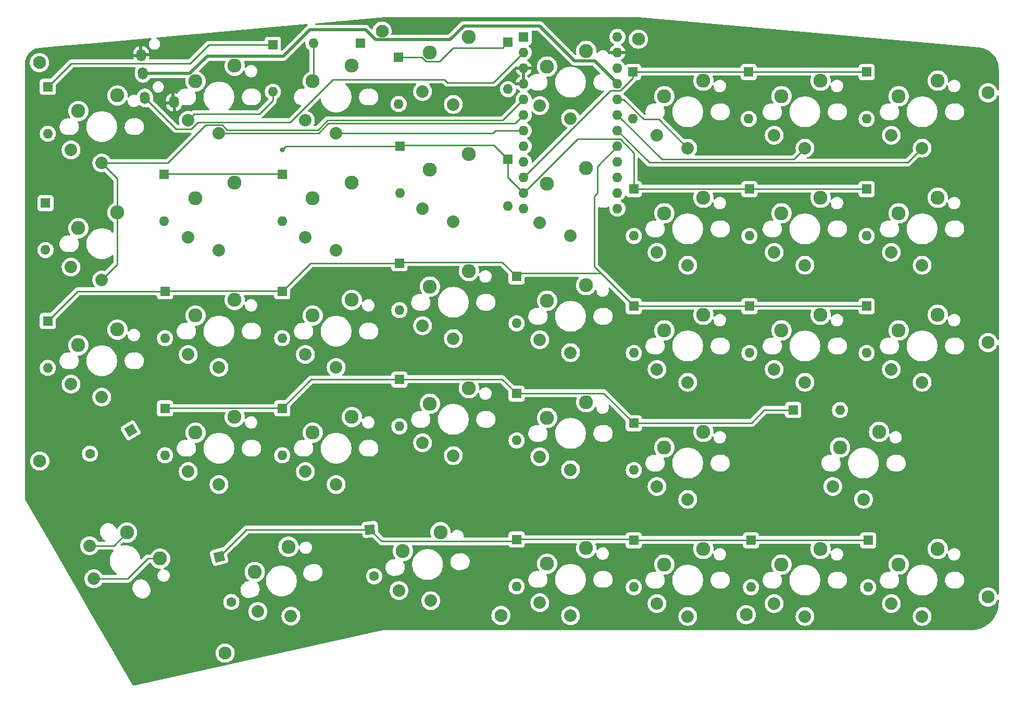
<source format=gbr>
G04 #@! TF.GenerationSoftware,KiCad,Pcbnew,(6.0.1-0)*
G04 #@! TF.CreationDate,2022-09-28T20:44:09+02:00*
G04 #@! TF.ProjectId,takmak,74616b6d-616b-42e6-9b69-6361645f7063,rev?*
G04 #@! TF.SameCoordinates,Original*
G04 #@! TF.FileFunction,Copper,L2,Bot*
G04 #@! TF.FilePolarity,Positive*
%FSLAX46Y46*%
G04 Gerber Fmt 4.6, Leading zero omitted, Abs format (unit mm)*
G04 Created by KiCad (PCBNEW (6.0.1-0)) date 2022-09-28 20:44:09*
%MOMM*%
%LPD*%
G01*
G04 APERTURE LIST*
G04 Aperture macros list*
%AMHorizOval*
0 Thick line with rounded ends*
0 $1 width*
0 $2 $3 position (X,Y) of the first rounded end (center of the circle)*
0 $4 $5 position (X,Y) of the second rounded end (center of the circle)*
0 Add line between two ends*
20,1,$1,$2,$3,$4,$5,0*
0 Add two circle primitives to create the rounded ends*
1,1,$1,$2,$3*
1,1,$1,$4,$5*%
%AMRotRect*
0 Rectangle, with rotation*
0 The origin of the aperture is its center*
0 $1 length*
0 $2 width*
0 $3 Rotation angle, in degrees counterclockwise*
0 Add horizontal line*
21,1,$1,$2,0,0,$3*%
G04 Aperture macros list end*
G04 #@! TA.AperFunction,ComponentPad*
%ADD10C,2.286000*%
G04 #@! TD*
G04 #@! TA.AperFunction,ComponentPad*
%ADD11C,2.032000*%
G04 #@! TD*
G04 #@! TA.AperFunction,ComponentPad*
%ADD12R,1.600000X1.600000*%
G04 #@! TD*
G04 #@! TA.AperFunction,ComponentPad*
%ADD13O,1.600000X1.600000*%
G04 #@! TD*
G04 #@! TA.AperFunction,WasherPad*
%ADD14C,2.100000*%
G04 #@! TD*
G04 #@! TA.AperFunction,ComponentPad*
%ADD15RotRect,1.600000X1.600000X210.000000*%
G04 #@! TD*
G04 #@! TA.AperFunction,ComponentPad*
%ADD16HorizOval,1.600000X0.000000X0.000000X0.000000X0.000000X0*%
G04 #@! TD*
G04 #@! TA.AperFunction,ComponentPad*
%ADD17HorizOval,1.600000X-0.017431X0.199239X0.017431X-0.199239X0*%
G04 #@! TD*
G04 #@! TA.AperFunction,ComponentPad*
%ADD18RotRect,1.600000X1.600000X285.000000*%
G04 #@! TD*
G04 #@! TA.AperFunction,ComponentPad*
%ADD19HorizOval,1.600000X0.000000X0.000000X0.000000X0.000000X0*%
G04 #@! TD*
G04 #@! TA.AperFunction,ComponentPad*
%ADD20RotRect,1.600000X1.600000X275.000000*%
G04 #@! TD*
G04 #@! TA.AperFunction,ComponentPad*
%ADD21HorizOval,1.600000X0.000000X0.000000X0.000000X0.000000X0*%
G04 #@! TD*
G04 #@! TA.AperFunction,ViaPad*
%ADD22C,0.800000*%
G04 #@! TD*
G04 #@! TA.AperFunction,Conductor*
%ADD23C,0.500000*%
G04 #@! TD*
G04 #@! TA.AperFunction,Conductor*
%ADD24C,0.250000*%
G04 #@! TD*
G04 APERTURE END LIST*
D10*
X94615000Y-25908000D03*
D11*
X92075000Y-36888000D03*
D10*
X88265000Y-28448000D03*
D11*
X87075000Y-34788000D03*
D10*
X161290000Y-90170000D03*
D11*
X158750000Y-101150000D03*
X153750000Y-99050000D03*
D10*
X154940000Y-92710000D03*
D11*
X92075000Y-94038000D03*
D10*
X94615000Y-83058000D03*
D11*
X87075000Y-91938000D03*
D10*
X88265000Y-85598000D03*
D11*
X65662032Y-120125962D03*
D10*
X65273651Y-108862696D03*
D11*
X60288883Y-119391613D03*
D10*
X59797422Y-112959649D03*
X113665000Y-28194000D03*
D11*
X111125000Y-39174000D03*
X106125000Y-37074000D03*
D10*
X107315000Y-30734000D03*
X132715000Y-109220000D03*
D11*
X130175000Y-120200000D03*
X125175000Y-118100000D03*
D10*
X126365000Y-111760000D03*
D11*
X111125000Y-58224000D03*
D10*
X113665000Y-47244000D03*
D11*
X106125000Y-56124000D03*
D10*
X107315000Y-49784000D03*
X75565000Y-30607000D03*
D11*
X73025000Y-41587000D03*
X68025000Y-39487000D03*
D10*
X69215000Y-33147000D03*
D11*
X53975000Y-60637000D03*
D10*
X56515000Y-49657000D03*
X50165000Y-52197000D03*
D11*
X48975000Y-58537000D03*
X149225000Y-63050000D03*
D10*
X151765000Y-52070000D03*
D11*
X144225000Y-60950000D03*
D10*
X145415000Y-54610000D03*
D12*
X103505000Y-25908000D03*
D13*
X103505000Y-28448000D03*
X103505000Y-30988000D03*
X103505000Y-33528000D03*
X103505000Y-36068000D03*
X103505000Y-38608000D03*
X103505000Y-41148000D03*
X103505000Y-43688000D03*
X103505000Y-46228000D03*
X103505000Y-48768000D03*
X103505000Y-51308000D03*
X103505000Y-53848000D03*
X118745000Y-53848000D03*
X118745000Y-51308000D03*
X118745000Y-48768000D03*
X118745000Y-46228000D03*
X118745000Y-43688000D03*
X118745000Y-41148000D03*
X118745000Y-38608000D03*
X118745000Y-36068000D03*
X118745000Y-33528000D03*
X118745000Y-30988000D03*
X118745000Y-28448000D03*
X118745000Y-25908000D03*
D10*
X113665000Y-66294000D03*
D11*
X111125000Y-77274000D03*
X106125000Y-75174000D03*
D10*
X107315000Y-68834000D03*
X94615000Y-44958000D03*
D11*
X92075000Y-55938000D03*
X87075000Y-53838000D03*
D10*
X88265000Y-47498000D03*
D11*
X53975000Y-98737000D03*
D10*
X56515000Y-87757000D03*
X50165000Y-90297000D03*
D11*
X48975000Y-96637000D03*
D14*
X24790400Y-30099000D03*
D10*
X56515000Y-68707000D03*
D11*
X53975000Y-79687000D03*
D10*
X50165000Y-71247000D03*
D11*
X48975000Y-77587000D03*
X149225000Y-82100000D03*
D10*
X151765000Y-71120000D03*
D11*
X144225000Y-80000000D03*
D10*
X145415000Y-73660000D03*
X75565000Y-49657000D03*
D11*
X73025000Y-60637000D03*
X68025000Y-58537000D03*
D10*
X69215000Y-52197000D03*
D11*
X130175000Y-44000000D03*
D10*
X132715000Y-33020000D03*
D11*
X125175000Y-41900000D03*
D10*
X126365000Y-35560000D03*
X151765000Y-109220000D03*
D11*
X149225000Y-120200000D03*
X144225000Y-118100000D03*
D10*
X145415000Y-111760000D03*
D11*
X149225000Y-44000000D03*
D10*
X151765000Y-33020000D03*
D11*
X144225000Y-41900000D03*
D10*
X145415000Y-35560000D03*
X132715000Y-71120000D03*
D11*
X130175000Y-82100000D03*
D10*
X126365000Y-73660000D03*
D11*
X125175000Y-80000000D03*
D10*
X75565000Y-68707000D03*
D11*
X73025000Y-79687000D03*
X68025000Y-77587000D03*
D10*
X69215000Y-71247000D03*
D11*
X168275000Y-63050000D03*
D10*
X170815000Y-52070000D03*
D11*
X163275000Y-60950000D03*
D10*
X164465000Y-54610000D03*
X170815000Y-33020000D03*
D11*
X168275000Y-44000000D03*
D10*
X164465000Y-35560000D03*
D11*
X163275000Y-41900000D03*
D10*
X37465000Y-35433000D03*
D11*
X34925000Y-46413000D03*
X29925000Y-44313000D03*
D10*
X31115000Y-37973000D03*
D11*
X88398219Y-117637549D03*
D10*
X89971583Y-106477955D03*
D11*
X83234218Y-115981319D03*
D10*
X83867123Y-109561729D03*
D11*
X130175000Y-63050000D03*
D10*
X132715000Y-52070000D03*
X126365000Y-54610000D03*
D11*
X125175000Y-60950000D03*
X168275000Y-120200000D03*
D10*
X170815000Y-109220000D03*
D11*
X163275000Y-118100000D03*
D10*
X164465000Y-111760000D03*
D11*
X34925000Y-84513000D03*
D10*
X37465000Y-73533000D03*
D11*
X29925000Y-82413000D03*
D10*
X31115000Y-76073000D03*
D11*
X53975000Y-41587000D03*
D10*
X56515000Y-30607000D03*
X50165000Y-33147000D03*
D11*
X48975000Y-39487000D03*
D14*
X178993800Y-35001200D03*
X122148600Y-26263600D03*
X80492600Y-24968200D03*
X99822000Y-120040400D03*
X24841200Y-94919800D03*
X178993800Y-117043200D03*
X54965600Y-126161800D03*
X139674600Y-119913400D03*
X178993800Y-75641200D03*
D11*
X73025000Y-98737000D03*
D10*
X75565000Y-87757000D03*
X69215000Y-90297000D03*
D11*
X68025000Y-96637000D03*
X111125000Y-96324000D03*
D10*
X113665000Y-85344000D03*
X107315000Y-87884000D03*
D11*
X106125000Y-94224000D03*
X33625450Y-114075000D03*
D10*
X44404409Y-110784705D03*
D11*
X32944103Y-108694873D03*
D10*
X39029705Y-106555443D03*
D11*
X92075000Y-74988000D03*
D10*
X94615000Y-64008000D03*
X88265000Y-66548000D03*
D11*
X87075000Y-72888000D03*
X111125000Y-120073000D03*
D10*
X113665000Y-109093000D03*
X107315000Y-111633000D03*
D11*
X106125000Y-117973000D03*
X168275000Y-82100000D03*
D10*
X170815000Y-71120000D03*
X164465000Y-73660000D03*
D11*
X163275000Y-80000000D03*
D10*
X37465000Y-54483000D03*
D11*
X34925000Y-65463000D03*
X29925000Y-63363000D03*
D10*
X31115000Y-57023000D03*
D11*
X130175000Y-101150000D03*
D10*
X132715000Y-90170000D03*
X126365000Y-92710000D03*
D11*
X125175000Y-99050000D03*
D12*
X26162000Y-34036000D03*
D13*
X26162000Y-41656000D03*
D15*
X39621557Y-89916000D03*
D16*
X33022443Y-93726000D03*
D12*
X159258000Y-50673000D03*
D13*
X159258000Y-58293000D03*
D12*
X159258000Y-31623000D03*
D13*
X159258000Y-39243000D03*
D12*
X140462000Y-107823000D03*
D13*
X140462000Y-115443000D03*
D12*
X140208000Y-69723000D03*
D13*
X140208000Y-77343000D03*
D12*
X121285000Y-31623000D03*
D13*
X121285000Y-39243000D03*
D17*
X41606918Y-31853065D03*
X41345451Y-28864481D03*
X46633908Y-36532742D03*
X41955541Y-35837844D03*
D12*
X102362000Y-64897000D03*
D13*
X102362000Y-72517000D03*
D12*
X62738000Y-27203400D03*
D13*
X62738000Y-34823400D03*
D12*
X83185000Y-29210000D03*
D13*
X83185000Y-36830000D03*
D12*
X121412000Y-107823000D03*
D13*
X121412000Y-115443000D03*
D18*
X54004900Y-110492823D03*
D19*
X55977101Y-117853178D03*
D12*
X64262000Y-48260000D03*
D13*
X64262000Y-55880000D03*
D12*
X64262000Y-67310000D03*
D13*
X64262000Y-74930000D03*
D12*
X26162000Y-72136000D03*
D13*
X26162000Y-79756000D03*
D12*
X25781000Y-52959000D03*
D13*
X25781000Y-60579000D03*
D12*
X45085000Y-48260000D03*
D13*
X45085000Y-55880000D03*
D12*
X102362000Y-107696000D03*
D13*
X102362000Y-115316000D03*
D12*
X159512000Y-107823000D03*
D13*
X159512000Y-115443000D03*
D12*
X83312000Y-62738000D03*
D13*
X83312000Y-70358000D03*
D12*
X121412000Y-88773000D03*
D13*
X121412000Y-96393000D03*
D12*
X45212000Y-67310000D03*
D13*
X45212000Y-74930000D03*
D12*
X64262000Y-86360000D03*
D13*
X64262000Y-93980000D03*
D12*
X100965000Y-45847000D03*
D13*
X100965000Y-53467000D03*
D12*
X140208000Y-50673000D03*
D13*
X140208000Y-58293000D03*
D12*
X147320000Y-86614000D03*
D13*
X154940000Y-86614000D03*
D12*
X159258000Y-69723000D03*
D13*
X159258000Y-77343000D03*
D12*
X45212000Y-86360000D03*
D13*
X45212000Y-93980000D03*
D12*
X76962000Y-26924000D03*
D13*
X69342000Y-26924000D03*
D12*
X83312000Y-81661000D03*
D13*
X83312000Y-89281000D03*
D12*
X100965000Y-26797000D03*
D13*
X100965000Y-34417000D03*
D12*
X140081000Y-31623000D03*
D13*
X140081000Y-39243000D03*
D12*
X121412000Y-69723000D03*
D13*
X121412000Y-77343000D03*
D12*
X121412000Y-50673000D03*
D13*
X121412000Y-58293000D03*
D12*
X83439000Y-43688000D03*
D13*
X83439000Y-51308000D03*
D20*
X78534937Y-106059498D03*
D21*
X79199064Y-113650502D03*
D12*
X102362000Y-83947000D03*
D13*
X102362000Y-91567000D03*
D22*
X64262000Y-44323000D03*
D23*
X79428321Y-26367721D02*
X91539079Y-26367721D01*
X52045359Y-29014489D02*
X64432111Y-29014489D01*
X118745000Y-33484215D02*
X118745000Y-33528000D01*
X93802200Y-24104600D02*
X106093048Y-24104600D01*
X106093048Y-24104600D02*
X111774960Y-29786511D01*
X64432111Y-29014489D02*
X68732400Y-24714200D01*
X111774960Y-29786511D02*
X115047296Y-29786511D01*
X91539079Y-26367721D02*
X93802200Y-24104600D01*
X49206783Y-31853065D02*
X52045359Y-29014489D01*
X68732400Y-24714200D02*
X77774800Y-24714200D01*
X77774800Y-24714200D02*
X79428321Y-26367721D01*
X115047296Y-29786511D02*
X118745000Y-33484215D01*
X41606918Y-31853065D02*
X49206783Y-31853065D01*
D24*
X100104179Y-27657821D02*
X100965000Y-26797000D01*
X26162000Y-34036000D02*
X29973443Y-30224557D01*
X103505000Y-48768000D02*
X117620489Y-34652511D01*
X121285000Y-32578300D02*
X121285000Y-31623000D01*
X159187489Y-31552489D02*
X159258000Y-31623000D01*
X117620489Y-34652511D02*
X119210789Y-34652511D01*
X83185000Y-29210000D02*
X86951625Y-29210000D01*
X86951625Y-29210000D02*
X87657136Y-29915511D01*
X140010489Y-31552489D02*
X140081000Y-31623000D01*
X121285000Y-31623000D02*
X121355511Y-31552489D01*
X92055725Y-27657821D02*
X100104179Y-27657821D01*
X121285000Y-31623000D02*
X120774004Y-32133996D01*
X29973443Y-30224557D02*
X49277443Y-30224557D01*
X140151511Y-31552489D02*
X159187489Y-31552489D01*
X100965000Y-26797000D02*
X101327511Y-27159511D01*
X89798035Y-29915511D02*
X92055725Y-27657821D01*
X119210789Y-34652511D02*
X121285000Y-32578300D01*
X83114489Y-29139489D02*
X83185000Y-29210000D01*
X49277443Y-30224557D02*
X52298600Y-27203400D01*
X121355511Y-31552489D02*
X140010489Y-31552489D01*
X52298600Y-27203400D02*
X62738000Y-27203400D01*
X140081000Y-31623000D02*
X140151511Y-31552489D01*
X87657136Y-29915511D02*
X89798035Y-29915511D01*
X121482511Y-50602489D02*
X121412000Y-50673000D01*
X159187489Y-50602489D02*
X159258000Y-50673000D01*
X45085000Y-48260000D02*
X45155511Y-48189489D01*
X121412000Y-44764700D02*
X119192300Y-42545000D01*
X64191489Y-48189489D02*
X64262000Y-48260000D01*
X64897000Y-43688000D02*
X64262000Y-44323000D01*
X83439000Y-43688000D02*
X64897000Y-43688000D01*
X83636511Y-43490489D02*
X98608489Y-43490489D01*
X140208000Y-50673000D02*
X140137489Y-50602489D01*
X100965000Y-48768000D02*
X100965000Y-45847000D01*
X119192300Y-42545000D02*
X112268000Y-42545000D01*
X83439000Y-43688000D02*
X83636511Y-43490489D01*
X140405511Y-50602489D02*
X159187489Y-50602489D01*
X103505000Y-51308000D02*
X100965000Y-48768000D01*
X121412000Y-50673000D02*
X121412000Y-44764700D01*
X45155511Y-48189489D02*
X64191489Y-48189489D01*
X112268000Y-42545000D02*
X103505000Y-51308000D01*
X140335000Y-50673000D02*
X140405511Y-50602489D01*
X98608489Y-43490489D02*
X100965000Y-45847000D01*
X140208000Y-50673000D02*
X140335000Y-50673000D01*
X140137489Y-50602489D02*
X121482511Y-50602489D01*
X83312000Y-62738000D02*
X83509511Y-62540489D01*
X30988000Y-67310000D02*
X26162000Y-72136000D01*
X114979579Y-51816413D02*
X114979579Y-63290579D01*
X159187489Y-69652489D02*
X140278511Y-69652489D01*
X118745000Y-43688000D02*
X115465496Y-46967504D01*
X45212000Y-67310000D02*
X30988000Y-67310000D01*
X114979579Y-63290579D02*
X121412000Y-69723000D01*
X159258000Y-69723000D02*
X159187489Y-69652489D01*
X102362000Y-64897000D02*
X102933500Y-64325500D01*
X45212000Y-67310000D02*
X45282511Y-67239489D01*
X100005489Y-62540489D02*
X102362000Y-64897000D01*
X83509511Y-62540489D02*
X100005489Y-62540489D01*
X68834000Y-62738000D02*
X64262000Y-67310000D01*
X102933500Y-64325500D02*
X116014500Y-64325500D01*
X83312000Y-62738000D02*
X68834000Y-62738000D01*
X45282511Y-67239489D02*
X64191489Y-67239489D01*
X140278511Y-69652489D02*
X140208000Y-69723000D01*
X115465496Y-51330496D02*
X114979579Y-51816413D01*
X64191489Y-67239489D02*
X64262000Y-67310000D01*
X140137489Y-69652489D02*
X121482511Y-69652489D01*
X121482511Y-69652489D02*
X121412000Y-69723000D01*
X140208000Y-69723000D02*
X140137489Y-69652489D01*
X115465496Y-46967504D02*
X115465496Y-51330496D01*
X83382511Y-81590489D02*
X100005489Y-81590489D01*
X102362000Y-83947000D02*
X102432511Y-83876489D01*
X142621000Y-86614000D02*
X147320000Y-86614000D01*
X121482511Y-88702489D02*
X140532511Y-88702489D01*
X68961000Y-81661000D02*
X83312000Y-81661000D01*
X140532511Y-88702489D02*
X142621000Y-86614000D01*
X64191489Y-86289489D02*
X64262000Y-86360000D01*
X83312000Y-81661000D02*
X83382511Y-81590489D01*
X102432511Y-83876489D02*
X116515489Y-83876489D01*
X116515489Y-83876489D02*
X121412000Y-88773000D01*
X45282511Y-86289489D02*
X64191489Y-86289489D01*
X121412000Y-88773000D02*
X121482511Y-88702489D01*
X100005489Y-81590489D02*
X102362000Y-83947000D01*
X45212000Y-86360000D02*
X45282511Y-86289489D01*
X64262000Y-86360000D02*
X68961000Y-81661000D01*
X80466289Y-107990850D02*
X78534937Y-106059498D01*
X140462000Y-107823000D02*
X140391489Y-107752489D01*
X54004900Y-110492823D02*
X58438225Y-106059498D01*
X102362000Y-107696000D02*
X102067150Y-107990850D01*
X140391489Y-107752489D02*
X121482511Y-107752489D01*
X121214489Y-107625489D02*
X102432511Y-107625489D01*
X159441489Y-107752489D02*
X140532511Y-107752489D01*
X159512000Y-107823000D02*
X159441489Y-107752489D01*
X121412000Y-107823000D02*
X121214489Y-107625489D01*
X140532511Y-107752489D02*
X140462000Y-107823000D01*
X58438225Y-106059498D02*
X78534937Y-106059498D01*
X102432511Y-107625489D02*
X102362000Y-107696000D01*
X121482511Y-107752489D02*
X121412000Y-107823000D01*
X102067150Y-107990850D02*
X80466289Y-107990850D01*
X165920000Y-46355000D02*
X123952000Y-46355000D01*
X168275000Y-44000000D02*
X165920000Y-46355000D01*
X123952000Y-46355000D02*
X118745000Y-41148000D01*
X147378000Y-45847000D02*
X125984000Y-45847000D01*
X125984000Y-45847000D02*
X118745000Y-38608000D01*
X149225000Y-44000000D02*
X147378000Y-45847000D01*
X119761000Y-36068000D02*
X118745000Y-36068000D01*
X123018421Y-39325421D02*
X119761000Y-36068000D01*
X125500421Y-39325421D02*
X123018421Y-39325421D01*
X130175000Y-44000000D02*
X125500421Y-39325421D01*
X98933000Y-41148000D02*
X103505000Y-41148000D01*
X98494000Y-41587000D02*
X98933000Y-41148000D01*
X73025000Y-41587000D02*
X98494000Y-41587000D01*
X71755000Y-40005000D02*
X70173000Y-41587000D01*
X70173000Y-41587000D02*
X53975000Y-41587000D01*
X103505000Y-38608000D02*
X102108000Y-40005000D01*
X102108000Y-40005000D02*
X71755000Y-40005000D01*
X37465000Y-62923000D02*
X37465000Y-54483000D01*
X71627282Y-39497000D02*
X70092541Y-41031741D01*
X51828511Y-40246489D02*
X45662000Y-46413000D01*
X39134454Y-114075000D02*
X42424749Y-110784705D01*
X55315511Y-41031741D02*
X54530259Y-40246489D01*
X37465000Y-54483000D02*
X37465000Y-48953000D01*
X45662000Y-46413000D02*
X34925000Y-46413000D01*
X37465000Y-48953000D02*
X34925000Y-46413000D01*
X33625450Y-114075000D02*
X39134454Y-114075000D01*
X54530259Y-40246489D02*
X51828511Y-40246489D01*
X100076000Y-39497000D02*
X71627282Y-39497000D01*
X103505000Y-36068000D02*
X100076000Y-39497000D01*
X42424749Y-110784705D02*
X44404409Y-110784705D01*
X70092541Y-41031741D02*
X55315511Y-41031741D01*
X34925000Y-65463000D02*
X37465000Y-62923000D01*
X36890275Y-108694873D02*
X39029705Y-106555443D01*
X32944103Y-108694873D02*
X36890275Y-108694873D01*
X49990999Y-38471001D02*
X60538199Y-38471001D01*
X60538199Y-38471001D02*
X62738000Y-36271200D01*
X62738000Y-36271200D02*
X62738000Y-34823400D01*
X48975000Y-39487000D02*
X49990999Y-38471001D01*
X69342000Y-33020000D02*
X69215000Y-33147000D01*
X69342000Y-26924000D02*
X69342000Y-33020000D01*
X50560801Y-39796969D02*
X65568039Y-39796969D01*
X69170421Y-36192125D02*
X72509319Y-32853227D01*
X91093967Y-33356421D02*
X98596579Y-33356421D01*
X72509319Y-32853227D02*
X90590773Y-32853227D01*
X98596579Y-33356421D02*
X103505000Y-28448000D01*
X46986297Y-40868600D02*
X49489170Y-40868600D01*
X69170421Y-36194587D02*
X69170421Y-36192125D01*
X65568039Y-39796969D02*
X69170421Y-36194587D01*
X49489170Y-40868600D02*
X50560801Y-39796969D01*
X90590773Y-32853227D02*
X91093967Y-33356421D01*
X41955541Y-35837844D02*
X46986297Y-40868600D01*
G04 #@! TA.AperFunction,Conductor*
G36*
X122066275Y-22702647D02*
G01*
X177498960Y-27630216D01*
X177518132Y-27633426D01*
X177541382Y-27639193D01*
X177550349Y-27638822D01*
X177550351Y-27638822D01*
X177560779Y-27638390D01*
X177583332Y-27639481D01*
X177883531Y-27681193D01*
X177895758Y-27683512D01*
X178218928Y-27761527D01*
X178230866Y-27765042D01*
X178544736Y-27874547D01*
X178556270Y-27879221D01*
X178857832Y-28019167D01*
X178868848Y-28024957D01*
X179155128Y-28193965D01*
X179165516Y-28200811D01*
X179433725Y-28397235D01*
X179443380Y-28405067D01*
X179690910Y-28626996D01*
X179699754Y-28635751D01*
X179924174Y-28881005D01*
X179932112Y-28890590D01*
X180131248Y-29156794D01*
X180138201Y-29167115D01*
X180310105Y-29451663D01*
X180316006Y-29462620D01*
X180458998Y-29762731D01*
X180463790Y-29774216D01*
X180576486Y-30086990D01*
X180580115Y-30098872D01*
X180650445Y-30377771D01*
X180661402Y-30421221D01*
X180663845Y-30433420D01*
X180703780Y-30700885D01*
X180712940Y-30762234D01*
X180714167Y-30774619D01*
X180728770Y-31069962D01*
X180727425Y-31095565D01*
X180725707Y-31106599D01*
X180726871Y-31115501D01*
X180726871Y-31115504D01*
X180729829Y-31138120D01*
X180730893Y-31154458D01*
X180730893Y-34496062D01*
X180710891Y-34564183D01*
X180657235Y-34610676D01*
X180586961Y-34620780D01*
X180522381Y-34591286D01*
X180483619Y-34527524D01*
X180483291Y-34527631D01*
X180482840Y-34526243D01*
X180482375Y-34525478D01*
X180481763Y-34522927D01*
X180481759Y-34522914D01*
X180480605Y-34518108D01*
X180477330Y-34510200D01*
X180426961Y-34388602D01*
X180386727Y-34291468D01*
X180284408Y-34124497D01*
X180261142Y-34086530D01*
X180261140Y-34086527D01*
X180258552Y-34082304D01*
X180239965Y-34060541D01*
X180102441Y-33899523D01*
X180099233Y-33895767D01*
X180084834Y-33883469D01*
X179916463Y-33739665D01*
X179916460Y-33739663D01*
X179912696Y-33736448D01*
X179908473Y-33733860D01*
X179908470Y-33733858D01*
X179826375Y-33683551D01*
X179703532Y-33608273D01*
X179517658Y-33531281D01*
X179481465Y-33516289D01*
X179481463Y-33516288D01*
X179476892Y-33514395D01*
X179374421Y-33489794D01*
X179243170Y-33458283D01*
X179243164Y-33458282D01*
X179238357Y-33457128D01*
X178993800Y-33437881D01*
X178749243Y-33457128D01*
X178744436Y-33458282D01*
X178744430Y-33458283D01*
X178613179Y-33489794D01*
X178510708Y-33514395D01*
X178506137Y-33516288D01*
X178506135Y-33516289D01*
X178469942Y-33531281D01*
X178284068Y-33608273D01*
X178161225Y-33683551D01*
X178079130Y-33733858D01*
X178079127Y-33733860D01*
X178074904Y-33736448D01*
X178071140Y-33739663D01*
X178071137Y-33739665D01*
X177902766Y-33883469D01*
X177888367Y-33895767D01*
X177885159Y-33899523D01*
X177747636Y-34060541D01*
X177729048Y-34082304D01*
X177726460Y-34086527D01*
X177726458Y-34086530D01*
X177703192Y-34124497D01*
X177600873Y-34291468D01*
X177560639Y-34388602D01*
X177510271Y-34510200D01*
X177506995Y-34518108D01*
X177495493Y-34566016D01*
X177455737Y-34731614D01*
X177449728Y-34756643D01*
X177430481Y-35001200D01*
X177449728Y-35245757D01*
X177450882Y-35250564D01*
X177450883Y-35250570D01*
X177481384Y-35377613D01*
X177506995Y-35484292D01*
X177508888Y-35488863D01*
X177508889Y-35488865D01*
X177526260Y-35530801D01*
X177600873Y-35710932D01*
X177676655Y-35834598D01*
X177719237Y-35904085D01*
X177729048Y-35920096D01*
X177732263Y-35923860D01*
X177732265Y-35923863D01*
X177816033Y-36021942D01*
X177888367Y-36106633D01*
X177892123Y-36109841D01*
X178045075Y-36240475D01*
X178074904Y-36265952D01*
X178079127Y-36268540D01*
X178079130Y-36268542D01*
X178136055Y-36303425D01*
X178284068Y-36394127D01*
X178324499Y-36410874D01*
X178506135Y-36486111D01*
X178506137Y-36486112D01*
X178510708Y-36488005D01*
X178581331Y-36504960D01*
X178744430Y-36544117D01*
X178744436Y-36544118D01*
X178749243Y-36545272D01*
X178993800Y-36564519D01*
X179238357Y-36545272D01*
X179243164Y-36544118D01*
X179243170Y-36544117D01*
X179406269Y-36504960D01*
X179476892Y-36488005D01*
X179481463Y-36486112D01*
X179481465Y-36486111D01*
X179663101Y-36410874D01*
X179703532Y-36394127D01*
X179851545Y-36303425D01*
X179908470Y-36268542D01*
X179908473Y-36268540D01*
X179912696Y-36265952D01*
X179942526Y-36240475D01*
X180095477Y-36109841D01*
X180099233Y-36106633D01*
X180171567Y-36021942D01*
X180255335Y-35923863D01*
X180255337Y-35923860D01*
X180258552Y-35920096D01*
X180268364Y-35904085D01*
X180310945Y-35834598D01*
X180386727Y-35710932D01*
X180461340Y-35530801D01*
X180478711Y-35488865D01*
X180478712Y-35488863D01*
X180480605Y-35484292D01*
X180481759Y-35479486D01*
X180481763Y-35479473D01*
X180482375Y-35476922D01*
X180482874Y-35476054D01*
X180483291Y-35474769D01*
X180483561Y-35474857D01*
X180517727Y-35415354D01*
X180580755Y-35382672D01*
X180651445Y-35389253D01*
X180707356Y-35433008D01*
X180730893Y-35506338D01*
X180730893Y-75136062D01*
X180710891Y-75204183D01*
X180657235Y-75250676D01*
X180586961Y-75260780D01*
X180522381Y-75231286D01*
X180483619Y-75167524D01*
X180483291Y-75167631D01*
X180482840Y-75166243D01*
X180482375Y-75165478D01*
X180481763Y-75162927D01*
X180481759Y-75162914D01*
X180480605Y-75158108D01*
X180478327Y-75152607D01*
X180419646Y-75010942D01*
X180386727Y-74931468D01*
X180264970Y-74732777D01*
X180261142Y-74726530D01*
X180261140Y-74726527D01*
X180258552Y-74722304D01*
X180241137Y-74701913D01*
X180102441Y-74539523D01*
X180099233Y-74535767D01*
X180058742Y-74501184D01*
X179916463Y-74379665D01*
X179916460Y-74379663D01*
X179912696Y-74376448D01*
X179908473Y-74373860D01*
X179908470Y-74373858D01*
X179839285Y-74331462D01*
X179703532Y-74248273D01*
X179524309Y-74174036D01*
X179481465Y-74156289D01*
X179481463Y-74156288D01*
X179476892Y-74154395D01*
X179365903Y-74127749D01*
X179243170Y-74098283D01*
X179243164Y-74098282D01*
X179238357Y-74097128D01*
X178993800Y-74077881D01*
X178749243Y-74097128D01*
X178744436Y-74098282D01*
X178744430Y-74098283D01*
X178621697Y-74127749D01*
X178510708Y-74154395D01*
X178506137Y-74156288D01*
X178506135Y-74156289D01*
X178463291Y-74174036D01*
X178284068Y-74248273D01*
X178148315Y-74331462D01*
X178079130Y-74373858D01*
X178079127Y-74373860D01*
X178074904Y-74376448D01*
X178071140Y-74379663D01*
X178071137Y-74379665D01*
X177928858Y-74501184D01*
X177888367Y-74535767D01*
X177885159Y-74539523D01*
X177746464Y-74701913D01*
X177729048Y-74722304D01*
X177726460Y-74726527D01*
X177726458Y-74726530D01*
X177722630Y-74732777D01*
X177600873Y-74931468D01*
X177567954Y-75010942D01*
X177509274Y-75152607D01*
X177506995Y-75158108D01*
X177492491Y-75218521D01*
X177451772Y-75388130D01*
X177449728Y-75396643D01*
X177430481Y-75641200D01*
X177449728Y-75885757D01*
X177450882Y-75890564D01*
X177450883Y-75890570D01*
X177473363Y-75984206D01*
X177506995Y-76124292D01*
X177508888Y-76128863D01*
X177508889Y-76128865D01*
X177513942Y-76141063D01*
X177600873Y-76350932D01*
X177641922Y-76417918D01*
X177715774Y-76538434D01*
X177729048Y-76560096D01*
X177732263Y-76563860D01*
X177732265Y-76563863D01*
X177819409Y-76665894D01*
X177888367Y-76746633D01*
X177892123Y-76749841D01*
X178066843Y-76899067D01*
X178074904Y-76905952D01*
X178079127Y-76908540D01*
X178079130Y-76908542D01*
X178103073Y-76923214D01*
X178284068Y-77034127D01*
X178331961Y-77053965D01*
X178506135Y-77126111D01*
X178506137Y-77126112D01*
X178510708Y-77128005D01*
X178593363Y-77147849D01*
X178744430Y-77184117D01*
X178744436Y-77184118D01*
X178749243Y-77185272D01*
X178993800Y-77204519D01*
X179238357Y-77185272D01*
X179243164Y-77184118D01*
X179243170Y-77184117D01*
X179394237Y-77147849D01*
X179476892Y-77128005D01*
X179481463Y-77126112D01*
X179481465Y-77126111D01*
X179655639Y-77053965D01*
X179703532Y-77034127D01*
X179884527Y-76923214D01*
X179908470Y-76908542D01*
X179908473Y-76908540D01*
X179912696Y-76905952D01*
X179920758Y-76899067D01*
X180095477Y-76749841D01*
X180099233Y-76746633D01*
X180168191Y-76665894D01*
X180255335Y-76563863D01*
X180255337Y-76563860D01*
X180258552Y-76560096D01*
X180271827Y-76538434D01*
X180345678Y-76417918D01*
X180386727Y-76350932D01*
X180473658Y-76141063D01*
X180478711Y-76128865D01*
X180478712Y-76128863D01*
X180480605Y-76124292D01*
X180481759Y-76119486D01*
X180481763Y-76119473D01*
X180482375Y-76116922D01*
X180482874Y-76116054D01*
X180483291Y-76114769D01*
X180483561Y-76114857D01*
X180517727Y-76055354D01*
X180580755Y-76022672D01*
X180651445Y-76029253D01*
X180707356Y-76073008D01*
X180730893Y-76146338D01*
X180730893Y-116538062D01*
X180710891Y-116606183D01*
X180657235Y-116652676D01*
X180586961Y-116662780D01*
X180522381Y-116633286D01*
X180483619Y-116569524D01*
X180483291Y-116569631D01*
X180482840Y-116568243D01*
X180482375Y-116567478D01*
X180481763Y-116564927D01*
X180481759Y-116564914D01*
X180480605Y-116560108D01*
X180472144Y-116539680D01*
X180439443Y-116460735D01*
X180386727Y-116333468D01*
X180277846Y-116155789D01*
X180261142Y-116128530D01*
X180261140Y-116128527D01*
X180258552Y-116124304D01*
X180245245Y-116108723D01*
X180102441Y-115941523D01*
X180099233Y-115937767D01*
X179938794Y-115800738D01*
X179916463Y-115781665D01*
X179916460Y-115781663D01*
X179912696Y-115778448D01*
X179908473Y-115775860D01*
X179908470Y-115775858D01*
X179820372Y-115721872D01*
X179703532Y-115650273D01*
X179558833Y-115590336D01*
X179481465Y-115558289D01*
X179481463Y-115558288D01*
X179476892Y-115556395D01*
X179391320Y-115535851D01*
X179243170Y-115500283D01*
X179243164Y-115500282D01*
X179238357Y-115499128D01*
X178993800Y-115479881D01*
X178749243Y-115499128D01*
X178744436Y-115500282D01*
X178744430Y-115500283D01*
X178596280Y-115535851D01*
X178510708Y-115556395D01*
X178506137Y-115558288D01*
X178506135Y-115558289D01*
X178428767Y-115590336D01*
X178284068Y-115650273D01*
X178167228Y-115721872D01*
X178079130Y-115775858D01*
X178079127Y-115775860D01*
X178074904Y-115778448D01*
X178071140Y-115781663D01*
X178071137Y-115781665D01*
X178048806Y-115800738D01*
X177888367Y-115937767D01*
X177885159Y-115941523D01*
X177742356Y-116108723D01*
X177729048Y-116124304D01*
X177726460Y-116128527D01*
X177726458Y-116128530D01*
X177709754Y-116155789D01*
X177600873Y-116333468D01*
X177548157Y-116460735D01*
X177515457Y-116539680D01*
X177506995Y-116560108D01*
X177491201Y-116625894D01*
X177451284Y-116792162D01*
X177449728Y-116798643D01*
X177430481Y-117043200D01*
X177449728Y-117287757D01*
X177450882Y-117292564D01*
X177450883Y-117292570D01*
X177479153Y-117410323D01*
X177506995Y-117526292D01*
X177600873Y-117752932D01*
X177729048Y-117962096D01*
X177732263Y-117965860D01*
X177732265Y-117965863D01*
X177826148Y-118075785D01*
X177888367Y-118148633D01*
X177892123Y-118151841D01*
X177962820Y-118212222D01*
X178074904Y-118307952D01*
X178079127Y-118310540D01*
X178079130Y-118310542D01*
X178143653Y-118350081D01*
X178284068Y-118436127D01*
X178382939Y-118477081D01*
X178506135Y-118528111D01*
X178506137Y-118528112D01*
X178510708Y-118530005D01*
X178593363Y-118549849D01*
X178744430Y-118586117D01*
X178744436Y-118586118D01*
X178749243Y-118587272D01*
X178993800Y-118606519D01*
X179238357Y-118587272D01*
X179243164Y-118586118D01*
X179243170Y-118586117D01*
X179394237Y-118549849D01*
X179476892Y-118530005D01*
X179481463Y-118528112D01*
X179481465Y-118528111D01*
X179604661Y-118477081D01*
X179703532Y-118436127D01*
X179843947Y-118350081D01*
X179908470Y-118310542D01*
X179908473Y-118310540D01*
X179912696Y-118307952D01*
X180024781Y-118212222D01*
X180095477Y-118151841D01*
X180099233Y-118148633D01*
X180161452Y-118075785D01*
X180255335Y-117965863D01*
X180255337Y-117965860D01*
X180258552Y-117962096D01*
X180386727Y-117752932D01*
X180480605Y-117526292D01*
X180481759Y-117521486D01*
X180481763Y-117521473D01*
X180482375Y-117518922D01*
X180482874Y-117518054D01*
X180483291Y-117516769D01*
X180483561Y-117516857D01*
X180517727Y-117457354D01*
X180580755Y-117424672D01*
X180651445Y-117431253D01*
X180707356Y-117475008D01*
X180730893Y-117548338D01*
X180730893Y-117886929D01*
X180729393Y-117906313D01*
X180725707Y-117929987D01*
X180728378Y-117950415D01*
X180729322Y-117972240D01*
X180718634Y-118217035D01*
X180714040Y-118322265D01*
X180713082Y-118333214D01*
X180663667Y-118708566D01*
X180663368Y-118710834D01*
X180661461Y-118721646D01*
X180579794Y-119090024D01*
X180579023Y-119093502D01*
X180576178Y-119104118D01*
X180471814Y-119435120D01*
X180461648Y-119467361D01*
X180457892Y-119477683D01*
X180324063Y-119800777D01*
X180312131Y-119829583D01*
X180307494Y-119839527D01*
X180131615Y-120177386D01*
X180126126Y-120186893D01*
X180062837Y-120286237D01*
X179921483Y-120508118D01*
X179915179Y-120517122D01*
X179833835Y-120623132D01*
X179733300Y-120754153D01*
X179683310Y-120819301D01*
X179676246Y-120827718D01*
X179424349Y-121102617D01*
X179418934Y-121108526D01*
X179411165Y-121116295D01*
X179138975Y-121365711D01*
X179130356Y-121373609D01*
X179121939Y-121380672D01*
X179056688Y-121430741D01*
X178819757Y-121612544D01*
X178810753Y-121618848D01*
X178489530Y-121823490D01*
X178480021Y-121828980D01*
X178142162Y-122004859D01*
X178132227Y-122009492D01*
X177780318Y-122155257D01*
X177770003Y-122159010D01*
X177406754Y-122273543D01*
X177396143Y-122276386D01*
X177024281Y-122358826D01*
X177013477Y-122360732D01*
X176635850Y-122410447D01*
X176624901Y-122411405D01*
X176282309Y-122426362D01*
X176257431Y-122424982D01*
X176257052Y-122424923D01*
X176245162Y-122423072D01*
X176215828Y-122426908D01*
X176213641Y-122427194D01*
X176197303Y-122428258D01*
X80866178Y-122428258D01*
X80853541Y-122426863D01*
X80853512Y-122427231D01*
X80844559Y-122426535D01*
X80835801Y-122424578D01*
X80794826Y-122427231D01*
X80783026Y-122427995D01*
X80774885Y-122428258D01*
X80759543Y-122428258D01*
X80755113Y-122428892D01*
X80755105Y-122428893D01*
X80748355Y-122429860D01*
X80738636Y-122430869D01*
X80733511Y-122431201D01*
X80724228Y-122431802D01*
X80719480Y-122432859D01*
X80719476Y-122432860D01*
X80709919Y-122434988D01*
X80700393Y-122436728D01*
X80660864Y-122442389D01*
X80660857Y-122442391D01*
X80651975Y-122443663D01*
X80643807Y-122447377D01*
X80638444Y-122448945D01*
X80620928Y-122454806D01*
X40379392Y-131416304D01*
X40360149Y-131419054D01*
X40336237Y-131420602D01*
X40327803Y-131423673D01*
X40319016Y-131425517D01*
X40318993Y-131425407D01*
X40298076Y-131430103D01*
X40223467Y-131437023D01*
X40191665Y-131435936D01*
X40100658Y-131421176D01*
X40070136Y-131412153D01*
X39985737Y-131375062D01*
X39958451Y-131358681D01*
X39886030Y-131301620D01*
X39863718Y-131278921D01*
X39820958Y-131222695D01*
X39811369Y-131208084D01*
X39809065Y-131203979D01*
X39805828Y-131195610D01*
X39786495Y-131170368D01*
X39777410Y-131156758D01*
X37752159Y-127648605D01*
X36893829Y-126161800D01*
X53402281Y-126161800D01*
X53421528Y-126406357D01*
X53478795Y-126644892D01*
X53572673Y-126871532D01*
X53700848Y-127080696D01*
X53860167Y-127267233D01*
X54046704Y-127426552D01*
X54050927Y-127429140D01*
X54050930Y-127429142D01*
X54120115Y-127471538D01*
X54255868Y-127554727D01*
X54400567Y-127614664D01*
X54477935Y-127646711D01*
X54477937Y-127646712D01*
X54482508Y-127648605D01*
X54565163Y-127668449D01*
X54716230Y-127704717D01*
X54716236Y-127704718D01*
X54721043Y-127705872D01*
X54965600Y-127725119D01*
X55210157Y-127705872D01*
X55214964Y-127704718D01*
X55214970Y-127704717D01*
X55366037Y-127668449D01*
X55448692Y-127648605D01*
X55453263Y-127646712D01*
X55453265Y-127646711D01*
X55530633Y-127614664D01*
X55675332Y-127554727D01*
X55811085Y-127471538D01*
X55880270Y-127429142D01*
X55880273Y-127429140D01*
X55884496Y-127426552D01*
X56071033Y-127267233D01*
X56230352Y-127080696D01*
X56358527Y-126871532D01*
X56452405Y-126644892D01*
X56509672Y-126406357D01*
X56528919Y-126161800D01*
X56509672Y-125917243D01*
X56452405Y-125678708D01*
X56358527Y-125452068D01*
X56230352Y-125242904D01*
X56071033Y-125056367D01*
X55884496Y-124897048D01*
X55880273Y-124894460D01*
X55880270Y-124894458D01*
X55811085Y-124852062D01*
X55675332Y-124768873D01*
X55530633Y-124708936D01*
X55453265Y-124676889D01*
X55453263Y-124676888D01*
X55448692Y-124674995D01*
X55366037Y-124655151D01*
X55214970Y-124618883D01*
X55214964Y-124618882D01*
X55210157Y-124617728D01*
X54965600Y-124598481D01*
X54721043Y-124617728D01*
X54716236Y-124618882D01*
X54716230Y-124618883D01*
X54565163Y-124655151D01*
X54482508Y-124674995D01*
X54477937Y-124676888D01*
X54477935Y-124676889D01*
X54400567Y-124708936D01*
X54255868Y-124768873D01*
X54120115Y-124852062D01*
X54050930Y-124894458D01*
X54050927Y-124894460D01*
X54046704Y-124897048D01*
X53860167Y-125056367D01*
X53700848Y-125242904D01*
X53572673Y-125452068D01*
X53478795Y-125678708D01*
X53421528Y-125917243D01*
X53402281Y-126161800D01*
X36893829Y-126161800D01*
X32985409Y-119391613D01*
X58759669Y-119391613D01*
X58778496Y-119630835D01*
X58779650Y-119635642D01*
X58779651Y-119635648D01*
X58802846Y-119732259D01*
X58834514Y-119864166D01*
X58836407Y-119868737D01*
X58836408Y-119868739D01*
X58876576Y-119965712D01*
X58926343Y-120085862D01*
X59051723Y-120290462D01*
X59207565Y-120472931D01*
X59390034Y-120628773D01*
X59594634Y-120754153D01*
X59599204Y-120756046D01*
X59599206Y-120756047D01*
X59792383Y-120836063D01*
X59816330Y-120845982D01*
X59897920Y-120865570D01*
X60044848Y-120900845D01*
X60044854Y-120900846D01*
X60049661Y-120902000D01*
X60288883Y-120920827D01*
X60528105Y-120902000D01*
X60532912Y-120900846D01*
X60532918Y-120900845D01*
X60679846Y-120865570D01*
X60761436Y-120845982D01*
X60785383Y-120836063D01*
X60978560Y-120756047D01*
X60978562Y-120756046D01*
X60983132Y-120754153D01*
X61187732Y-120628773D01*
X61370201Y-120472931D01*
X61526043Y-120290462D01*
X61626850Y-120125962D01*
X64132818Y-120125962D01*
X64151645Y-120365184D01*
X64152799Y-120369991D01*
X64152800Y-120369997D01*
X64187076Y-120512763D01*
X64207663Y-120598515D01*
X64209556Y-120603086D01*
X64209557Y-120603088D01*
X64277555Y-120767249D01*
X64299492Y-120820211D01*
X64424872Y-121024811D01*
X64428089Y-121028578D01*
X64428090Y-121028579D01*
X64535481Y-121154318D01*
X64580714Y-121207280D01*
X64584476Y-121210493D01*
X64698901Y-121308220D01*
X64763183Y-121363122D01*
X64967783Y-121488502D01*
X64972353Y-121490395D01*
X64972355Y-121490396D01*
X65064009Y-121528360D01*
X65189479Y-121580331D01*
X65208344Y-121584860D01*
X65417997Y-121635194D01*
X65418003Y-121635195D01*
X65422810Y-121636349D01*
X65662032Y-121655176D01*
X65901254Y-121636349D01*
X65906061Y-121635195D01*
X65906067Y-121635194D01*
X66115720Y-121584860D01*
X66134585Y-121580331D01*
X66260055Y-121528360D01*
X66351709Y-121490396D01*
X66351711Y-121490395D01*
X66356281Y-121488502D01*
X66560881Y-121363122D01*
X66625164Y-121308220D01*
X66739588Y-121210493D01*
X66743350Y-121207280D01*
X66788583Y-121154318D01*
X66895974Y-121028579D01*
X66895975Y-121028578D01*
X66899192Y-121024811D01*
X67024572Y-120820211D01*
X67046510Y-120767249D01*
X67114507Y-120603088D01*
X67114508Y-120603086D01*
X67116401Y-120598515D01*
X67136988Y-120512763D01*
X67171264Y-120369997D01*
X67171265Y-120369991D01*
X67172419Y-120365184D01*
X67191246Y-120125962D01*
X67184512Y-120040400D01*
X98258681Y-120040400D01*
X98277928Y-120284957D01*
X98279082Y-120289764D01*
X98279083Y-120289770D01*
X98298344Y-120369997D01*
X98335195Y-120523492D01*
X98429073Y-120750132D01*
X98512262Y-120885885D01*
X98533437Y-120920439D01*
X98557248Y-120959296D01*
X98560463Y-120963060D01*
X98560465Y-120963063D01*
X98688168Y-121112582D01*
X98716567Y-121145833D01*
X98720323Y-121149041D01*
X98870794Y-121277556D01*
X98903104Y-121305152D01*
X98907327Y-121307740D01*
X98907330Y-121307742D01*
X98911276Y-121310160D01*
X99112268Y-121433327D01*
X99245471Y-121488502D01*
X99334335Y-121525311D01*
X99334337Y-121525312D01*
X99338908Y-121527205D01*
X99421563Y-121547049D01*
X99572630Y-121583317D01*
X99572636Y-121583318D01*
X99577443Y-121584472D01*
X99822000Y-121603719D01*
X100066557Y-121584472D01*
X100071364Y-121583318D01*
X100071370Y-121583317D01*
X100222437Y-121547049D01*
X100305092Y-121527205D01*
X100309663Y-121525312D01*
X100309665Y-121525311D01*
X100398529Y-121488502D01*
X100531732Y-121433327D01*
X100732724Y-121310160D01*
X100736670Y-121307742D01*
X100736673Y-121307740D01*
X100740896Y-121305152D01*
X100773207Y-121277556D01*
X100923677Y-121149041D01*
X100927433Y-121145833D01*
X100955832Y-121112582D01*
X101083535Y-120963063D01*
X101083537Y-120963060D01*
X101086752Y-120959296D01*
X101110564Y-120920439D01*
X101131738Y-120885885D01*
X101214927Y-120750132D01*
X101308805Y-120523492D01*
X101345656Y-120369997D01*
X101364917Y-120289770D01*
X101364918Y-120289764D01*
X101366072Y-120284957D01*
X101382753Y-120073000D01*
X109595786Y-120073000D01*
X109614613Y-120312222D01*
X109615767Y-120317029D01*
X109615768Y-120317035D01*
X109645103Y-120439222D01*
X109670631Y-120545553D01*
X109672524Y-120550124D01*
X109672525Y-120550126D01*
X109757118Y-120754351D01*
X109762460Y-120767249D01*
X109887840Y-120971849D01*
X110043682Y-121154318D01*
X110226151Y-121310160D01*
X110430751Y-121435540D01*
X110435321Y-121437433D01*
X110435323Y-121437434D01*
X110647874Y-121525475D01*
X110652447Y-121527369D01*
X110734037Y-121546957D01*
X110880965Y-121582232D01*
X110880971Y-121582233D01*
X110885778Y-121583387D01*
X111125000Y-121602214D01*
X111364222Y-121583387D01*
X111369029Y-121582233D01*
X111369035Y-121582232D01*
X111515963Y-121546957D01*
X111597553Y-121527369D01*
X111602126Y-121525475D01*
X111814677Y-121437434D01*
X111814679Y-121437433D01*
X111819249Y-121435540D01*
X112023849Y-121310160D01*
X112206318Y-121154318D01*
X112362160Y-120971849D01*
X112487540Y-120767249D01*
X112492883Y-120754351D01*
X112577475Y-120550126D01*
X112577476Y-120550124D01*
X112579369Y-120545553D01*
X112604897Y-120439222D01*
X112634232Y-120317035D01*
X112634233Y-120317029D01*
X112635387Y-120312222D01*
X112644219Y-120200000D01*
X128645786Y-120200000D01*
X128664613Y-120439222D01*
X128665767Y-120444029D01*
X128665768Y-120444035D01*
X128690141Y-120545553D01*
X128720631Y-120672553D01*
X128722524Y-120677124D01*
X128722525Y-120677126D01*
X128792946Y-120847137D01*
X128812460Y-120894249D01*
X128937840Y-121098849D01*
X128941057Y-121102616D01*
X128941058Y-121102617D01*
X128985215Y-121154318D01*
X129093682Y-121281318D01*
X129097444Y-121284531D01*
X129206099Y-121377330D01*
X129276151Y-121437160D01*
X129480751Y-121562540D01*
X129485321Y-121564433D01*
X129485323Y-121564434D01*
X129659879Y-121636737D01*
X129702447Y-121654369D01*
X129784037Y-121673957D01*
X129930965Y-121709232D01*
X129930971Y-121709233D01*
X129935778Y-121710387D01*
X130175000Y-121729214D01*
X130414222Y-121710387D01*
X130419029Y-121709233D01*
X130419035Y-121709232D01*
X130565963Y-121673957D01*
X130647553Y-121654369D01*
X130690121Y-121636737D01*
X130864677Y-121564434D01*
X130864679Y-121564433D01*
X130869249Y-121562540D01*
X131073849Y-121437160D01*
X131143902Y-121377330D01*
X131252556Y-121284531D01*
X131256318Y-121281318D01*
X131364785Y-121154318D01*
X131408942Y-121102617D01*
X131408943Y-121102616D01*
X131412160Y-121098849D01*
X131537540Y-120894249D01*
X131557055Y-120847137D01*
X131627475Y-120677126D01*
X131627476Y-120677124D01*
X131629369Y-120672553D01*
X131659859Y-120545553D01*
X131684232Y-120444035D01*
X131684233Y-120444029D01*
X131685387Y-120439222D01*
X131704214Y-120200000D01*
X131685387Y-119960778D01*
X131684233Y-119955971D01*
X131684232Y-119955965D01*
X131674013Y-119913400D01*
X138111281Y-119913400D01*
X138130528Y-120157957D01*
X138131682Y-120162764D01*
X138131683Y-120162770D01*
X138163244Y-120294230D01*
X138187795Y-120396492D01*
X138281673Y-120623132D01*
X138356697Y-120745561D01*
X138401885Y-120819301D01*
X138409848Y-120832296D01*
X138413063Y-120836060D01*
X138413065Y-120836063D01*
X138532257Y-120975617D01*
X138569167Y-121018833D01*
X138572923Y-121022041D01*
X138723394Y-121150556D01*
X138755704Y-121178152D01*
X138759927Y-121180740D01*
X138759930Y-121180742D01*
X138797098Y-121203518D01*
X138964868Y-121306327D01*
X139101982Y-121363122D01*
X139186935Y-121398311D01*
X139186937Y-121398312D01*
X139191508Y-121400205D01*
X139274163Y-121420049D01*
X139425230Y-121456317D01*
X139425236Y-121456318D01*
X139430043Y-121457472D01*
X139674600Y-121476719D01*
X139919157Y-121457472D01*
X139923964Y-121456318D01*
X139923970Y-121456317D01*
X140075037Y-121420049D01*
X140157692Y-121400205D01*
X140162263Y-121398312D01*
X140162265Y-121398311D01*
X140247218Y-121363122D01*
X140384332Y-121306327D01*
X140552102Y-121203518D01*
X140589270Y-121180742D01*
X140589273Y-121180740D01*
X140593496Y-121178152D01*
X140625807Y-121150556D01*
X140776277Y-121022041D01*
X140780033Y-121018833D01*
X140816943Y-120975617D01*
X140936135Y-120836063D01*
X140936137Y-120836060D01*
X140939352Y-120832296D01*
X140947316Y-120819301D01*
X140992503Y-120745561D01*
X141067527Y-120623132D01*
X141161405Y-120396492D01*
X141185956Y-120294230D01*
X141208579Y-120200000D01*
X147695786Y-120200000D01*
X147714613Y-120439222D01*
X147715767Y-120444029D01*
X147715768Y-120444035D01*
X147740141Y-120545553D01*
X147770631Y-120672553D01*
X147772524Y-120677124D01*
X147772525Y-120677126D01*
X147842946Y-120847137D01*
X147862460Y-120894249D01*
X147987840Y-121098849D01*
X147991057Y-121102616D01*
X147991058Y-121102617D01*
X148035215Y-121154318D01*
X148143682Y-121281318D01*
X148147444Y-121284531D01*
X148256099Y-121377330D01*
X148326151Y-121437160D01*
X148530751Y-121562540D01*
X148535321Y-121564433D01*
X148535323Y-121564434D01*
X148709879Y-121636737D01*
X148752447Y-121654369D01*
X148834037Y-121673957D01*
X148980965Y-121709232D01*
X148980971Y-121709233D01*
X148985778Y-121710387D01*
X149225000Y-121729214D01*
X149464222Y-121710387D01*
X149469029Y-121709233D01*
X149469035Y-121709232D01*
X149615963Y-121673957D01*
X149697553Y-121654369D01*
X149740121Y-121636737D01*
X149914677Y-121564434D01*
X149914679Y-121564433D01*
X149919249Y-121562540D01*
X150123849Y-121437160D01*
X150193902Y-121377330D01*
X150302556Y-121284531D01*
X150306318Y-121281318D01*
X150414785Y-121154318D01*
X150458942Y-121102617D01*
X150458943Y-121102616D01*
X150462160Y-121098849D01*
X150587540Y-120894249D01*
X150607055Y-120847137D01*
X150677475Y-120677126D01*
X150677476Y-120677124D01*
X150679369Y-120672553D01*
X150709859Y-120545553D01*
X150734232Y-120444035D01*
X150734233Y-120444029D01*
X150735387Y-120439222D01*
X150754214Y-120200000D01*
X166745786Y-120200000D01*
X166764613Y-120439222D01*
X166765767Y-120444029D01*
X166765768Y-120444035D01*
X166790141Y-120545553D01*
X166820631Y-120672553D01*
X166822524Y-120677124D01*
X166822525Y-120677126D01*
X166892946Y-120847137D01*
X166912460Y-120894249D01*
X167037840Y-121098849D01*
X167041057Y-121102616D01*
X167041058Y-121102617D01*
X167085215Y-121154318D01*
X167193682Y-121281318D01*
X167197444Y-121284531D01*
X167306099Y-121377330D01*
X167376151Y-121437160D01*
X167580751Y-121562540D01*
X167585321Y-121564433D01*
X167585323Y-121564434D01*
X167759879Y-121636737D01*
X167802447Y-121654369D01*
X167884037Y-121673957D01*
X168030965Y-121709232D01*
X168030971Y-121709233D01*
X168035778Y-121710387D01*
X168275000Y-121729214D01*
X168514222Y-121710387D01*
X168519029Y-121709233D01*
X168519035Y-121709232D01*
X168665963Y-121673957D01*
X168747553Y-121654369D01*
X168790121Y-121636737D01*
X168964677Y-121564434D01*
X168964679Y-121564433D01*
X168969249Y-121562540D01*
X169173849Y-121437160D01*
X169243902Y-121377330D01*
X169352556Y-121284531D01*
X169356318Y-121281318D01*
X169464785Y-121154318D01*
X169508942Y-121102617D01*
X169508943Y-121102616D01*
X169512160Y-121098849D01*
X169637540Y-120894249D01*
X169657055Y-120847137D01*
X169727475Y-120677126D01*
X169727476Y-120677124D01*
X169729369Y-120672553D01*
X169759859Y-120545553D01*
X169784232Y-120444035D01*
X169784233Y-120444029D01*
X169785387Y-120439222D01*
X169804214Y-120200000D01*
X169785387Y-119960778D01*
X169784233Y-119955971D01*
X169784232Y-119955965D01*
X169730524Y-119732259D01*
X169729369Y-119727447D01*
X169698702Y-119653409D01*
X169639434Y-119510323D01*
X169639433Y-119510321D01*
X169637540Y-119505751D01*
X169512160Y-119301151D01*
X169356318Y-119118682D01*
X169217462Y-119000089D01*
X169177617Y-118966058D01*
X169177616Y-118966057D01*
X169173849Y-118962840D01*
X168969249Y-118837460D01*
X168964679Y-118835567D01*
X168964677Y-118835566D01*
X168752126Y-118747525D01*
X168752124Y-118747524D01*
X168747553Y-118745631D01*
X168665963Y-118726043D01*
X168519035Y-118690768D01*
X168519029Y-118690767D01*
X168514222Y-118689613D01*
X168275000Y-118670786D01*
X168035778Y-118689613D01*
X168030971Y-118690767D01*
X168030965Y-118690768D01*
X167884037Y-118726043D01*
X167802447Y-118745631D01*
X167797876Y-118747524D01*
X167797874Y-118747525D01*
X167585323Y-118835566D01*
X167585321Y-118835567D01*
X167580751Y-118837460D01*
X167376151Y-118962840D01*
X167372384Y-118966057D01*
X167372383Y-118966058D01*
X167332538Y-119000089D01*
X167193682Y-119118682D01*
X167037840Y-119301151D01*
X166912460Y-119505751D01*
X166910567Y-119510321D01*
X166910566Y-119510323D01*
X166851298Y-119653409D01*
X166820631Y-119727447D01*
X166819476Y-119732259D01*
X166765768Y-119955965D01*
X166765767Y-119955971D01*
X166764613Y-119960778D01*
X166745786Y-120200000D01*
X150754214Y-120200000D01*
X150735387Y-119960778D01*
X150734233Y-119955971D01*
X150734232Y-119955965D01*
X150680524Y-119732259D01*
X150679369Y-119727447D01*
X150648702Y-119653409D01*
X150589434Y-119510323D01*
X150589433Y-119510321D01*
X150587540Y-119505751D01*
X150462160Y-119301151D01*
X150306318Y-119118682D01*
X150167462Y-119000089D01*
X150127617Y-118966058D01*
X150127616Y-118966057D01*
X150123849Y-118962840D01*
X149919249Y-118837460D01*
X149914679Y-118835567D01*
X149914677Y-118835566D01*
X149702126Y-118747525D01*
X149702124Y-118747524D01*
X149697553Y-118745631D01*
X149615963Y-118726043D01*
X149469035Y-118690768D01*
X149469029Y-118690767D01*
X149464222Y-118689613D01*
X149225000Y-118670786D01*
X148985778Y-118689613D01*
X148980971Y-118690767D01*
X148980965Y-118690768D01*
X148834037Y-118726043D01*
X148752447Y-118745631D01*
X148747876Y-118747524D01*
X148747874Y-118747525D01*
X148535323Y-118835566D01*
X148535321Y-118835567D01*
X148530751Y-118837460D01*
X148326151Y-118962840D01*
X148322384Y-118966057D01*
X148322383Y-118966058D01*
X148282538Y-119000089D01*
X148143682Y-119118682D01*
X147987840Y-119301151D01*
X147862460Y-119505751D01*
X147860567Y-119510321D01*
X147860566Y-119510323D01*
X147801298Y-119653409D01*
X147770631Y-119727447D01*
X147769476Y-119732259D01*
X147715768Y-119955965D01*
X147715767Y-119955971D01*
X147714613Y-119960778D01*
X147695786Y-120200000D01*
X141208579Y-120200000D01*
X141217517Y-120162770D01*
X141217518Y-120162764D01*
X141218672Y-120157957D01*
X141237919Y-119913400D01*
X141218672Y-119668843D01*
X141209548Y-119630835D01*
X141171561Y-119472612D01*
X141161405Y-119430308D01*
X141067527Y-119203668D01*
X140976006Y-119054318D01*
X140941942Y-118998730D01*
X140941940Y-118998727D01*
X140939352Y-118994504D01*
X140885763Y-118931759D01*
X140783241Y-118811723D01*
X140780033Y-118807967D01*
X140727878Y-118763422D01*
X140597263Y-118651865D01*
X140597260Y-118651863D01*
X140593496Y-118648648D01*
X140589273Y-118646060D01*
X140589270Y-118646058D01*
X140469319Y-118572553D01*
X140384332Y-118520473D01*
X140239633Y-118460536D01*
X140162265Y-118428489D01*
X140162263Y-118428488D01*
X140157692Y-118426595D01*
X140075037Y-118406751D01*
X139923970Y-118370483D01*
X139923964Y-118370482D01*
X139919157Y-118369328D01*
X139674600Y-118350081D01*
X139430043Y-118369328D01*
X139425236Y-118370482D01*
X139425230Y-118370483D01*
X139274163Y-118406751D01*
X139191508Y-118426595D01*
X139186937Y-118428488D01*
X139186935Y-118428489D01*
X139109567Y-118460536D01*
X138964868Y-118520473D01*
X138879881Y-118572553D01*
X138759930Y-118646058D01*
X138759927Y-118646060D01*
X138755704Y-118648648D01*
X138751940Y-118651863D01*
X138751937Y-118651865D01*
X138621322Y-118763422D01*
X138569167Y-118807967D01*
X138565959Y-118811723D01*
X138463438Y-118931759D01*
X138409848Y-118994504D01*
X138407260Y-118998727D01*
X138407258Y-118998730D01*
X138373194Y-119054318D01*
X138281673Y-119203668D01*
X138187795Y-119430308D01*
X138177639Y-119472612D01*
X138139653Y-119630835D01*
X138130528Y-119668843D01*
X138111281Y-119913400D01*
X131674013Y-119913400D01*
X131630524Y-119732259D01*
X131629369Y-119727447D01*
X131598702Y-119653409D01*
X131539434Y-119510323D01*
X131539433Y-119510321D01*
X131537540Y-119505751D01*
X131412160Y-119301151D01*
X131256318Y-119118682D01*
X131117462Y-119000089D01*
X131077617Y-118966058D01*
X131077616Y-118966057D01*
X131073849Y-118962840D01*
X130869249Y-118837460D01*
X130864679Y-118835567D01*
X130864677Y-118835566D01*
X130652126Y-118747525D01*
X130652124Y-118747524D01*
X130647553Y-118745631D01*
X130565963Y-118726043D01*
X130419035Y-118690768D01*
X130419029Y-118690767D01*
X130414222Y-118689613D01*
X130175000Y-118670786D01*
X129935778Y-118689613D01*
X129930971Y-118690767D01*
X129930965Y-118690768D01*
X129784037Y-118726043D01*
X129702447Y-118745631D01*
X129697876Y-118747524D01*
X129697874Y-118747525D01*
X129485323Y-118835566D01*
X129485321Y-118835567D01*
X129480751Y-118837460D01*
X129276151Y-118962840D01*
X129272384Y-118966057D01*
X129272383Y-118966058D01*
X129232538Y-119000089D01*
X129093682Y-119118682D01*
X128937840Y-119301151D01*
X128812460Y-119505751D01*
X128810567Y-119510321D01*
X128810566Y-119510323D01*
X128751298Y-119653409D01*
X128720631Y-119727447D01*
X128719476Y-119732259D01*
X128665768Y-119955965D01*
X128665767Y-119955971D01*
X128664613Y-119960778D01*
X128645786Y-120200000D01*
X112644219Y-120200000D01*
X112654214Y-120073000D01*
X112635387Y-119833778D01*
X112634233Y-119828971D01*
X112634232Y-119828965D01*
X112587820Y-119635648D01*
X112579369Y-119600447D01*
X112563494Y-119562120D01*
X112489434Y-119383323D01*
X112489433Y-119383321D01*
X112487540Y-119378751D01*
X112362160Y-119174151D01*
X112339771Y-119147936D01*
X112212439Y-118998849D01*
X112206318Y-118991682D01*
X112169517Y-118960251D01*
X112027617Y-118839058D01*
X112027616Y-118839057D01*
X112023849Y-118835840D01*
X111819249Y-118710460D01*
X111814679Y-118708567D01*
X111814677Y-118708566D01*
X111602126Y-118620525D01*
X111602124Y-118620524D01*
X111597553Y-118618631D01*
X111506404Y-118596748D01*
X111369035Y-118563768D01*
X111369029Y-118563767D01*
X111364222Y-118562613D01*
X111125000Y-118543786D01*
X110885778Y-118562613D01*
X110880971Y-118563767D01*
X110880965Y-118563768D01*
X110743596Y-118596748D01*
X110652447Y-118618631D01*
X110647876Y-118620524D01*
X110647874Y-118620525D01*
X110435323Y-118708566D01*
X110435321Y-118708567D01*
X110430751Y-118710460D01*
X110226151Y-118835840D01*
X110222384Y-118839057D01*
X110222383Y-118839058D01*
X110080483Y-118960251D01*
X110043682Y-118991682D01*
X110037561Y-118998849D01*
X109910230Y-119147936D01*
X109887840Y-119174151D01*
X109762460Y-119378751D01*
X109760567Y-119383321D01*
X109760566Y-119383323D01*
X109686506Y-119562120D01*
X109670631Y-119600447D01*
X109662180Y-119635648D01*
X109615768Y-119828965D01*
X109615767Y-119828971D01*
X109614613Y-119833778D01*
X109595786Y-120073000D01*
X101382753Y-120073000D01*
X101385319Y-120040400D01*
X101366072Y-119795843D01*
X101308805Y-119557308D01*
X101285824Y-119501826D01*
X101256781Y-119431713D01*
X101214927Y-119330668D01*
X101121603Y-119178376D01*
X101089342Y-119125730D01*
X101089340Y-119125727D01*
X101086752Y-119121504D01*
X101062470Y-119093073D01*
X100930641Y-118938723D01*
X100927433Y-118934967D01*
X100914443Y-118923872D01*
X100744663Y-118778865D01*
X100744660Y-118778863D01*
X100740896Y-118775648D01*
X100736673Y-118773060D01*
X100736670Y-118773058D01*
X100620608Y-118701936D01*
X100531732Y-118647473D01*
X100383607Y-118586117D01*
X100309665Y-118555489D01*
X100309663Y-118555488D01*
X100305092Y-118553595D01*
X100198943Y-118528111D01*
X100071370Y-118497483D01*
X100071364Y-118497482D01*
X100066557Y-118496328D01*
X99822000Y-118477081D01*
X99577443Y-118496328D01*
X99572636Y-118497482D01*
X99572630Y-118497483D01*
X99445057Y-118528111D01*
X99338908Y-118553595D01*
X99334337Y-118555488D01*
X99334335Y-118555489D01*
X99260393Y-118586117D01*
X99112268Y-118647473D01*
X99023392Y-118701936D01*
X98907330Y-118773058D01*
X98907327Y-118773060D01*
X98903104Y-118775648D01*
X98899340Y-118778863D01*
X98899337Y-118778865D01*
X98729557Y-118923872D01*
X98716567Y-118934967D01*
X98713359Y-118938723D01*
X98581531Y-119093073D01*
X98557248Y-119121504D01*
X98554660Y-119125727D01*
X98554658Y-119125730D01*
X98522397Y-119178376D01*
X98429073Y-119330668D01*
X98387219Y-119431713D01*
X98358177Y-119501826D01*
X98335195Y-119557308D01*
X98277928Y-119795843D01*
X98258681Y-120040400D01*
X67184512Y-120040400D01*
X67172419Y-119886740D01*
X67171265Y-119881933D01*
X67171264Y-119881927D01*
X67117556Y-119658221D01*
X67116401Y-119653409D01*
X67106379Y-119629214D01*
X67026466Y-119436285D01*
X67026465Y-119436283D01*
X67024572Y-119431713D01*
X66899192Y-119227113D01*
X66881965Y-119206942D01*
X66746563Y-119048406D01*
X66743350Y-119044644D01*
X66644538Y-118960251D01*
X66564649Y-118892020D01*
X66564648Y-118892019D01*
X66560881Y-118888802D01*
X66356281Y-118763422D01*
X66351711Y-118761529D01*
X66351709Y-118761528D01*
X66139158Y-118673487D01*
X66139156Y-118673486D01*
X66134585Y-118671593D01*
X66039013Y-118648648D01*
X65906067Y-118616730D01*
X65906061Y-118616729D01*
X65901254Y-118615575D01*
X65662032Y-118596748D01*
X65422810Y-118615575D01*
X65418003Y-118616729D01*
X65417997Y-118616730D01*
X65285051Y-118648648D01*
X65189479Y-118671593D01*
X65184908Y-118673486D01*
X65184906Y-118673487D01*
X64972355Y-118761528D01*
X64972353Y-118761529D01*
X64967783Y-118763422D01*
X64763183Y-118888802D01*
X64759416Y-118892019D01*
X64759415Y-118892020D01*
X64679526Y-118960251D01*
X64580714Y-119044644D01*
X64577501Y-119048406D01*
X64442100Y-119206942D01*
X64424872Y-119227113D01*
X64299492Y-119431713D01*
X64297599Y-119436283D01*
X64297598Y-119436285D01*
X64217685Y-119629214D01*
X64207663Y-119653409D01*
X64206508Y-119658221D01*
X64152800Y-119881927D01*
X64152799Y-119881933D01*
X64151645Y-119886740D01*
X64132818Y-120125962D01*
X61626850Y-120125962D01*
X61651423Y-120085862D01*
X61701191Y-119965712D01*
X61741358Y-119868739D01*
X61741359Y-119868737D01*
X61743252Y-119864166D01*
X61774920Y-119732259D01*
X61798115Y-119635648D01*
X61798116Y-119635642D01*
X61799270Y-119630835D01*
X61818097Y-119391613D01*
X61799270Y-119152391D01*
X61798116Y-119147584D01*
X61798115Y-119147578D01*
X61753141Y-118960251D01*
X61743252Y-118919060D01*
X61730719Y-118888802D01*
X61653317Y-118701936D01*
X61653316Y-118701934D01*
X61651423Y-118697364D01*
X61526043Y-118492764D01*
X61370201Y-118310295D01*
X61187732Y-118154453D01*
X60983132Y-118029073D01*
X60978562Y-118027180D01*
X60978560Y-118027179D01*
X60766009Y-117939138D01*
X60766007Y-117939137D01*
X60761436Y-117937244D01*
X60632604Y-117906314D01*
X60532918Y-117882381D01*
X60532912Y-117882380D01*
X60528105Y-117881226D01*
X60288883Y-117862399D01*
X60049661Y-117881226D01*
X60044854Y-117882380D01*
X60044848Y-117882381D01*
X59945162Y-117906314D01*
X59816330Y-117937244D01*
X59811759Y-117939137D01*
X59811757Y-117939138D01*
X59599206Y-118027179D01*
X59599204Y-118027180D01*
X59594634Y-118029073D01*
X59390034Y-118154453D01*
X59207565Y-118310295D01*
X59051723Y-118492764D01*
X58926343Y-118697364D01*
X58924450Y-118701934D01*
X58924449Y-118701936D01*
X58847047Y-118888802D01*
X58834514Y-118919060D01*
X58824625Y-118960251D01*
X58779651Y-119147578D01*
X58779650Y-119147584D01*
X58778496Y-119152391D01*
X58759669Y-119391613D01*
X32985409Y-119391613D01*
X32097273Y-117853178D01*
X54663603Y-117853178D01*
X54683558Y-118081265D01*
X54684982Y-118086578D01*
X54684982Y-118086580D01*
X54689996Y-118105290D01*
X54742817Y-118302421D01*
X54745140Y-118307402D01*
X54745140Y-118307403D01*
X54837252Y-118504940D01*
X54837255Y-118504945D01*
X54839578Y-118509927D01*
X54900371Y-118596748D01*
X54966205Y-118690768D01*
X54970903Y-118697478D01*
X55132801Y-118859376D01*
X55137309Y-118862533D01*
X55137312Y-118862535D01*
X55179421Y-118892020D01*
X55320352Y-118990701D01*
X55325334Y-118993024D01*
X55325339Y-118993027D01*
X55463670Y-119057531D01*
X55527858Y-119087462D01*
X55533166Y-119088884D01*
X55533168Y-119088885D01*
X55743699Y-119145297D01*
X55743701Y-119145297D01*
X55749014Y-119146721D01*
X55977101Y-119166676D01*
X56205188Y-119146721D01*
X56210501Y-119145297D01*
X56210503Y-119145297D01*
X56421034Y-119088885D01*
X56421036Y-119088884D01*
X56426344Y-119087462D01*
X56490532Y-119057531D01*
X56628863Y-118993027D01*
X56628868Y-118993024D01*
X56633850Y-118990701D01*
X56774781Y-118892020D01*
X56816890Y-118862535D01*
X56816893Y-118862533D01*
X56821401Y-118859376D01*
X56983299Y-118697478D01*
X56987998Y-118690768D01*
X57053831Y-118596748D01*
X57114624Y-118509927D01*
X57116947Y-118504945D01*
X57116950Y-118504940D01*
X57209062Y-118307403D01*
X57209062Y-118307402D01*
X57211385Y-118302421D01*
X57264207Y-118105290D01*
X57269220Y-118086580D01*
X57269220Y-118086578D01*
X57270644Y-118081265D01*
X57290599Y-117853178D01*
X57271734Y-117637549D01*
X86869005Y-117637549D01*
X86887832Y-117876771D01*
X86888986Y-117881578D01*
X86888987Y-117881584D01*
X86912118Y-117977930D01*
X86943850Y-118110102D01*
X86945743Y-118114673D01*
X86945744Y-118114675D01*
X87026875Y-118310542D01*
X87035679Y-118331798D01*
X87161059Y-118536398D01*
X87164276Y-118540165D01*
X87164277Y-118540166D01*
X87278143Y-118673487D01*
X87316901Y-118718867D01*
X87320663Y-118722080D01*
X87450829Y-118833251D01*
X87499370Y-118874709D01*
X87703970Y-119000089D01*
X87708540Y-119001982D01*
X87708542Y-119001983D01*
X87921093Y-119090024D01*
X87925666Y-119091918D01*
X87954636Y-119098873D01*
X88154184Y-119146781D01*
X88154190Y-119146782D01*
X88158997Y-119147936D01*
X88398219Y-119166763D01*
X88637441Y-119147936D01*
X88642248Y-119146782D01*
X88642254Y-119146781D01*
X88841802Y-119098873D01*
X88870772Y-119091918D01*
X88875345Y-119090024D01*
X89087896Y-119001983D01*
X89087898Y-119001982D01*
X89092468Y-119000089D01*
X89297068Y-118874709D01*
X89345610Y-118833251D01*
X89475775Y-118722080D01*
X89479537Y-118718867D01*
X89518295Y-118673487D01*
X89632161Y-118540166D01*
X89632162Y-118540165D01*
X89635379Y-118536398D01*
X89760759Y-118331798D01*
X89769564Y-118310542D01*
X89850694Y-118114675D01*
X89850695Y-118114673D01*
X89852588Y-118110102D01*
X89884320Y-117977930D01*
X89885504Y-117973000D01*
X104595786Y-117973000D01*
X104614613Y-118212222D01*
X104615767Y-118217029D01*
X104615768Y-118217035D01*
X104644335Y-118336021D01*
X104670631Y-118445553D01*
X104672524Y-118450124D01*
X104672525Y-118450126D01*
X104755340Y-118650059D01*
X104762460Y-118667249D01*
X104887840Y-118871849D01*
X104891057Y-118875616D01*
X104891058Y-118875617D01*
X104941747Y-118934967D01*
X105043682Y-119054318D01*
X105047444Y-119057531D01*
X105183990Y-119174151D01*
X105226151Y-119210160D01*
X105430751Y-119335540D01*
X105435321Y-119337433D01*
X105435323Y-119337434D01*
X105578026Y-119396543D01*
X105652447Y-119427369D01*
X105689585Y-119436285D01*
X105880965Y-119482232D01*
X105880971Y-119482233D01*
X105885778Y-119483387D01*
X106125000Y-119502214D01*
X106364222Y-119483387D01*
X106369029Y-119482233D01*
X106369035Y-119482232D01*
X106560415Y-119436285D01*
X106597553Y-119427369D01*
X106671974Y-119396543D01*
X106814677Y-119337434D01*
X106814679Y-119337433D01*
X106819249Y-119335540D01*
X107023849Y-119210160D01*
X107066011Y-119174151D01*
X107202556Y-119057531D01*
X107206318Y-119054318D01*
X107308253Y-118934967D01*
X107358942Y-118875617D01*
X107358943Y-118875616D01*
X107362160Y-118871849D01*
X107487540Y-118667249D01*
X107494661Y-118650059D01*
X107577475Y-118450126D01*
X107577476Y-118450124D01*
X107579369Y-118445553D01*
X107605665Y-118336021D01*
X107634232Y-118217035D01*
X107634233Y-118217029D01*
X107635387Y-118212222D01*
X107644219Y-118100000D01*
X123645786Y-118100000D01*
X123664613Y-118339222D01*
X123665767Y-118344029D01*
X123665768Y-118344035D01*
X123690141Y-118445553D01*
X123720631Y-118572553D01*
X123722524Y-118577124D01*
X123722525Y-118577126D01*
X123798907Y-118761528D01*
X123812460Y-118794249D01*
X123937840Y-118998849D01*
X123941057Y-119002616D01*
X123941058Y-119002617D01*
X123985215Y-119054318D01*
X124093682Y-119181318D01*
X124097444Y-119184531D01*
X124233990Y-119301151D01*
X124276151Y-119337160D01*
X124480751Y-119462540D01*
X124485321Y-119464433D01*
X124485323Y-119464434D01*
X124697874Y-119552475D01*
X124702447Y-119554369D01*
X124784037Y-119573957D01*
X124930965Y-119609232D01*
X124930971Y-119609233D01*
X124935778Y-119610387D01*
X125175000Y-119629214D01*
X125414222Y-119610387D01*
X125419029Y-119609233D01*
X125419035Y-119609232D01*
X125565963Y-119573957D01*
X125647553Y-119554369D01*
X125652126Y-119552475D01*
X125864677Y-119464434D01*
X125864679Y-119464433D01*
X125869249Y-119462540D01*
X126073849Y-119337160D01*
X126116011Y-119301151D01*
X126252556Y-119184531D01*
X126256318Y-119181318D01*
X126364785Y-119054318D01*
X126408942Y-119002617D01*
X126408943Y-119002616D01*
X126412160Y-118998849D01*
X126537540Y-118794249D01*
X126551094Y-118761528D01*
X126627475Y-118577126D01*
X126627476Y-118577124D01*
X126629369Y-118572553D01*
X126659859Y-118445553D01*
X126684232Y-118344035D01*
X126684233Y-118344029D01*
X126685387Y-118339222D01*
X126704214Y-118100000D01*
X142695786Y-118100000D01*
X142714613Y-118339222D01*
X142715767Y-118344029D01*
X142715768Y-118344035D01*
X142740141Y-118445553D01*
X142770631Y-118572553D01*
X142772524Y-118577124D01*
X142772525Y-118577126D01*
X142848907Y-118761528D01*
X142862460Y-118794249D01*
X142987840Y-118998849D01*
X142991057Y-119002616D01*
X142991058Y-119002617D01*
X143035215Y-119054318D01*
X143143682Y-119181318D01*
X143147444Y-119184531D01*
X143283990Y-119301151D01*
X143326151Y-119337160D01*
X143530751Y-119462540D01*
X143535321Y-119464433D01*
X143535323Y-119464434D01*
X143747874Y-119552475D01*
X143752447Y-119554369D01*
X143834037Y-119573957D01*
X143980965Y-119609232D01*
X143980971Y-119609233D01*
X143985778Y-119610387D01*
X144225000Y-119629214D01*
X144464222Y-119610387D01*
X144469029Y-119609233D01*
X144469035Y-119609232D01*
X144615963Y-119573957D01*
X144697553Y-119554369D01*
X144702126Y-119552475D01*
X144914677Y-119464434D01*
X144914679Y-119464433D01*
X144919249Y-119462540D01*
X145123849Y-119337160D01*
X145166011Y-119301151D01*
X145302556Y-119184531D01*
X145306318Y-119181318D01*
X145414785Y-119054318D01*
X145458942Y-119002617D01*
X145458943Y-119002616D01*
X145462160Y-118998849D01*
X145587540Y-118794249D01*
X145601094Y-118761528D01*
X145677475Y-118577126D01*
X145677476Y-118577124D01*
X145679369Y-118572553D01*
X145709859Y-118445553D01*
X145734232Y-118344035D01*
X145734233Y-118344029D01*
X145735387Y-118339222D01*
X145754214Y-118100000D01*
X161745786Y-118100000D01*
X161764613Y-118339222D01*
X161765767Y-118344029D01*
X161765768Y-118344035D01*
X161790141Y-118445553D01*
X161820631Y-118572553D01*
X161822524Y-118577124D01*
X161822525Y-118577126D01*
X161898907Y-118761528D01*
X161912460Y-118794249D01*
X162037840Y-118998849D01*
X162041057Y-119002616D01*
X162041058Y-119002617D01*
X162085215Y-119054318D01*
X162193682Y-119181318D01*
X162197444Y-119184531D01*
X162333990Y-119301151D01*
X162376151Y-119337160D01*
X162580751Y-119462540D01*
X162585321Y-119464433D01*
X162585323Y-119464434D01*
X162797874Y-119552475D01*
X162802447Y-119554369D01*
X162884037Y-119573957D01*
X163030965Y-119609232D01*
X163030971Y-119609233D01*
X163035778Y-119610387D01*
X163275000Y-119629214D01*
X163514222Y-119610387D01*
X163519029Y-119609233D01*
X163519035Y-119609232D01*
X163665963Y-119573957D01*
X163747553Y-119554369D01*
X163752126Y-119552475D01*
X163964677Y-119464434D01*
X163964679Y-119464433D01*
X163969249Y-119462540D01*
X164173849Y-119337160D01*
X164216011Y-119301151D01*
X164352556Y-119184531D01*
X164356318Y-119181318D01*
X164464785Y-119054318D01*
X164508942Y-119002617D01*
X164508943Y-119002616D01*
X164512160Y-118998849D01*
X164637540Y-118794249D01*
X164651094Y-118761528D01*
X164727475Y-118577126D01*
X164727476Y-118577124D01*
X164729369Y-118572553D01*
X164759859Y-118445553D01*
X164784232Y-118344035D01*
X164784233Y-118344029D01*
X164785387Y-118339222D01*
X164804214Y-118100000D01*
X164785387Y-117860778D01*
X164784233Y-117855971D01*
X164784232Y-117855965D01*
X164731794Y-117637549D01*
X164729369Y-117627447D01*
X164689364Y-117530865D01*
X164639434Y-117410323D01*
X164639433Y-117410321D01*
X164637540Y-117405751D01*
X164512160Y-117201151D01*
X164406351Y-117077263D01*
X164359531Y-117022444D01*
X164356318Y-117018682D01*
X164277543Y-116951402D01*
X164177617Y-116866058D01*
X164177616Y-116866057D01*
X164173849Y-116862840D01*
X163969249Y-116737460D01*
X163964679Y-116735567D01*
X163964677Y-116735566D01*
X163752126Y-116647525D01*
X163752124Y-116647524D01*
X163747553Y-116645631D01*
X163630259Y-116617471D01*
X163519035Y-116590768D01*
X163519029Y-116590767D01*
X163514222Y-116589613D01*
X163275000Y-116570786D01*
X163035778Y-116589613D01*
X163030971Y-116590767D01*
X163030965Y-116590768D01*
X162919741Y-116617471D01*
X162802447Y-116645631D01*
X162797876Y-116647524D01*
X162797874Y-116647525D01*
X162585323Y-116735566D01*
X162585321Y-116735567D01*
X162580751Y-116737460D01*
X162376151Y-116862840D01*
X162372384Y-116866057D01*
X162372383Y-116866058D01*
X162272457Y-116951402D01*
X162193682Y-117018682D01*
X162190469Y-117022444D01*
X162143650Y-117077263D01*
X162037840Y-117201151D01*
X161912460Y-117405751D01*
X161910567Y-117410321D01*
X161910566Y-117410323D01*
X161860636Y-117530865D01*
X161820631Y-117627447D01*
X161818206Y-117637549D01*
X161765768Y-117855965D01*
X161765767Y-117855971D01*
X161764613Y-117860778D01*
X161745786Y-118100000D01*
X145754214Y-118100000D01*
X145735387Y-117860778D01*
X145734233Y-117855971D01*
X145734232Y-117855965D01*
X145681794Y-117637549D01*
X145679369Y-117627447D01*
X145639364Y-117530865D01*
X145589434Y-117410323D01*
X145589433Y-117410321D01*
X145587540Y-117405751D01*
X145462160Y-117201151D01*
X145356351Y-117077263D01*
X145309531Y-117022444D01*
X145306318Y-117018682D01*
X145227543Y-116951402D01*
X145127617Y-116866058D01*
X145127616Y-116866057D01*
X145123849Y-116862840D01*
X144919249Y-116737460D01*
X144914679Y-116735567D01*
X144914677Y-116735566D01*
X144702126Y-116647525D01*
X144702124Y-116647524D01*
X144697553Y-116645631D01*
X144580259Y-116617471D01*
X144469035Y-116590768D01*
X144469029Y-116590767D01*
X144464222Y-116589613D01*
X144225000Y-116570786D01*
X143985778Y-116589613D01*
X143980971Y-116590767D01*
X143980965Y-116590768D01*
X143869741Y-116617471D01*
X143752447Y-116645631D01*
X143747876Y-116647524D01*
X143747874Y-116647525D01*
X143535323Y-116735566D01*
X143535321Y-116735567D01*
X143530751Y-116737460D01*
X143326151Y-116862840D01*
X143322384Y-116866057D01*
X143322383Y-116866058D01*
X143222457Y-116951402D01*
X143143682Y-117018682D01*
X143140469Y-117022444D01*
X143093650Y-117077263D01*
X142987840Y-117201151D01*
X142862460Y-117405751D01*
X142860567Y-117410321D01*
X142860566Y-117410323D01*
X142810636Y-117530865D01*
X142770631Y-117627447D01*
X142768206Y-117637549D01*
X142715768Y-117855965D01*
X142715767Y-117855971D01*
X142714613Y-117860778D01*
X142695786Y-118100000D01*
X126704214Y-118100000D01*
X126685387Y-117860778D01*
X126684233Y-117855971D01*
X126684232Y-117855965D01*
X126631794Y-117637549D01*
X126629369Y-117627447D01*
X126589364Y-117530865D01*
X126539434Y-117410323D01*
X126539433Y-117410321D01*
X126537540Y-117405751D01*
X126412160Y-117201151D01*
X126306351Y-117077263D01*
X126259531Y-117022444D01*
X126256318Y-117018682D01*
X126177543Y-116951402D01*
X126077617Y-116866058D01*
X126077616Y-116866057D01*
X126073849Y-116862840D01*
X125869249Y-116737460D01*
X125864679Y-116735567D01*
X125864677Y-116735566D01*
X125652126Y-116647525D01*
X125652124Y-116647524D01*
X125647553Y-116645631D01*
X125530259Y-116617471D01*
X125419035Y-116590768D01*
X125419029Y-116590767D01*
X125414222Y-116589613D01*
X125175000Y-116570786D01*
X124935778Y-116589613D01*
X124930971Y-116590767D01*
X124930965Y-116590768D01*
X124819741Y-116617471D01*
X124702447Y-116645631D01*
X124697876Y-116647524D01*
X124697874Y-116647525D01*
X124485323Y-116735566D01*
X124485321Y-116735567D01*
X124480751Y-116737460D01*
X124276151Y-116862840D01*
X124272384Y-116866057D01*
X124272383Y-116866058D01*
X124172457Y-116951402D01*
X124093682Y-117018682D01*
X124090469Y-117022444D01*
X124043650Y-117077263D01*
X123937840Y-117201151D01*
X123812460Y-117405751D01*
X123810567Y-117410321D01*
X123810566Y-117410323D01*
X123760636Y-117530865D01*
X123720631Y-117627447D01*
X123718206Y-117637549D01*
X123665768Y-117855965D01*
X123665767Y-117855971D01*
X123664613Y-117860778D01*
X123645786Y-118100000D01*
X107644219Y-118100000D01*
X107654214Y-117973000D01*
X107635387Y-117733778D01*
X107634233Y-117728971D01*
X107634232Y-117728965D01*
X107585574Y-117526292D01*
X107579369Y-117500447D01*
X107575909Y-117492094D01*
X107489434Y-117283323D01*
X107489433Y-117283321D01*
X107487540Y-117278751D01*
X107362160Y-117074151D01*
X107317999Y-117022444D01*
X107209531Y-116895444D01*
X107206318Y-116891682D01*
X107104899Y-116805063D01*
X107027617Y-116739058D01*
X107027616Y-116739057D01*
X107023849Y-116735840D01*
X106819249Y-116610460D01*
X106814679Y-116608567D01*
X106814677Y-116608566D01*
X106602126Y-116520525D01*
X106602124Y-116520524D01*
X106597553Y-116518631D01*
X106498132Y-116494762D01*
X106369035Y-116463768D01*
X106369029Y-116463767D01*
X106364222Y-116462613D01*
X106125000Y-116443786D01*
X105885778Y-116462613D01*
X105880971Y-116463767D01*
X105880965Y-116463768D01*
X105751868Y-116494762D01*
X105652447Y-116518631D01*
X105647876Y-116520524D01*
X105647874Y-116520525D01*
X105435323Y-116608566D01*
X105435321Y-116608567D01*
X105430751Y-116610460D01*
X105226151Y-116735840D01*
X105222384Y-116739057D01*
X105222383Y-116739058D01*
X105145101Y-116805063D01*
X105043682Y-116891682D01*
X105040469Y-116895444D01*
X104932002Y-117022444D01*
X104887840Y-117074151D01*
X104762460Y-117278751D01*
X104760567Y-117283321D01*
X104760566Y-117283323D01*
X104674091Y-117492094D01*
X104670631Y-117500447D01*
X104664426Y-117526292D01*
X104615768Y-117728965D01*
X104615767Y-117728971D01*
X104614613Y-117733778D01*
X104595786Y-117973000D01*
X89885504Y-117973000D01*
X89907451Y-117881584D01*
X89907452Y-117881578D01*
X89908606Y-117876771D01*
X89927433Y-117637549D01*
X89908606Y-117398327D01*
X89907452Y-117393520D01*
X89907451Y-117393514D01*
X89865428Y-117218479D01*
X89852588Y-117164996D01*
X89823140Y-117093901D01*
X89762653Y-116947872D01*
X89762652Y-116947870D01*
X89760759Y-116943300D01*
X89635379Y-116738700D01*
X89552396Y-116641538D01*
X89482750Y-116559993D01*
X89479537Y-116556231D01*
X89412913Y-116499329D01*
X89300836Y-116403607D01*
X89300835Y-116403606D01*
X89297068Y-116400389D01*
X89092468Y-116275009D01*
X89087898Y-116273116D01*
X89087896Y-116273115D01*
X88875345Y-116185074D01*
X88875343Y-116185073D01*
X88870772Y-116183180D01*
X88756681Y-116155789D01*
X88642254Y-116128317D01*
X88642248Y-116128316D01*
X88637441Y-116127162D01*
X88398219Y-116108335D01*
X88158997Y-116127162D01*
X88154190Y-116128316D01*
X88154184Y-116128317D01*
X88039757Y-116155789D01*
X87925666Y-116183180D01*
X87921095Y-116185073D01*
X87921093Y-116185074D01*
X87708542Y-116273115D01*
X87708540Y-116273116D01*
X87703970Y-116275009D01*
X87499370Y-116400389D01*
X87495603Y-116403606D01*
X87495602Y-116403607D01*
X87383525Y-116499329D01*
X87316901Y-116556231D01*
X87313688Y-116559993D01*
X87244043Y-116641538D01*
X87161059Y-116738700D01*
X87035679Y-116943300D01*
X87033786Y-116947870D01*
X87033785Y-116947872D01*
X86973298Y-117093901D01*
X86943850Y-117164996D01*
X86931010Y-117218479D01*
X86888987Y-117393514D01*
X86888986Y-117393520D01*
X86887832Y-117398327D01*
X86869005Y-117637549D01*
X57271734Y-117637549D01*
X57270644Y-117625091D01*
X57242881Y-117521480D01*
X57212808Y-117409245D01*
X57212807Y-117409243D01*
X57211385Y-117403935D01*
X57206526Y-117393514D01*
X57116950Y-117201416D01*
X57116947Y-117201411D01*
X57114624Y-117196429D01*
X57040677Y-117090822D01*
X56986458Y-117013389D01*
X56986456Y-117013386D01*
X56983299Y-117008878D01*
X56821401Y-116846980D01*
X56816893Y-116843823D01*
X56816890Y-116843821D01*
X56735502Y-116786833D01*
X56633850Y-116715655D01*
X56628868Y-116713332D01*
X56628863Y-116713329D01*
X56431326Y-116621217D01*
X56431325Y-116621217D01*
X56426344Y-116618894D01*
X56421036Y-116617472D01*
X56421034Y-116617471D01*
X56210503Y-116561059D01*
X56210501Y-116561059D01*
X56205188Y-116559635D01*
X55977101Y-116539680D01*
X55749014Y-116559635D01*
X55743701Y-116561059D01*
X55743699Y-116561059D01*
X55533168Y-116617471D01*
X55533166Y-116617472D01*
X55527858Y-116618894D01*
X55522877Y-116621217D01*
X55522876Y-116621217D01*
X55325339Y-116713329D01*
X55325334Y-116713332D01*
X55320352Y-116715655D01*
X55218700Y-116786833D01*
X55137312Y-116843821D01*
X55137309Y-116843823D01*
X55132801Y-116846980D01*
X54970903Y-117008878D01*
X54967746Y-117013386D01*
X54967744Y-117013389D01*
X54913525Y-117090822D01*
X54839578Y-117196429D01*
X54837255Y-117201411D01*
X54837252Y-117201416D01*
X54747676Y-117393514D01*
X54742817Y-117403935D01*
X54741395Y-117409243D01*
X54741394Y-117409245D01*
X54711321Y-117521480D01*
X54683558Y-117625091D01*
X54663603Y-117853178D01*
X32097273Y-117853178D01*
X28079641Y-110893812D01*
X26810197Y-108694873D01*
X31414889Y-108694873D01*
X31433716Y-108934095D01*
X31434870Y-108938902D01*
X31434871Y-108938908D01*
X31462652Y-109054621D01*
X31489734Y-109167426D01*
X31491627Y-109171997D01*
X31491628Y-109171999D01*
X31577449Y-109379189D01*
X31581563Y-109389122D01*
X31706943Y-109593722D01*
X31710160Y-109597489D01*
X31710161Y-109597490D01*
X31820864Y-109727108D01*
X31862785Y-109776191D01*
X31866547Y-109779404D01*
X32007554Y-109899834D01*
X32045254Y-109932033D01*
X32249854Y-110057413D01*
X32254424Y-110059306D01*
X32254426Y-110059307D01*
X32466977Y-110147348D01*
X32471550Y-110149242D01*
X32526565Y-110162450D01*
X32700068Y-110204105D01*
X32700074Y-110204106D01*
X32704881Y-110205260D01*
X32944103Y-110224087D01*
X33183325Y-110205260D01*
X33188132Y-110204106D01*
X33188138Y-110204105D01*
X33361641Y-110162450D01*
X33416656Y-110149242D01*
X33421229Y-110147348D01*
X33633780Y-110059307D01*
X33633782Y-110059306D01*
X33638352Y-110057413D01*
X33842952Y-109932033D01*
X33880653Y-109899834D01*
X34021659Y-109779404D01*
X34025421Y-109776191D01*
X34067342Y-109727108D01*
X34178045Y-109597490D01*
X34178046Y-109597489D01*
X34181263Y-109593722D01*
X34306643Y-109389122D01*
X34308571Y-109390303D01*
X34350919Y-109345517D01*
X34414373Y-109328373D01*
X36699900Y-109328373D01*
X36768021Y-109348375D01*
X36814514Y-109402031D01*
X36824618Y-109472305D01*
X36801836Y-109528434D01*
X36617976Y-109781496D01*
X36616069Y-109784965D01*
X36616067Y-109784968D01*
X36473228Y-110044792D01*
X36466284Y-110057423D01*
X36415981Y-110184473D01*
X36362908Y-110318521D01*
X36350370Y-110350187D01*
X36272064Y-110655170D01*
X36232600Y-110967562D01*
X36232600Y-111282438D01*
X36272064Y-111594830D01*
X36350370Y-111899813D01*
X36351823Y-111903482D01*
X36351823Y-111903483D01*
X36359895Y-111923871D01*
X36466284Y-112192577D01*
X36468186Y-112196036D01*
X36468187Y-112196039D01*
X36603565Y-112442290D01*
X36617976Y-112468504D01*
X36716430Y-112604014D01*
X36790115Y-112705433D01*
X36803055Y-112723244D01*
X37018602Y-112952778D01*
X37261218Y-113153487D01*
X37336495Y-113201259D01*
X37348874Y-113209115D01*
X37395673Y-113262504D01*
X37406178Y-113332719D01*
X37377054Y-113397467D01*
X37317548Y-113436191D01*
X37281360Y-113441500D01*
X35095720Y-113441500D01*
X35027599Y-113421498D01*
X34989741Y-113379678D01*
X34987990Y-113380751D01*
X34917678Y-113266013D01*
X34862610Y-113176151D01*
X34841099Y-113150964D01*
X34709981Y-112997444D01*
X34706768Y-112993682D01*
X34644698Y-112940670D01*
X34528067Y-112841058D01*
X34528066Y-112841057D01*
X34524299Y-112837840D01*
X34319699Y-112712460D01*
X34315129Y-112710567D01*
X34315127Y-112710566D01*
X34102576Y-112622525D01*
X34102574Y-112622524D01*
X34098003Y-112620631D01*
X33987715Y-112594153D01*
X33869485Y-112565768D01*
X33869479Y-112565767D01*
X33864672Y-112564613D01*
X33625450Y-112545786D01*
X33386228Y-112564613D01*
X33381421Y-112565767D01*
X33381415Y-112565768D01*
X33263185Y-112594153D01*
X33152897Y-112620631D01*
X33148326Y-112622524D01*
X33148324Y-112622525D01*
X32935773Y-112710566D01*
X32935771Y-112710567D01*
X32931201Y-112712460D01*
X32726601Y-112837840D01*
X32722834Y-112841057D01*
X32722833Y-112841058D01*
X32606202Y-112940670D01*
X32544132Y-112993682D01*
X32540919Y-112997444D01*
X32409802Y-113150964D01*
X32388290Y-113176151D01*
X32262910Y-113380751D01*
X32261017Y-113385321D01*
X32261016Y-113385323D01*
X32173001Y-113597812D01*
X32171081Y-113602447D01*
X32158475Y-113654954D01*
X32116218Y-113830965D01*
X32116217Y-113830971D01*
X32115063Y-113835778D01*
X32096236Y-114075000D01*
X32115063Y-114314222D01*
X32116217Y-114319029D01*
X32116218Y-114319035D01*
X32149623Y-114458173D01*
X32171081Y-114547553D01*
X32172974Y-114552124D01*
X32172975Y-114552126D01*
X32244633Y-114725123D01*
X32262910Y-114769249D01*
X32388290Y-114973849D01*
X32391507Y-114977616D01*
X32391508Y-114977617D01*
X32519024Y-115126920D01*
X32544132Y-115156318D01*
X32547894Y-115159531D01*
X32709282Y-115297368D01*
X32726601Y-115312160D01*
X32931201Y-115437540D01*
X32935771Y-115439433D01*
X32935773Y-115439434D01*
X33130162Y-115519952D01*
X33152897Y-115529369D01*
X33198499Y-115540317D01*
X33381415Y-115584232D01*
X33381421Y-115584233D01*
X33386228Y-115585387D01*
X33625450Y-115604214D01*
X33864672Y-115585387D01*
X33869479Y-115584233D01*
X33869485Y-115584232D01*
X34052401Y-115540317D01*
X34098003Y-115529369D01*
X34120738Y-115519952D01*
X34265136Y-115460141D01*
X39912200Y-115460141D01*
X39912400Y-115465471D01*
X39912400Y-115465472D01*
X39915210Y-115540317D01*
X39920854Y-115690677D01*
X39968228Y-115916459D01*
X39970186Y-115921418D01*
X39970187Y-115921420D01*
X40000387Y-115997891D01*
X40052967Y-116131031D01*
X40094190Y-116198964D01*
X40168970Y-116322198D01*
X40172647Y-116328258D01*
X40176142Y-116332286D01*
X40176143Y-116332287D01*
X40203613Y-116363943D01*
X40225639Y-116400242D01*
X40226108Y-116401428D01*
X40250118Y-116462225D01*
X40262967Y-116494762D01*
X40265737Y-116499326D01*
X40265738Y-116499329D01*
X40373724Y-116677284D01*
X40382647Y-116691989D01*
X40386144Y-116696019D01*
X40523535Y-116854348D01*
X40533847Y-116866232D01*
X40569474Y-116895444D01*
X40708115Y-117009124D01*
X40708121Y-117009128D01*
X40712243Y-117012508D01*
X40912735Y-117126634D01*
X40917751Y-117128455D01*
X40917756Y-117128457D01*
X41124575Y-117203529D01*
X41124579Y-117203530D01*
X41129590Y-117205349D01*
X41134839Y-117206298D01*
X41134842Y-117206299D01*
X41352523Y-117245662D01*
X41352530Y-117245663D01*
X41356607Y-117246400D01*
X41374344Y-117247236D01*
X41379292Y-117247470D01*
X41379299Y-117247470D01*
X41380780Y-117247540D01*
X41542925Y-117247540D01*
X41609881Y-117241859D01*
X41709562Y-117233401D01*
X41709566Y-117233400D01*
X41714873Y-117232950D01*
X41720028Y-117231612D01*
X41720034Y-117231611D01*
X41933003Y-117176335D01*
X41933007Y-117176334D01*
X41938172Y-117174993D01*
X41943038Y-117172801D01*
X41943041Y-117172800D01*
X42143649Y-117082433D01*
X42148515Y-117080241D01*
X42152935Y-117077265D01*
X42152939Y-117077263D01*
X42301101Y-116977513D01*
X42339885Y-116951402D01*
X42506812Y-116792162D01*
X42591225Y-116678707D01*
X42641337Y-116611354D01*
X42641339Y-116611351D01*
X42644521Y-116607074D01*
X42690075Y-116517476D01*
X42746658Y-116406186D01*
X42746658Y-116406185D01*
X42749077Y-116401428D01*
X42787528Y-116277597D01*
X42815905Y-116186210D01*
X42815906Y-116186204D01*
X42817489Y-116181107D01*
X42838578Y-116021991D01*
X42847100Y-115957693D01*
X42847100Y-115957688D01*
X42847800Y-115952408D01*
X42847392Y-115941523D01*
X42842307Y-115806069D01*
X42841562Y-115786237D01*
X57459608Y-115786237D01*
X57468262Y-116016773D01*
X57515636Y-116242555D01*
X57517594Y-116247514D01*
X57517595Y-116247516D01*
X57519323Y-116251891D01*
X57600375Y-116457127D01*
X57667802Y-116568243D01*
X57717113Y-116649505D01*
X57720055Y-116654354D01*
X57723552Y-116658384D01*
X57849544Y-116803577D01*
X57871255Y-116828597D01*
X57875386Y-116831984D01*
X58045523Y-116971489D01*
X58045529Y-116971493D01*
X58049651Y-116974873D01*
X58250143Y-117088999D01*
X58255159Y-117090820D01*
X58255164Y-117090822D01*
X58461983Y-117165894D01*
X58461987Y-117165895D01*
X58466998Y-117167714D01*
X58472247Y-117168663D01*
X58472250Y-117168664D01*
X58689931Y-117208027D01*
X58689938Y-117208028D01*
X58694015Y-117208765D01*
X58711752Y-117209601D01*
X58716700Y-117209835D01*
X58716707Y-117209835D01*
X58718188Y-117209905D01*
X58880333Y-117209905D01*
X58947289Y-117204224D01*
X59046970Y-117195766D01*
X59046974Y-117195765D01*
X59052281Y-117195315D01*
X59057436Y-117193977D01*
X59057442Y-117193976D01*
X59270409Y-117138700D01*
X59270408Y-117138700D01*
X59275580Y-117137358D01*
X59280446Y-117135166D01*
X59280449Y-117135165D01*
X59319651Y-117117506D01*
X59352414Y-117102747D01*
X59393511Y-117092080D01*
X59408340Y-117090822D01*
X59452648Y-117087063D01*
X59452653Y-117087062D01*
X59457970Y-117086611D01*
X59550338Y-117062637D01*
X59676100Y-117029996D01*
X59676104Y-117029995D01*
X59681269Y-117028654D01*
X59686135Y-117026462D01*
X59686138Y-117026461D01*
X59886746Y-116936094D01*
X59891612Y-116933902D01*
X59896032Y-116930926D01*
X59896036Y-116930924D01*
X60009777Y-116854348D01*
X60082982Y-116805063D01*
X60249909Y-116645823D01*
X60296763Y-116582849D01*
X60384434Y-116465015D01*
X60384436Y-116465012D01*
X60387618Y-116460735D01*
X60454469Y-116329249D01*
X60489755Y-116259847D01*
X60489755Y-116259846D01*
X60492174Y-116255089D01*
X60541957Y-116094762D01*
X60559002Y-116039871D01*
X60559003Y-116039865D01*
X60560586Y-116034768D01*
X60578298Y-115901130D01*
X60590197Y-115811354D01*
X60590197Y-115811349D01*
X60590897Y-115806069D01*
X60589552Y-115770225D01*
X60585049Y-115650273D01*
X60582243Y-115575533D01*
X60534869Y-115349751D01*
X60531935Y-115342320D01*
X60478772Y-115207704D01*
X60450130Y-115135179D01*
X60334115Y-114943992D01*
X60333219Y-114942515D01*
X60333218Y-114942514D01*
X60330450Y-114937952D01*
X60326953Y-114933922D01*
X60182752Y-114767744D01*
X60182748Y-114767740D01*
X60179250Y-114763709D01*
X60179208Y-114763675D01*
X60145095Y-114703228D01*
X60149167Y-114632348D01*
X60183996Y-114584438D01*
X61632600Y-114584438D01*
X61672064Y-114896830D01*
X61750370Y-115201813D01*
X61866284Y-115494577D01*
X61868186Y-115498036D01*
X61868187Y-115498039D01*
X62015084Y-115765243D01*
X62017976Y-115770504D01*
X62110044Y-115897225D01*
X62200692Y-116021991D01*
X62203055Y-116025244D01*
X62418602Y-116254778D01*
X62661218Y-116455487D01*
X62833656Y-116564920D01*
X62906825Y-116611354D01*
X62927076Y-116624206D01*
X62930655Y-116625890D01*
X62930662Y-116625894D01*
X63208394Y-116756584D01*
X63208398Y-116756586D01*
X63211984Y-116758273D01*
X63215756Y-116759499D01*
X63215757Y-116759499D01*
X63316283Y-116792162D01*
X63511448Y-116855575D01*
X63820746Y-116914577D01*
X63914300Y-116920463D01*
X64054358Y-116929275D01*
X64054374Y-116929276D01*
X64056353Y-116929400D01*
X64213647Y-116929400D01*
X64215626Y-116929276D01*
X64215642Y-116929275D01*
X64355700Y-116920463D01*
X64449254Y-116914577D01*
X64758552Y-116855575D01*
X64953717Y-116792162D01*
X65054243Y-116759499D01*
X65054244Y-116759499D01*
X65058016Y-116758273D01*
X65061602Y-116756586D01*
X65061606Y-116756584D01*
X65339338Y-116625894D01*
X65339345Y-116625890D01*
X65342924Y-116624206D01*
X65363176Y-116611354D01*
X65436344Y-116564920D01*
X65608782Y-116455487D01*
X65851398Y-116254778D01*
X66066945Y-116025244D01*
X66069309Y-116021991D01*
X66098859Y-115981319D01*
X81705004Y-115981319D01*
X81723831Y-116220541D01*
X81724985Y-116225348D01*
X81724986Y-116225354D01*
X81760168Y-116371894D01*
X81779849Y-116453872D01*
X81781742Y-116458443D01*
X81781743Y-116458445D01*
X81865572Y-116660826D01*
X81871678Y-116675568D01*
X81997058Y-116880168D01*
X82000275Y-116883935D01*
X82000276Y-116883936D01*
X82106986Y-117008878D01*
X82152900Y-117062637D01*
X82156662Y-117065850D01*
X82325067Y-117209680D01*
X82335369Y-117218479D01*
X82539969Y-117343859D01*
X82544539Y-117345752D01*
X82544541Y-117345753D01*
X82757092Y-117433794D01*
X82761665Y-117435688D01*
X82843255Y-117455276D01*
X82990183Y-117490551D01*
X82990189Y-117490552D01*
X82994996Y-117491706D01*
X83234218Y-117510533D01*
X83473440Y-117491706D01*
X83478247Y-117490552D01*
X83478253Y-117490551D01*
X83625181Y-117455276D01*
X83706771Y-117435688D01*
X83711344Y-117433794D01*
X83923895Y-117345753D01*
X83923897Y-117345752D01*
X83928467Y-117343859D01*
X84133067Y-117218479D01*
X84143370Y-117209680D01*
X84311774Y-117065850D01*
X84315536Y-117062637D01*
X84361450Y-117008878D01*
X84468160Y-116883936D01*
X84468161Y-116883935D01*
X84471378Y-116880168D01*
X84596758Y-116675568D01*
X84602865Y-116660826D01*
X84686693Y-116458445D01*
X84686694Y-116458443D01*
X84688587Y-116453872D01*
X84708268Y-116371894D01*
X84743450Y-116225354D01*
X84743451Y-116225348D01*
X84744605Y-116220541D01*
X84763432Y-115981319D01*
X84744605Y-115742097D01*
X84743451Y-115737290D01*
X84743450Y-115737284D01*
X84695724Y-115538494D01*
X84688587Y-115508766D01*
X84684144Y-115498039D01*
X84608741Y-115316000D01*
X101048502Y-115316000D01*
X101068457Y-115544087D01*
X101069881Y-115549400D01*
X101069881Y-115549402D01*
X101114697Y-115716654D01*
X101127716Y-115765243D01*
X101130039Y-115770224D01*
X101130039Y-115770225D01*
X101222151Y-115967762D01*
X101222154Y-115967767D01*
X101224477Y-115972749D01*
X101297902Y-116077611D01*
X101335308Y-116131031D01*
X101355802Y-116160300D01*
X101517700Y-116322198D01*
X101522208Y-116325355D01*
X101522211Y-116325357D01*
X101533795Y-116333468D01*
X101705251Y-116453523D01*
X101710233Y-116455846D01*
X101710238Y-116455849D01*
X101907775Y-116547961D01*
X101912757Y-116550284D01*
X101918065Y-116551706D01*
X101918067Y-116551707D01*
X102128598Y-116608119D01*
X102128600Y-116608119D01*
X102133913Y-116609543D01*
X102362000Y-116629498D01*
X102590087Y-116609543D01*
X102595400Y-116608119D01*
X102595402Y-116608119D01*
X102805933Y-116551707D01*
X102805935Y-116551706D01*
X102811243Y-116550284D01*
X102816225Y-116547961D01*
X103013762Y-116455849D01*
X103013767Y-116455846D01*
X103018749Y-116453523D01*
X103190205Y-116333468D01*
X103201789Y-116325357D01*
X103201792Y-116325355D01*
X103206300Y-116322198D01*
X103368198Y-116160300D01*
X103388693Y-116131031D01*
X103426098Y-116077611D01*
X103499523Y-115972749D01*
X103501846Y-115967767D01*
X103501849Y-115967762D01*
X103593961Y-115770225D01*
X103593961Y-115770224D01*
X103596284Y-115765243D01*
X103609304Y-115716654D01*
X103654119Y-115549402D01*
X103654119Y-115549400D01*
X103655543Y-115544087D01*
X103675498Y-115316000D01*
X103655543Y-115087913D01*
X103654085Y-115082470D01*
X103597707Y-114872067D01*
X103597706Y-114872065D01*
X103596284Y-114866757D01*
X103561069Y-114791238D01*
X103501849Y-114664238D01*
X103501846Y-114664233D01*
X103499523Y-114659251D01*
X103412077Y-114534366D01*
X103371357Y-114476211D01*
X103371355Y-114476208D01*
X103368198Y-114471700D01*
X103206300Y-114309802D01*
X103201792Y-114306645D01*
X103201789Y-114306643D01*
X103101710Y-114236567D01*
X103018749Y-114178477D01*
X103013767Y-114176154D01*
X103013762Y-114176151D01*
X102869180Y-114108732D01*
X104262200Y-114108732D01*
X104262400Y-114114062D01*
X104262400Y-114114063D01*
X104264937Y-114181634D01*
X104270854Y-114339268D01*
X104318228Y-114565050D01*
X104320186Y-114570009D01*
X104320187Y-114570011D01*
X104354534Y-114656983D01*
X104402967Y-114779622D01*
X104471702Y-114892894D01*
X104504221Y-114946483D01*
X104522647Y-114976849D01*
X104526144Y-114980879D01*
X104656908Y-115131571D01*
X104673847Y-115151092D01*
X104677978Y-115154479D01*
X104848115Y-115293984D01*
X104848121Y-115293988D01*
X104852243Y-115297368D01*
X105052735Y-115411494D01*
X105057751Y-115413315D01*
X105057756Y-115413317D01*
X105264575Y-115488389D01*
X105264579Y-115488390D01*
X105269590Y-115490209D01*
X105274839Y-115491158D01*
X105274842Y-115491159D01*
X105492523Y-115530522D01*
X105492530Y-115530523D01*
X105496607Y-115531260D01*
X105514344Y-115532096D01*
X105519292Y-115532330D01*
X105519299Y-115532330D01*
X105520780Y-115532400D01*
X105682925Y-115532400D01*
X105777170Y-115524403D01*
X105829627Y-115519952D01*
X105862701Y-115521512D01*
X105912524Y-115530522D01*
X105912529Y-115530523D01*
X105916607Y-115531260D01*
X105934344Y-115532096D01*
X105939292Y-115532330D01*
X105939299Y-115532330D01*
X105940780Y-115532400D01*
X106102925Y-115532400D01*
X106169881Y-115526719D01*
X106269562Y-115518261D01*
X106269566Y-115518260D01*
X106274873Y-115517810D01*
X106280028Y-115516472D01*
X106280034Y-115516471D01*
X106493003Y-115461195D01*
X106493007Y-115461194D01*
X106498172Y-115459853D01*
X106503038Y-115457661D01*
X106503041Y-115457660D01*
X106703649Y-115367293D01*
X106708515Y-115365101D01*
X106712935Y-115362125D01*
X106712939Y-115362123D01*
X106824418Y-115287070D01*
X106899885Y-115236262D01*
X107066812Y-115077022D01*
X107128763Y-114993757D01*
X107201337Y-114896214D01*
X107201339Y-114896211D01*
X107204521Y-114891934D01*
X107260545Y-114781743D01*
X107306658Y-114691046D01*
X107306658Y-114691045D01*
X107309077Y-114686288D01*
X107347157Y-114563652D01*
X107375905Y-114471070D01*
X107375906Y-114471064D01*
X107377489Y-114465967D01*
X107395452Y-114330438D01*
X108622600Y-114330438D01*
X108662064Y-114642830D01*
X108740370Y-114947813D01*
X108856284Y-115240577D01*
X108858186Y-115244036D01*
X108858187Y-115244039D01*
X108995922Y-115494577D01*
X109007976Y-115516504D01*
X109110431Y-115657522D01*
X109171879Y-115742097D01*
X109193055Y-115771244D01*
X109408602Y-116000778D01*
X109651218Y-116201487D01*
X109767070Y-116275009D01*
X109851338Y-116328487D01*
X109917076Y-116370206D01*
X109920655Y-116371890D01*
X109920662Y-116371894D01*
X110198394Y-116502584D01*
X110198398Y-116502586D01*
X110201984Y-116504273D01*
X110205756Y-116505499D01*
X110205757Y-116505499D01*
X110246173Y-116518631D01*
X110501448Y-116601575D01*
X110810746Y-116660577D01*
X110904300Y-116666463D01*
X111044358Y-116675275D01*
X111044374Y-116675276D01*
X111046353Y-116675400D01*
X111203647Y-116675400D01*
X111205626Y-116675276D01*
X111205642Y-116675275D01*
X111345700Y-116666463D01*
X111439254Y-116660577D01*
X111748552Y-116601575D01*
X112003827Y-116518631D01*
X112044243Y-116505499D01*
X112044244Y-116505499D01*
X112048016Y-116504273D01*
X112051602Y-116502586D01*
X112051606Y-116502584D01*
X112329338Y-116371894D01*
X112329345Y-116371890D01*
X112332924Y-116370206D01*
X112398663Y-116328487D01*
X112482930Y-116275009D01*
X112598782Y-116201487D01*
X112841398Y-116000778D01*
X113056945Y-115771244D01*
X113078122Y-115742097D01*
X113139569Y-115657522D01*
X113242024Y-115516504D01*
X113254079Y-115494577D01*
X113391813Y-115244039D01*
X113391814Y-115244036D01*
X113393716Y-115240577D01*
X113509630Y-114947813D01*
X113587936Y-114642830D01*
X113627400Y-114330438D01*
X113627400Y-114108732D01*
X114842200Y-114108732D01*
X114842400Y-114114062D01*
X114842400Y-114114063D01*
X114844937Y-114181634D01*
X114850854Y-114339268D01*
X114898228Y-114565050D01*
X114900186Y-114570009D01*
X114900187Y-114570011D01*
X114934534Y-114656983D01*
X114982967Y-114779622D01*
X115051702Y-114892894D01*
X115084221Y-114946483D01*
X115102647Y-114976849D01*
X115106144Y-114980879D01*
X115236908Y-115131571D01*
X115253847Y-115151092D01*
X115257978Y-115154479D01*
X115428115Y-115293984D01*
X115428121Y-115293988D01*
X115432243Y-115297368D01*
X115632735Y-115411494D01*
X115637751Y-115413315D01*
X115637756Y-115413317D01*
X115844575Y-115488389D01*
X115844579Y-115488390D01*
X115849590Y-115490209D01*
X115854839Y-115491158D01*
X115854842Y-115491159D01*
X116072523Y-115530522D01*
X116072530Y-115530523D01*
X116076607Y-115531260D01*
X116094344Y-115532096D01*
X116099292Y-115532330D01*
X116099299Y-115532330D01*
X116100780Y-115532400D01*
X116262925Y-115532400D01*
X116357170Y-115524403D01*
X116409627Y-115519952D01*
X116442701Y-115521512D01*
X116492524Y-115530522D01*
X116492529Y-115530523D01*
X116496607Y-115531260D01*
X116514344Y-115532096D01*
X116519292Y-115532330D01*
X116519299Y-115532330D01*
X116520780Y-115532400D01*
X116682925Y-115532400D01*
X116749881Y-115526719D01*
X116849562Y-115518261D01*
X116849566Y-115518260D01*
X116854873Y-115517810D01*
X116860028Y-115516472D01*
X116860034Y-115516471D01*
X117073003Y-115461195D01*
X117073007Y-115461194D01*
X117078172Y-115459853D01*
X117083038Y-115457661D01*
X117083041Y-115457660D01*
X117115585Y-115443000D01*
X120098502Y-115443000D01*
X120118457Y-115671087D01*
X120119881Y-115676400D01*
X120119881Y-115676402D01*
X120154626Y-115806069D01*
X120177716Y-115892243D01*
X120180039Y-115897224D01*
X120180039Y-115897225D01*
X120272151Y-116094762D01*
X120272154Y-116094767D01*
X120274477Y-116099749D01*
X120332896Y-116183180D01*
X120397196Y-116275009D01*
X120405802Y-116287300D01*
X120567700Y-116449198D01*
X120572208Y-116452355D01*
X120572211Y-116452357D01*
X120588508Y-116463768D01*
X120755251Y-116580523D01*
X120760233Y-116582846D01*
X120760238Y-116582849D01*
X120949272Y-116670996D01*
X120962757Y-116677284D01*
X120968065Y-116678706D01*
X120968067Y-116678707D01*
X121178598Y-116735119D01*
X121178600Y-116735119D01*
X121183913Y-116736543D01*
X121412000Y-116756498D01*
X121640087Y-116736543D01*
X121645400Y-116735119D01*
X121645402Y-116735119D01*
X121855933Y-116678707D01*
X121855935Y-116678706D01*
X121861243Y-116677284D01*
X121874728Y-116670996D01*
X122063762Y-116582849D01*
X122063767Y-116582846D01*
X122068749Y-116580523D01*
X122235492Y-116463768D01*
X122251789Y-116452357D01*
X122251792Y-116452355D01*
X122256300Y-116449198D01*
X122418198Y-116287300D01*
X122426805Y-116275009D01*
X122491104Y-116183180D01*
X122549523Y-116099749D01*
X122551846Y-116094767D01*
X122551849Y-116094762D01*
X122643961Y-115897225D01*
X122643961Y-115897224D01*
X122646284Y-115892243D01*
X122669375Y-115806069D01*
X122704119Y-115676402D01*
X122704119Y-115676400D01*
X122705543Y-115671087D01*
X122725498Y-115443000D01*
X122705543Y-115214913D01*
X122704119Y-115209598D01*
X122647707Y-114999067D01*
X122647706Y-114999065D01*
X122646284Y-114993757D01*
X122632185Y-114963521D01*
X122551849Y-114791238D01*
X122551846Y-114791233D01*
X122549523Y-114786251D01*
X122458810Y-114656700D01*
X122421357Y-114603211D01*
X122421355Y-114603208D01*
X122418198Y-114598700D01*
X122256300Y-114436802D01*
X122251792Y-114433645D01*
X122251789Y-114433643D01*
X122152711Y-114364268D01*
X122068749Y-114305477D01*
X122063767Y-114303154D01*
X122063762Y-114303151D01*
X121919180Y-114235732D01*
X123312200Y-114235732D01*
X123312400Y-114241062D01*
X123312400Y-114241063D01*
X123315743Y-114330116D01*
X123320854Y-114466268D01*
X123368228Y-114692050D01*
X123370186Y-114697009D01*
X123370187Y-114697011D01*
X123398945Y-114769830D01*
X123452967Y-114906622D01*
X123572647Y-115103849D01*
X123576144Y-115107879D01*
X123690130Y-115239236D01*
X123723847Y-115278092D01*
X123761471Y-115308942D01*
X123898115Y-115420984D01*
X123898121Y-115420988D01*
X123902243Y-115424368D01*
X124102735Y-115538494D01*
X124107751Y-115540315D01*
X124107756Y-115540317D01*
X124314575Y-115615389D01*
X124314579Y-115615390D01*
X124319590Y-115617209D01*
X124324839Y-115618158D01*
X124324842Y-115618159D01*
X124542523Y-115657522D01*
X124542530Y-115657523D01*
X124546607Y-115658260D01*
X124564344Y-115659096D01*
X124569292Y-115659330D01*
X124569299Y-115659330D01*
X124570780Y-115659400D01*
X124732925Y-115659400D01*
X124827170Y-115651403D01*
X124879627Y-115646952D01*
X124912701Y-115648512D01*
X124962524Y-115657522D01*
X124962529Y-115657523D01*
X124966607Y-115658260D01*
X124984344Y-115659096D01*
X124989292Y-115659330D01*
X124989299Y-115659330D01*
X124990780Y-115659400D01*
X125152925Y-115659400D01*
X125230013Y-115652859D01*
X125319562Y-115645261D01*
X125319566Y-115645260D01*
X125324873Y-115644810D01*
X125330028Y-115643472D01*
X125330034Y-115643471D01*
X125543003Y-115588195D01*
X125543007Y-115588194D01*
X125548172Y-115586853D01*
X125553038Y-115584661D01*
X125553041Y-115584660D01*
X125753649Y-115494293D01*
X125758515Y-115492101D01*
X125762935Y-115489125D01*
X125762939Y-115489123D01*
X125938333Y-115371039D01*
X125949885Y-115363262D01*
X126116812Y-115204022D01*
X126202501Y-115088852D01*
X126251337Y-115023214D01*
X126251339Y-115023211D01*
X126254521Y-115018934D01*
X126293321Y-114942621D01*
X126356658Y-114818046D01*
X126356658Y-114818045D01*
X126359077Y-114813288D01*
X126405672Y-114663229D01*
X126425905Y-114598070D01*
X126425906Y-114598064D01*
X126427489Y-114592967D01*
X126443726Y-114470459D01*
X126445452Y-114457438D01*
X127672600Y-114457438D01*
X127712064Y-114769830D01*
X127790370Y-115074813D01*
X127906284Y-115367577D01*
X127908186Y-115371036D01*
X127908187Y-115371039D01*
X128042520Y-115615389D01*
X128057976Y-115643504D01*
X128243055Y-115898244D01*
X128458602Y-116127778D01*
X128701218Y-116328487D01*
X128782719Y-116380209D01*
X128901338Y-116455487D01*
X128967076Y-116497206D01*
X128970655Y-116498890D01*
X128970662Y-116498894D01*
X129248394Y-116629584D01*
X129248398Y-116629586D01*
X129251984Y-116631273D01*
X129255756Y-116632499D01*
X129255757Y-116632499D01*
X129380660Y-116673082D01*
X129551448Y-116728575D01*
X129860746Y-116787577D01*
X129954300Y-116793463D01*
X130094358Y-116802275D01*
X130094374Y-116802276D01*
X130096353Y-116802400D01*
X130253647Y-116802400D01*
X130255626Y-116802276D01*
X130255642Y-116802275D01*
X130395700Y-116793463D01*
X130489254Y-116787577D01*
X130798552Y-116728575D01*
X130969340Y-116673082D01*
X131094243Y-116632499D01*
X131094244Y-116632499D01*
X131098016Y-116631273D01*
X131101602Y-116629586D01*
X131101606Y-116629584D01*
X131379338Y-116498894D01*
X131379345Y-116498890D01*
X131382924Y-116497206D01*
X131448663Y-116455487D01*
X131567281Y-116380209D01*
X131648782Y-116328487D01*
X131891398Y-116127778D01*
X132106945Y-115898244D01*
X132292024Y-115643504D01*
X132307481Y-115615389D01*
X132441813Y-115371039D01*
X132441814Y-115371036D01*
X132443716Y-115367577D01*
X132559630Y-115074813D01*
X132637936Y-114769830D01*
X132677400Y-114457438D01*
X132677400Y-114235732D01*
X133892200Y-114235732D01*
X133892400Y-114241062D01*
X133892400Y-114241063D01*
X133895743Y-114330116D01*
X133900854Y-114466268D01*
X133948228Y-114692050D01*
X133950186Y-114697009D01*
X133950187Y-114697011D01*
X133978945Y-114769830D01*
X134032967Y-114906622D01*
X134152647Y-115103849D01*
X134156144Y-115107879D01*
X134270130Y-115239236D01*
X134303847Y-115278092D01*
X134341471Y-115308942D01*
X134478115Y-115420984D01*
X134478121Y-115420988D01*
X134482243Y-115424368D01*
X134682735Y-115538494D01*
X134687751Y-115540315D01*
X134687756Y-115540317D01*
X134894575Y-115615389D01*
X134894579Y-115615390D01*
X134899590Y-115617209D01*
X134904839Y-115618158D01*
X134904842Y-115618159D01*
X135122523Y-115657522D01*
X135122530Y-115657523D01*
X135126607Y-115658260D01*
X135144344Y-115659096D01*
X135149292Y-115659330D01*
X135149299Y-115659330D01*
X135150780Y-115659400D01*
X135312925Y-115659400D01*
X135407170Y-115651403D01*
X135459627Y-115646952D01*
X135492701Y-115648512D01*
X135542524Y-115657522D01*
X135542529Y-115657523D01*
X135546607Y-115658260D01*
X135564344Y-115659096D01*
X135569292Y-115659330D01*
X135569299Y-115659330D01*
X135570780Y-115659400D01*
X135732925Y-115659400D01*
X135810013Y-115652859D01*
X135899562Y-115645261D01*
X135899566Y-115645260D01*
X135904873Y-115644810D01*
X135910028Y-115643472D01*
X135910034Y-115643471D01*
X136123003Y-115588195D01*
X136123007Y-115588194D01*
X136128172Y-115586853D01*
X136133038Y-115584661D01*
X136133041Y-115584660D01*
X136333649Y-115494293D01*
X136338515Y-115492101D01*
X136342935Y-115489125D01*
X136342939Y-115489123D01*
X136411447Y-115443000D01*
X139148502Y-115443000D01*
X139168457Y-115671087D01*
X139169881Y-115676400D01*
X139169881Y-115676402D01*
X139204626Y-115806069D01*
X139227716Y-115892243D01*
X139230039Y-115897224D01*
X139230039Y-115897225D01*
X139322151Y-116094762D01*
X139322154Y-116094767D01*
X139324477Y-116099749D01*
X139382896Y-116183180D01*
X139447196Y-116275009D01*
X139455802Y-116287300D01*
X139617700Y-116449198D01*
X139622208Y-116452355D01*
X139622211Y-116452357D01*
X139638508Y-116463768D01*
X139805251Y-116580523D01*
X139810233Y-116582846D01*
X139810238Y-116582849D01*
X139999272Y-116670996D01*
X140012757Y-116677284D01*
X140018065Y-116678706D01*
X140018067Y-116678707D01*
X140228598Y-116735119D01*
X140228600Y-116735119D01*
X140233913Y-116736543D01*
X140462000Y-116756498D01*
X140690087Y-116736543D01*
X140695400Y-116735119D01*
X140695402Y-116735119D01*
X140905933Y-116678707D01*
X140905935Y-116678706D01*
X140911243Y-116677284D01*
X140924728Y-116670996D01*
X141113762Y-116582849D01*
X141113767Y-116582846D01*
X141118749Y-116580523D01*
X141285492Y-116463768D01*
X141301789Y-116452357D01*
X141301792Y-116452355D01*
X141306300Y-116449198D01*
X141468198Y-116287300D01*
X141476805Y-116275009D01*
X141541104Y-116183180D01*
X141599523Y-116099749D01*
X141601846Y-116094767D01*
X141601849Y-116094762D01*
X141693961Y-115897225D01*
X141693961Y-115897224D01*
X141696284Y-115892243D01*
X141719375Y-115806069D01*
X141754119Y-115676402D01*
X141754119Y-115676400D01*
X141755543Y-115671087D01*
X141775498Y-115443000D01*
X141755543Y-115214913D01*
X141754119Y-115209598D01*
X141697707Y-114999067D01*
X141697706Y-114999065D01*
X141696284Y-114993757D01*
X141682185Y-114963521D01*
X141601849Y-114791238D01*
X141601846Y-114791233D01*
X141599523Y-114786251D01*
X141508810Y-114656700D01*
X141471357Y-114603211D01*
X141471355Y-114603208D01*
X141468198Y-114598700D01*
X141306300Y-114436802D01*
X141301792Y-114433645D01*
X141301789Y-114433643D01*
X141202711Y-114364268D01*
X141118749Y-114305477D01*
X141113767Y-114303154D01*
X141113762Y-114303151D01*
X140969180Y-114235732D01*
X142362200Y-114235732D01*
X142362400Y-114241062D01*
X142362400Y-114241063D01*
X142365743Y-114330116D01*
X142370854Y-114466268D01*
X142418228Y-114692050D01*
X142420186Y-114697009D01*
X142420187Y-114697011D01*
X142448945Y-114769830D01*
X142502967Y-114906622D01*
X142622647Y-115103849D01*
X142626144Y-115107879D01*
X142740130Y-115239236D01*
X142773847Y-115278092D01*
X142811471Y-115308942D01*
X142948115Y-115420984D01*
X142948121Y-115420988D01*
X142952243Y-115424368D01*
X143152735Y-115538494D01*
X143157751Y-115540315D01*
X143157756Y-115540317D01*
X143364575Y-115615389D01*
X143364579Y-115615390D01*
X143369590Y-115617209D01*
X143374839Y-115618158D01*
X143374842Y-115618159D01*
X143592523Y-115657522D01*
X143592530Y-115657523D01*
X143596607Y-115658260D01*
X143614344Y-115659096D01*
X143619292Y-115659330D01*
X143619299Y-115659330D01*
X143620780Y-115659400D01*
X143782925Y-115659400D01*
X143877170Y-115651403D01*
X143929627Y-115646952D01*
X143962701Y-115648512D01*
X144012524Y-115657522D01*
X144012529Y-115657523D01*
X144016607Y-115658260D01*
X144034344Y-115659096D01*
X144039292Y-115659330D01*
X144039299Y-115659330D01*
X144040780Y-115659400D01*
X144202925Y-115659400D01*
X144280013Y-115652859D01*
X144369562Y-115645261D01*
X144369566Y-115645260D01*
X144374873Y-115644810D01*
X144380028Y-115643472D01*
X144380034Y-115643471D01*
X144593003Y-115588195D01*
X144593007Y-115588194D01*
X144598172Y-115586853D01*
X144603038Y-115584661D01*
X144603041Y-115584660D01*
X144803649Y-115494293D01*
X144808515Y-115492101D01*
X144812935Y-115489125D01*
X144812939Y-115489123D01*
X144988333Y-115371039D01*
X144999885Y-115363262D01*
X145166812Y-115204022D01*
X145252501Y-115088852D01*
X145301337Y-115023214D01*
X145301339Y-115023211D01*
X145304521Y-115018934D01*
X145343321Y-114942621D01*
X145406658Y-114818046D01*
X145406658Y-114818045D01*
X145409077Y-114813288D01*
X145455672Y-114663229D01*
X145475905Y-114598070D01*
X145475906Y-114598064D01*
X145477489Y-114592967D01*
X145493726Y-114470459D01*
X145495452Y-114457438D01*
X146722600Y-114457438D01*
X146762064Y-114769830D01*
X146840370Y-115074813D01*
X146956284Y-115367577D01*
X146958186Y-115371036D01*
X146958187Y-115371039D01*
X147092520Y-115615389D01*
X147107976Y-115643504D01*
X147293055Y-115898244D01*
X147508602Y-116127778D01*
X147751218Y-116328487D01*
X147832719Y-116380209D01*
X147951338Y-116455487D01*
X148017076Y-116497206D01*
X148020655Y-116498890D01*
X148020662Y-116498894D01*
X148298394Y-116629584D01*
X148298398Y-116629586D01*
X148301984Y-116631273D01*
X148305756Y-116632499D01*
X148305757Y-116632499D01*
X148430660Y-116673082D01*
X148601448Y-116728575D01*
X148910746Y-116787577D01*
X149004300Y-116793463D01*
X149144358Y-116802275D01*
X149144374Y-116802276D01*
X149146353Y-116802400D01*
X149303647Y-116802400D01*
X149305626Y-116802276D01*
X149305642Y-116802275D01*
X149445700Y-116793463D01*
X149539254Y-116787577D01*
X149848552Y-116728575D01*
X150019340Y-116673082D01*
X150144243Y-116632499D01*
X150144244Y-116632499D01*
X150148016Y-116631273D01*
X150151602Y-116629586D01*
X150151606Y-116629584D01*
X150429338Y-116498894D01*
X150429345Y-116498890D01*
X150432924Y-116497206D01*
X150498663Y-116455487D01*
X150617281Y-116380209D01*
X150698782Y-116328487D01*
X150941398Y-116127778D01*
X151156945Y-115898244D01*
X151342024Y-115643504D01*
X151357481Y-115615389D01*
X151491813Y-115371039D01*
X151491814Y-115371036D01*
X151493716Y-115367577D01*
X151609630Y-115074813D01*
X151687936Y-114769830D01*
X151727400Y-114457438D01*
X151727400Y-114235732D01*
X152942200Y-114235732D01*
X152942400Y-114241062D01*
X152942400Y-114241063D01*
X152945743Y-114330116D01*
X152950854Y-114466268D01*
X152998228Y-114692050D01*
X153000186Y-114697009D01*
X153000187Y-114697011D01*
X153028945Y-114769830D01*
X153082967Y-114906622D01*
X153202647Y-115103849D01*
X153206144Y-115107879D01*
X153320130Y-115239236D01*
X153353847Y-115278092D01*
X153391471Y-115308942D01*
X153528115Y-115420984D01*
X153528121Y-115420988D01*
X153532243Y-115424368D01*
X153732735Y-115538494D01*
X153737751Y-115540315D01*
X153737756Y-115540317D01*
X153944575Y-115615389D01*
X153944579Y-115615390D01*
X153949590Y-115617209D01*
X153954839Y-115618158D01*
X153954842Y-115618159D01*
X154172523Y-115657522D01*
X154172530Y-115657523D01*
X154176607Y-115658260D01*
X154194344Y-115659096D01*
X154199292Y-115659330D01*
X154199299Y-115659330D01*
X154200780Y-115659400D01*
X154362925Y-115659400D01*
X154457170Y-115651403D01*
X154509627Y-115646952D01*
X154542701Y-115648512D01*
X154592524Y-115657522D01*
X154592529Y-115657523D01*
X154596607Y-115658260D01*
X154614344Y-115659096D01*
X154619292Y-115659330D01*
X154619299Y-115659330D01*
X154620780Y-115659400D01*
X154782925Y-115659400D01*
X154860013Y-115652859D01*
X154949562Y-115645261D01*
X154949566Y-115645260D01*
X154954873Y-115644810D01*
X154960028Y-115643472D01*
X154960034Y-115643471D01*
X155173003Y-115588195D01*
X155173007Y-115588194D01*
X155178172Y-115586853D01*
X155183038Y-115584661D01*
X155183041Y-115584660D01*
X155383649Y-115494293D01*
X155388515Y-115492101D01*
X155392935Y-115489125D01*
X155392939Y-115489123D01*
X155461447Y-115443000D01*
X158198502Y-115443000D01*
X158218457Y-115671087D01*
X158219881Y-115676400D01*
X158219881Y-115676402D01*
X158254626Y-115806069D01*
X158277716Y-115892243D01*
X158280039Y-115897224D01*
X158280039Y-115897225D01*
X158372151Y-116094762D01*
X158372154Y-116094767D01*
X158374477Y-116099749D01*
X158432896Y-116183180D01*
X158497196Y-116275009D01*
X158505802Y-116287300D01*
X158667700Y-116449198D01*
X158672208Y-116452355D01*
X158672211Y-116452357D01*
X158688508Y-116463768D01*
X158855251Y-116580523D01*
X158860233Y-116582846D01*
X158860238Y-116582849D01*
X159049272Y-116670996D01*
X159062757Y-116677284D01*
X159068065Y-116678706D01*
X159068067Y-116678707D01*
X159278598Y-116735119D01*
X159278600Y-116735119D01*
X159283913Y-116736543D01*
X159512000Y-116756498D01*
X159740087Y-116736543D01*
X159745400Y-116735119D01*
X159745402Y-116735119D01*
X159955933Y-116678707D01*
X159955935Y-116678706D01*
X159961243Y-116677284D01*
X159974728Y-116670996D01*
X160163762Y-116582849D01*
X160163767Y-116582846D01*
X160168749Y-116580523D01*
X160335492Y-116463768D01*
X160351789Y-116452357D01*
X160351792Y-116452355D01*
X160356300Y-116449198D01*
X160518198Y-116287300D01*
X160526805Y-116275009D01*
X160591104Y-116183180D01*
X160649523Y-116099749D01*
X160651846Y-116094767D01*
X160651849Y-116094762D01*
X160743961Y-115897225D01*
X160743961Y-115897224D01*
X160746284Y-115892243D01*
X160769375Y-115806069D01*
X160804119Y-115676402D01*
X160804119Y-115676400D01*
X160805543Y-115671087D01*
X160825498Y-115443000D01*
X160805543Y-115214913D01*
X160804119Y-115209598D01*
X160747707Y-114999067D01*
X160747706Y-114999065D01*
X160746284Y-114993757D01*
X160732185Y-114963521D01*
X160651849Y-114791238D01*
X160651846Y-114791233D01*
X160649523Y-114786251D01*
X160558810Y-114656700D01*
X160521357Y-114603211D01*
X160521355Y-114603208D01*
X160518198Y-114598700D01*
X160356300Y-114436802D01*
X160351792Y-114433645D01*
X160351789Y-114433643D01*
X160252711Y-114364268D01*
X160168749Y-114305477D01*
X160163767Y-114303154D01*
X160163762Y-114303151D01*
X160019180Y-114235732D01*
X161412200Y-114235732D01*
X161412400Y-114241062D01*
X161412400Y-114241063D01*
X161415743Y-114330116D01*
X161420854Y-114466268D01*
X161468228Y-114692050D01*
X161470186Y-114697009D01*
X161470187Y-114697011D01*
X161498945Y-114769830D01*
X161552967Y-114906622D01*
X161672647Y-115103849D01*
X161676144Y-115107879D01*
X161790130Y-115239236D01*
X161823847Y-115278092D01*
X161861471Y-115308942D01*
X161998115Y-115420984D01*
X161998121Y-115420988D01*
X162002243Y-115424368D01*
X162202735Y-115538494D01*
X162207751Y-115540315D01*
X162207756Y-115540317D01*
X162414575Y-115615389D01*
X162414579Y-115615390D01*
X162419590Y-115617209D01*
X162424839Y-115618158D01*
X162424842Y-115618159D01*
X162642523Y-115657522D01*
X162642530Y-115657523D01*
X162646607Y-115658260D01*
X162664344Y-115659096D01*
X162669292Y-115659330D01*
X162669299Y-115659330D01*
X162670780Y-115659400D01*
X162832925Y-115659400D01*
X162927170Y-115651403D01*
X162979627Y-115646952D01*
X163012701Y-115648512D01*
X163062524Y-115657522D01*
X163062529Y-115657523D01*
X163066607Y-115658260D01*
X163084344Y-115659096D01*
X163089292Y-115659330D01*
X163089299Y-115659330D01*
X163090780Y-115659400D01*
X163252925Y-115659400D01*
X163330013Y-115652859D01*
X163419562Y-115645261D01*
X163419566Y-115645260D01*
X163424873Y-115644810D01*
X163430028Y-115643472D01*
X163430034Y-115643471D01*
X163643003Y-115588195D01*
X163643007Y-115588194D01*
X163648172Y-115586853D01*
X163653038Y-115584661D01*
X163653041Y-115584660D01*
X163853649Y-115494293D01*
X163858515Y-115492101D01*
X163862935Y-115489125D01*
X163862939Y-115489123D01*
X164038333Y-115371039D01*
X164049885Y-115363262D01*
X164216812Y-115204022D01*
X164302501Y-115088852D01*
X164351337Y-115023214D01*
X164351339Y-115023211D01*
X164354521Y-115018934D01*
X164393321Y-114942621D01*
X164456658Y-114818046D01*
X164456658Y-114818045D01*
X164459077Y-114813288D01*
X164505672Y-114663229D01*
X164525905Y-114598070D01*
X164525906Y-114598064D01*
X164527489Y-114592967D01*
X164543726Y-114470459D01*
X164545452Y-114457438D01*
X165772600Y-114457438D01*
X165812064Y-114769830D01*
X165890370Y-115074813D01*
X166006284Y-115367577D01*
X166008186Y-115371036D01*
X166008187Y-115371039D01*
X166142520Y-115615389D01*
X166157976Y-115643504D01*
X166343055Y-115898244D01*
X166558602Y-116127778D01*
X166801218Y-116328487D01*
X166882719Y-116380209D01*
X167001338Y-116455487D01*
X167067076Y-116497206D01*
X167070655Y-116498890D01*
X167070662Y-116498894D01*
X167348394Y-116629584D01*
X167348398Y-116629586D01*
X167351984Y-116631273D01*
X167355756Y-116632499D01*
X167355757Y-116632499D01*
X167480660Y-116673082D01*
X167651448Y-116728575D01*
X167960746Y-116787577D01*
X168054300Y-116793463D01*
X168194358Y-116802275D01*
X168194374Y-116802276D01*
X168196353Y-116802400D01*
X168353647Y-116802400D01*
X168355626Y-116802276D01*
X168355642Y-116802275D01*
X168495700Y-116793463D01*
X168589254Y-116787577D01*
X168898552Y-116728575D01*
X169069340Y-116673082D01*
X169194243Y-116632499D01*
X169194244Y-116632499D01*
X169198016Y-116631273D01*
X169201602Y-116629586D01*
X169201606Y-116629584D01*
X169479338Y-116498894D01*
X169479345Y-116498890D01*
X169482924Y-116497206D01*
X169548663Y-116455487D01*
X169667281Y-116380209D01*
X169748782Y-116328487D01*
X169991398Y-116127778D01*
X170206945Y-115898244D01*
X170392024Y-115643504D01*
X170407481Y-115615389D01*
X170541813Y-115371039D01*
X170541814Y-115371036D01*
X170543716Y-115367577D01*
X170659630Y-115074813D01*
X170737936Y-114769830D01*
X170777400Y-114457438D01*
X170777400Y-114235732D01*
X171992200Y-114235732D01*
X171992400Y-114241062D01*
X171992400Y-114241063D01*
X171995743Y-114330116D01*
X172000854Y-114466268D01*
X172048228Y-114692050D01*
X172050186Y-114697009D01*
X172050187Y-114697011D01*
X172078945Y-114769830D01*
X172132967Y-114906622D01*
X172252647Y-115103849D01*
X172256144Y-115107879D01*
X172370130Y-115239236D01*
X172403847Y-115278092D01*
X172441471Y-115308942D01*
X172578115Y-115420984D01*
X172578121Y-115420988D01*
X172582243Y-115424368D01*
X172782735Y-115538494D01*
X172787751Y-115540315D01*
X172787756Y-115540317D01*
X172994575Y-115615389D01*
X172994579Y-115615390D01*
X172999590Y-115617209D01*
X173004839Y-115618158D01*
X173004842Y-115618159D01*
X173222523Y-115657522D01*
X173222530Y-115657523D01*
X173226607Y-115658260D01*
X173244344Y-115659096D01*
X173249292Y-115659330D01*
X173249299Y-115659330D01*
X173250780Y-115659400D01*
X173412925Y-115659400D01*
X173507170Y-115651403D01*
X173559627Y-115646952D01*
X173592701Y-115648512D01*
X173642524Y-115657522D01*
X173642529Y-115657523D01*
X173646607Y-115658260D01*
X173664344Y-115659096D01*
X173669292Y-115659330D01*
X173669299Y-115659330D01*
X173670780Y-115659400D01*
X173832925Y-115659400D01*
X173910013Y-115652859D01*
X173999562Y-115645261D01*
X173999566Y-115645260D01*
X174004873Y-115644810D01*
X174010028Y-115643472D01*
X174010034Y-115643471D01*
X174223003Y-115588195D01*
X174223007Y-115588194D01*
X174228172Y-115586853D01*
X174233038Y-115584661D01*
X174233041Y-115584660D01*
X174433649Y-115494293D01*
X174438515Y-115492101D01*
X174442935Y-115489125D01*
X174442939Y-115489123D01*
X174618333Y-115371039D01*
X174629885Y-115363262D01*
X174796812Y-115204022D01*
X174882501Y-115088852D01*
X174931337Y-115023214D01*
X174931339Y-115023211D01*
X174934521Y-115018934D01*
X174973321Y-114942621D01*
X175036658Y-114818046D01*
X175036658Y-114818045D01*
X175039077Y-114813288D01*
X175085672Y-114663229D01*
X175105905Y-114598070D01*
X175105906Y-114598064D01*
X175107489Y-114592967D01*
X175123726Y-114470459D01*
X175137100Y-114369553D01*
X175137100Y-114369548D01*
X175137800Y-114364268D01*
X175137475Y-114355595D01*
X175130363Y-114166149D01*
X175129146Y-114133732D01*
X175081772Y-113907950D01*
X175077588Y-113897354D01*
X175033597Y-113785964D01*
X174997033Y-113693378D01*
X174877353Y-113496151D01*
X174851846Y-113466757D01*
X174729653Y-113325941D01*
X174729651Y-113325939D01*
X174726153Y-113321908D01*
X174666826Y-113273263D01*
X174551885Y-113179016D01*
X174551879Y-113179012D01*
X174547757Y-113175632D01*
X174347265Y-113061506D01*
X174342249Y-113059685D01*
X174342244Y-113059683D01*
X174135425Y-112984611D01*
X174135421Y-112984610D01*
X174130410Y-112982791D01*
X174125161Y-112981842D01*
X174125158Y-112981841D01*
X173907477Y-112942478D01*
X173907470Y-112942477D01*
X173903393Y-112941740D01*
X173884670Y-112940857D01*
X173880708Y-112940670D01*
X173880701Y-112940670D01*
X173879220Y-112940600D01*
X173717075Y-112940600D01*
X173625800Y-112948345D01*
X173570373Y-112953048D01*
X173537299Y-112951488D01*
X173487476Y-112942478D01*
X173487471Y-112942477D01*
X173483393Y-112941740D01*
X173464670Y-112940857D01*
X173460708Y-112940670D01*
X173460701Y-112940670D01*
X173459220Y-112940600D01*
X173297075Y-112940600D01*
X173230119Y-112946281D01*
X173130438Y-112954739D01*
X173130434Y-112954740D01*
X173125127Y-112955190D01*
X173119972Y-112956528D01*
X173119966Y-112956529D01*
X172906997Y-113011805D01*
X172906993Y-113011806D01*
X172901828Y-113013147D01*
X172896962Y-113015339D01*
X172896959Y-113015340D01*
X172696351Y-113105707D01*
X172691485Y-113107899D01*
X172687065Y-113110875D01*
X172687061Y-113110877D01*
X172623771Y-113153487D01*
X172500115Y-113236738D01*
X172333188Y-113395978D01*
X172330000Y-113400263D01*
X172206546Y-113566192D01*
X172195479Y-113581066D01*
X172193064Y-113585816D01*
X172093853Y-113780950D01*
X172090923Y-113786712D01*
X172064096Y-113873109D01*
X172024095Y-114001930D01*
X172024094Y-114001936D01*
X172022511Y-114007033D01*
X172012801Y-114080293D01*
X171995473Y-114211039D01*
X171992200Y-114235732D01*
X170777400Y-114235732D01*
X170777400Y-114142562D01*
X170737936Y-113830170D01*
X170659630Y-113525187D01*
X170543716Y-113232423D01*
X170531214Y-113209682D01*
X170393933Y-112959968D01*
X170393931Y-112959965D01*
X170392024Y-112956496D01*
X170213346Y-112710566D01*
X170209273Y-112704960D01*
X170209272Y-112704958D01*
X170206945Y-112701756D01*
X169991398Y-112472222D01*
X169748782Y-112271513D01*
X169549304Y-112144920D01*
X169486271Y-112104918D01*
X169486270Y-112104918D01*
X169482924Y-112102794D01*
X169479345Y-112101110D01*
X169479338Y-112101106D01*
X169201606Y-111970416D01*
X169201602Y-111970414D01*
X169198016Y-111968727D01*
X169159164Y-111956103D01*
X169041605Y-111917906D01*
X168898552Y-111871425D01*
X168589254Y-111812423D01*
X168495700Y-111806537D01*
X168355642Y-111797725D01*
X168355626Y-111797724D01*
X168353647Y-111797600D01*
X168196353Y-111797600D01*
X168194374Y-111797724D01*
X168194358Y-111797725D01*
X168054300Y-111806537D01*
X167960746Y-111812423D01*
X167651448Y-111871425D01*
X167508395Y-111917906D01*
X167390837Y-111956103D01*
X167351984Y-111968727D01*
X167348398Y-111970414D01*
X167348394Y-111970416D01*
X167070662Y-112101106D01*
X167070655Y-112101110D01*
X167067076Y-112102794D01*
X167063730Y-112104918D01*
X167063729Y-112104918D01*
X167000696Y-112144920D01*
X166801218Y-112271513D01*
X166558602Y-112472222D01*
X166343055Y-112701756D01*
X166340728Y-112704958D01*
X166340727Y-112704960D01*
X166336654Y-112710566D01*
X166157976Y-112956496D01*
X166156069Y-112959965D01*
X166156067Y-112959968D01*
X166018786Y-113209682D01*
X166006284Y-113232423D01*
X165890370Y-113525187D01*
X165812064Y-113830170D01*
X165772600Y-114142562D01*
X165772600Y-114457438D01*
X164545452Y-114457438D01*
X164557100Y-114369553D01*
X164557100Y-114369548D01*
X164557800Y-114364268D01*
X164557475Y-114355595D01*
X164550363Y-114166149D01*
X164549146Y-114133732D01*
X164501772Y-113907950D01*
X164497588Y-113897354D01*
X164453597Y-113785964D01*
X164417033Y-113693378D01*
X164364972Y-113607584D01*
X164346733Y-113538971D01*
X164368485Y-113471388D01*
X164423321Y-113426294D01*
X164465092Y-113417770D01*
X164465000Y-113416607D01*
X164724150Y-113396211D01*
X164728957Y-113395057D01*
X164728963Y-113395056D01*
X164891805Y-113355961D01*
X164976920Y-113335527D01*
X164981493Y-113333633D01*
X165212512Y-113237942D01*
X165212514Y-113237941D01*
X165217084Y-113236048D01*
X165438729Y-113100223D01*
X165499135Y-113048632D01*
X165632636Y-112934611D01*
X165636398Y-112931398D01*
X165805223Y-112733729D01*
X165941048Y-112512084D01*
X165957560Y-112472222D01*
X166038633Y-112276493D01*
X166038634Y-112276491D01*
X166040527Y-112271920D01*
X166081130Y-112102794D01*
X166100056Y-112023963D01*
X166100057Y-112023957D01*
X166101211Y-112019150D01*
X166121607Y-111760000D01*
X166101211Y-111500850D01*
X166100044Y-111495986D01*
X166049711Y-111286335D01*
X166040527Y-111248080D01*
X166019919Y-111198328D01*
X165942942Y-111012488D01*
X165942941Y-111012486D01*
X165941048Y-111007916D01*
X165805223Y-110786271D01*
X165636398Y-110588602D01*
X165531833Y-110499295D01*
X165442497Y-110422995D01*
X165442496Y-110422994D01*
X165438729Y-110419777D01*
X165217084Y-110283952D01*
X165212514Y-110282059D01*
X165212512Y-110282058D01*
X164981493Y-110186367D01*
X164981491Y-110186366D01*
X164976920Y-110184473D01*
X164873561Y-110159659D01*
X164728963Y-110124944D01*
X164728957Y-110124943D01*
X164724150Y-110123789D01*
X164465000Y-110103393D01*
X164205850Y-110123789D01*
X164201043Y-110124943D01*
X164201037Y-110124944D01*
X164056439Y-110159659D01*
X163953080Y-110184473D01*
X163948509Y-110186366D01*
X163948507Y-110186367D01*
X163717488Y-110282058D01*
X163717486Y-110282059D01*
X163712916Y-110283952D01*
X163491271Y-110419777D01*
X163487504Y-110422994D01*
X163487503Y-110422995D01*
X163398167Y-110499295D01*
X163293602Y-110588602D01*
X163124777Y-110786271D01*
X162988952Y-111007916D01*
X162987059Y-111012486D01*
X162987058Y-111012488D01*
X162910081Y-111198328D01*
X162889473Y-111248080D01*
X162880289Y-111286335D01*
X162829957Y-111495986D01*
X162828789Y-111500850D01*
X162808393Y-111760000D01*
X162828789Y-112019150D01*
X162829943Y-112023957D01*
X162829944Y-112023963D01*
X162848870Y-112102794D01*
X162889473Y-112271920D01*
X162891366Y-112276491D01*
X162891367Y-112276493D01*
X162972441Y-112472222D01*
X162988952Y-112512084D01*
X163124777Y-112733729D01*
X163130959Y-112740967D01*
X163159989Y-112805755D01*
X163149384Y-112875955D01*
X163102509Y-112929278D01*
X163045800Y-112948345D01*
X162990373Y-112953048D01*
X162957299Y-112951488D01*
X162907476Y-112942478D01*
X162907471Y-112942477D01*
X162903393Y-112941740D01*
X162884670Y-112940857D01*
X162880708Y-112940670D01*
X162880701Y-112940670D01*
X162879220Y-112940600D01*
X162717075Y-112940600D01*
X162650119Y-112946281D01*
X162550438Y-112954739D01*
X162550434Y-112954740D01*
X162545127Y-112955190D01*
X162539972Y-112956528D01*
X162539966Y-112956529D01*
X162326997Y-113011805D01*
X162326993Y-113011806D01*
X162321828Y-113013147D01*
X162316962Y-113015339D01*
X162316959Y-113015340D01*
X162116351Y-113105707D01*
X162111485Y-113107899D01*
X162107065Y-113110875D01*
X162107061Y-113110877D01*
X162043771Y-113153487D01*
X161920115Y-113236738D01*
X161753188Y-113395978D01*
X161750000Y-113400263D01*
X161626546Y-113566192D01*
X161615479Y-113581066D01*
X161613064Y-113585816D01*
X161513853Y-113780950D01*
X161510923Y-113786712D01*
X161484096Y-113873109D01*
X161444095Y-114001930D01*
X161444094Y-114001936D01*
X161442511Y-114007033D01*
X161432801Y-114080293D01*
X161415473Y-114211039D01*
X161412200Y-114235732D01*
X160019180Y-114235732D01*
X159966225Y-114211039D01*
X159966224Y-114211039D01*
X159961243Y-114208716D01*
X159955935Y-114207294D01*
X159955933Y-114207293D01*
X159745402Y-114150881D01*
X159745400Y-114150881D01*
X159740087Y-114149457D01*
X159512000Y-114129502D01*
X159283913Y-114149457D01*
X159278600Y-114150881D01*
X159278598Y-114150881D01*
X159068067Y-114207293D01*
X159068065Y-114207294D01*
X159062757Y-114208716D01*
X159057776Y-114211039D01*
X159057775Y-114211039D01*
X158860238Y-114303151D01*
X158860233Y-114303154D01*
X158855251Y-114305477D01*
X158771289Y-114364268D01*
X158672211Y-114433643D01*
X158672208Y-114433645D01*
X158667700Y-114436802D01*
X158505802Y-114598700D01*
X158502645Y-114603208D01*
X158502643Y-114603211D01*
X158465190Y-114656700D01*
X158374477Y-114786251D01*
X158372154Y-114791233D01*
X158372151Y-114791238D01*
X158291815Y-114963521D01*
X158277716Y-114993757D01*
X158276294Y-114999065D01*
X158276293Y-114999067D01*
X158219881Y-115209598D01*
X158218457Y-115214913D01*
X158198502Y-115443000D01*
X155461447Y-115443000D01*
X155568333Y-115371039D01*
X155579885Y-115363262D01*
X155746812Y-115204022D01*
X155832501Y-115088852D01*
X155881337Y-115023214D01*
X155881339Y-115023211D01*
X155884521Y-115018934D01*
X155923321Y-114942621D01*
X155986658Y-114818046D01*
X155986658Y-114818045D01*
X155989077Y-114813288D01*
X156035672Y-114663229D01*
X156055905Y-114598070D01*
X156055906Y-114598064D01*
X156057489Y-114592967D01*
X156073726Y-114470459D01*
X156087100Y-114369553D01*
X156087100Y-114369548D01*
X156087800Y-114364268D01*
X156087475Y-114355595D01*
X156080363Y-114166149D01*
X156079146Y-114133732D01*
X156031772Y-113907950D01*
X156027588Y-113897354D01*
X155983597Y-113785964D01*
X155947033Y-113693378D01*
X155827353Y-113496151D01*
X155801846Y-113466757D01*
X155679653Y-113325941D01*
X155679651Y-113325939D01*
X155676153Y-113321908D01*
X155616826Y-113273263D01*
X155501885Y-113179016D01*
X155501879Y-113179012D01*
X155497757Y-113175632D01*
X155297265Y-113061506D01*
X155292249Y-113059685D01*
X155292244Y-113059683D01*
X155085425Y-112984611D01*
X155085421Y-112984610D01*
X155080410Y-112982791D01*
X155075161Y-112981842D01*
X155075158Y-112981841D01*
X154857477Y-112942478D01*
X154857470Y-112942477D01*
X154853393Y-112941740D01*
X154834670Y-112940857D01*
X154830708Y-112940670D01*
X154830701Y-112940670D01*
X154829220Y-112940600D01*
X154667075Y-112940600D01*
X154575800Y-112948345D01*
X154520373Y-112953048D01*
X154487299Y-112951488D01*
X154437476Y-112942478D01*
X154437471Y-112942477D01*
X154433393Y-112941740D01*
X154414670Y-112940857D01*
X154410708Y-112940670D01*
X154410701Y-112940670D01*
X154409220Y-112940600D01*
X154247075Y-112940600D01*
X154180119Y-112946281D01*
X154080438Y-112954739D01*
X154080434Y-112954740D01*
X154075127Y-112955190D01*
X154069972Y-112956528D01*
X154069966Y-112956529D01*
X153856997Y-113011805D01*
X153856993Y-113011806D01*
X153851828Y-113013147D01*
X153846962Y-113015339D01*
X153846959Y-113015340D01*
X153646351Y-113105707D01*
X153641485Y-113107899D01*
X153637065Y-113110875D01*
X153637061Y-113110877D01*
X153573771Y-113153487D01*
X153450115Y-113236738D01*
X153283188Y-113395978D01*
X153280000Y-113400263D01*
X153156546Y-113566192D01*
X153145479Y-113581066D01*
X153143064Y-113585816D01*
X153043853Y-113780950D01*
X153040923Y-113786712D01*
X153014096Y-113873109D01*
X152974095Y-114001930D01*
X152974094Y-114001936D01*
X152972511Y-114007033D01*
X152962801Y-114080293D01*
X152945473Y-114211039D01*
X152942200Y-114235732D01*
X151727400Y-114235732D01*
X151727400Y-114142562D01*
X151687936Y-113830170D01*
X151609630Y-113525187D01*
X151493716Y-113232423D01*
X151481214Y-113209682D01*
X151343933Y-112959968D01*
X151343931Y-112959965D01*
X151342024Y-112956496D01*
X151163346Y-112710566D01*
X151159273Y-112704960D01*
X151159272Y-112704958D01*
X151156945Y-112701756D01*
X150941398Y-112472222D01*
X150698782Y-112271513D01*
X150499304Y-112144920D01*
X150436271Y-112104918D01*
X150436270Y-112104918D01*
X150432924Y-112102794D01*
X150429345Y-112101110D01*
X150429338Y-112101106D01*
X150151606Y-111970416D01*
X150151602Y-111970414D01*
X150148016Y-111968727D01*
X150109164Y-111956103D01*
X149991605Y-111917906D01*
X149848552Y-111871425D01*
X149539254Y-111812423D01*
X149445700Y-111806537D01*
X149305642Y-111797725D01*
X149305626Y-111797724D01*
X149303647Y-111797600D01*
X149146353Y-111797600D01*
X149144374Y-111797724D01*
X149144358Y-111797725D01*
X149004300Y-111806537D01*
X148910746Y-111812423D01*
X148601448Y-111871425D01*
X148458395Y-111917906D01*
X148340837Y-111956103D01*
X148301984Y-111968727D01*
X148298398Y-111970414D01*
X148298394Y-111970416D01*
X148020662Y-112101106D01*
X148020655Y-112101110D01*
X148017076Y-112102794D01*
X148013730Y-112104918D01*
X148013729Y-112104918D01*
X147950696Y-112144920D01*
X147751218Y-112271513D01*
X147508602Y-112472222D01*
X147293055Y-112701756D01*
X147290728Y-112704958D01*
X147290727Y-112704960D01*
X147286654Y-112710566D01*
X147107976Y-112956496D01*
X147106069Y-112959965D01*
X147106067Y-112959968D01*
X146968786Y-113209682D01*
X146956284Y-113232423D01*
X146840370Y-113525187D01*
X146762064Y-113830170D01*
X146722600Y-114142562D01*
X146722600Y-114457438D01*
X145495452Y-114457438D01*
X145507100Y-114369553D01*
X145507100Y-114369548D01*
X145507800Y-114364268D01*
X145507475Y-114355595D01*
X145500363Y-114166149D01*
X145499146Y-114133732D01*
X145451772Y-113907950D01*
X145447588Y-113897354D01*
X145403597Y-113785964D01*
X145367033Y-113693378D01*
X145314972Y-113607584D01*
X145296733Y-113538971D01*
X145318485Y-113471388D01*
X145373321Y-113426294D01*
X145415092Y-113417770D01*
X145415000Y-113416607D01*
X145674150Y-113396211D01*
X145678957Y-113395057D01*
X145678963Y-113395056D01*
X145841805Y-113355961D01*
X145926920Y-113335527D01*
X145931493Y-113333633D01*
X146162512Y-113237942D01*
X146162514Y-113237941D01*
X146167084Y-113236048D01*
X146388729Y-113100223D01*
X146449135Y-113048632D01*
X146582636Y-112934611D01*
X146586398Y-112931398D01*
X146755223Y-112733729D01*
X146891048Y-112512084D01*
X146907560Y-112472222D01*
X146988633Y-112276493D01*
X146988634Y-112276491D01*
X146990527Y-112271920D01*
X147031130Y-112102794D01*
X147050056Y-112023963D01*
X147050057Y-112023957D01*
X147051211Y-112019150D01*
X147071607Y-111760000D01*
X147051211Y-111500850D01*
X147050044Y-111495986D01*
X146999711Y-111286335D01*
X146990527Y-111248080D01*
X146969919Y-111198328D01*
X146892942Y-111012488D01*
X146892941Y-111012486D01*
X146891048Y-111007916D01*
X146755223Y-110786271D01*
X146586398Y-110588602D01*
X146481833Y-110499295D01*
X146392497Y-110422995D01*
X146392496Y-110422994D01*
X146388729Y-110419777D01*
X146167084Y-110283952D01*
X146162514Y-110282059D01*
X146162512Y-110282058D01*
X145931493Y-110186367D01*
X145931491Y-110186366D01*
X145926920Y-110184473D01*
X145823561Y-110159659D01*
X145678963Y-110124944D01*
X145678957Y-110124943D01*
X145674150Y-110123789D01*
X145415000Y-110103393D01*
X145155850Y-110123789D01*
X145151043Y-110124943D01*
X145151037Y-110124944D01*
X145006439Y-110159659D01*
X144903080Y-110184473D01*
X144898509Y-110186366D01*
X144898507Y-110186367D01*
X144667488Y-110282058D01*
X144667486Y-110282059D01*
X144662916Y-110283952D01*
X144441271Y-110419777D01*
X144437504Y-110422994D01*
X144437503Y-110422995D01*
X144348167Y-110499295D01*
X144243602Y-110588602D01*
X144074777Y-110786271D01*
X143938952Y-111007916D01*
X143937059Y-111012486D01*
X143937058Y-111012488D01*
X143860081Y-111198328D01*
X143839473Y-111248080D01*
X143830289Y-111286335D01*
X143779957Y-111495986D01*
X143778789Y-111500850D01*
X143758393Y-111760000D01*
X143778789Y-112019150D01*
X143779943Y-112023957D01*
X143779944Y-112023963D01*
X143798870Y-112102794D01*
X143839473Y-112271920D01*
X143841366Y-112276491D01*
X143841367Y-112276493D01*
X143922441Y-112472222D01*
X143938952Y-112512084D01*
X144074777Y-112733729D01*
X144080959Y-112740967D01*
X144109989Y-112805755D01*
X144099384Y-112875955D01*
X144052509Y-112929278D01*
X143995800Y-112948345D01*
X143940373Y-112953048D01*
X143907299Y-112951488D01*
X143857476Y-112942478D01*
X143857471Y-112942477D01*
X143853393Y-112941740D01*
X143834670Y-112940857D01*
X143830708Y-112940670D01*
X143830701Y-112940670D01*
X143829220Y-112940600D01*
X143667075Y-112940600D01*
X143600119Y-112946281D01*
X143500438Y-112954739D01*
X143500434Y-112954740D01*
X143495127Y-112955190D01*
X143489972Y-112956528D01*
X143489966Y-112956529D01*
X143276997Y-113011805D01*
X143276993Y-113011806D01*
X143271828Y-113013147D01*
X143266962Y-113015339D01*
X143266959Y-113015340D01*
X143066351Y-113105707D01*
X143061485Y-113107899D01*
X143057065Y-113110875D01*
X143057061Y-113110877D01*
X142993771Y-113153487D01*
X142870115Y-113236738D01*
X142703188Y-113395978D01*
X142700000Y-113400263D01*
X142576546Y-113566192D01*
X142565479Y-113581066D01*
X142563064Y-113585816D01*
X142463853Y-113780950D01*
X142460923Y-113786712D01*
X142434096Y-113873109D01*
X142394095Y-114001930D01*
X142394094Y-114001936D01*
X142392511Y-114007033D01*
X142382801Y-114080293D01*
X142365473Y-114211039D01*
X142362200Y-114235732D01*
X140969180Y-114235732D01*
X140916225Y-114211039D01*
X140916224Y-114211039D01*
X140911243Y-114208716D01*
X140905935Y-114207294D01*
X140905933Y-114207293D01*
X140695402Y-114150881D01*
X140695400Y-114150881D01*
X140690087Y-114149457D01*
X140462000Y-114129502D01*
X140233913Y-114149457D01*
X140228600Y-114150881D01*
X140228598Y-114150881D01*
X140018067Y-114207293D01*
X140018065Y-114207294D01*
X140012757Y-114208716D01*
X140007776Y-114211039D01*
X140007775Y-114211039D01*
X139810238Y-114303151D01*
X139810233Y-114303154D01*
X139805251Y-114305477D01*
X139721289Y-114364268D01*
X139622211Y-114433643D01*
X139622208Y-114433645D01*
X139617700Y-114436802D01*
X139455802Y-114598700D01*
X139452645Y-114603208D01*
X139452643Y-114603211D01*
X139415190Y-114656700D01*
X139324477Y-114786251D01*
X139322154Y-114791233D01*
X139322151Y-114791238D01*
X139241815Y-114963521D01*
X139227716Y-114993757D01*
X139226294Y-114999065D01*
X139226293Y-114999067D01*
X139169881Y-115209598D01*
X139168457Y-115214913D01*
X139148502Y-115443000D01*
X136411447Y-115443000D01*
X136518333Y-115371039D01*
X136529885Y-115363262D01*
X136696812Y-115204022D01*
X136782501Y-115088852D01*
X136831337Y-115023214D01*
X136831339Y-115023211D01*
X136834521Y-115018934D01*
X136873321Y-114942621D01*
X136936658Y-114818046D01*
X136936658Y-114818045D01*
X136939077Y-114813288D01*
X136985672Y-114663229D01*
X137005905Y-114598070D01*
X137005906Y-114598064D01*
X137007489Y-114592967D01*
X137023726Y-114470459D01*
X137037100Y-114369553D01*
X137037100Y-114369548D01*
X137037800Y-114364268D01*
X137037475Y-114355595D01*
X137030363Y-114166149D01*
X137029146Y-114133732D01*
X136981772Y-113907950D01*
X136977588Y-113897354D01*
X136933597Y-113785964D01*
X136897033Y-113693378D01*
X136777353Y-113496151D01*
X136751846Y-113466757D01*
X136629653Y-113325941D01*
X136629651Y-113325939D01*
X136626153Y-113321908D01*
X136566826Y-113273263D01*
X136451885Y-113179016D01*
X136451879Y-113179012D01*
X136447757Y-113175632D01*
X136247265Y-113061506D01*
X136242249Y-113059685D01*
X136242244Y-113059683D01*
X136035425Y-112984611D01*
X136035421Y-112984610D01*
X136030410Y-112982791D01*
X136025161Y-112981842D01*
X136025158Y-112981841D01*
X135807477Y-112942478D01*
X135807470Y-112942477D01*
X135803393Y-112941740D01*
X135784670Y-112940857D01*
X135780708Y-112940670D01*
X135780701Y-112940670D01*
X135779220Y-112940600D01*
X135617075Y-112940600D01*
X135525800Y-112948345D01*
X135470373Y-112953048D01*
X135437299Y-112951488D01*
X135387476Y-112942478D01*
X135387471Y-112942477D01*
X135383393Y-112941740D01*
X135364670Y-112940857D01*
X135360708Y-112940670D01*
X135360701Y-112940670D01*
X135359220Y-112940600D01*
X135197075Y-112940600D01*
X135130119Y-112946281D01*
X135030438Y-112954739D01*
X135030434Y-112954740D01*
X135025127Y-112955190D01*
X135019972Y-112956528D01*
X135019966Y-112956529D01*
X134806997Y-113011805D01*
X134806993Y-113011806D01*
X134801828Y-113013147D01*
X134796962Y-113015339D01*
X134796959Y-113015340D01*
X134596351Y-113105707D01*
X134591485Y-113107899D01*
X134587065Y-113110875D01*
X134587061Y-113110877D01*
X134523771Y-113153487D01*
X134400115Y-113236738D01*
X134233188Y-113395978D01*
X134230000Y-113400263D01*
X134106546Y-113566192D01*
X134095479Y-113581066D01*
X134093064Y-113585816D01*
X133993853Y-113780950D01*
X133990923Y-113786712D01*
X133964096Y-113873109D01*
X133924095Y-114001930D01*
X133924094Y-114001936D01*
X133922511Y-114007033D01*
X133912801Y-114080293D01*
X133895473Y-114211039D01*
X133892200Y-114235732D01*
X132677400Y-114235732D01*
X132677400Y-114142562D01*
X132637936Y-113830170D01*
X132559630Y-113525187D01*
X132443716Y-113232423D01*
X132431214Y-113209682D01*
X132293933Y-112959968D01*
X132293931Y-112959965D01*
X132292024Y-112956496D01*
X132113346Y-112710566D01*
X132109273Y-112704960D01*
X132109272Y-112704958D01*
X132106945Y-112701756D01*
X131891398Y-112472222D01*
X131648782Y-112271513D01*
X131449304Y-112144920D01*
X131386271Y-112104918D01*
X131386270Y-112104918D01*
X131382924Y-112102794D01*
X131379345Y-112101110D01*
X131379338Y-112101106D01*
X131101606Y-111970416D01*
X131101602Y-111970414D01*
X131098016Y-111968727D01*
X131059164Y-111956103D01*
X130941605Y-111917906D01*
X130798552Y-111871425D01*
X130489254Y-111812423D01*
X130395700Y-111806537D01*
X130255642Y-111797725D01*
X130255626Y-111797724D01*
X130253647Y-111797600D01*
X130096353Y-111797600D01*
X130094374Y-111797724D01*
X130094358Y-111797725D01*
X129954300Y-111806537D01*
X129860746Y-111812423D01*
X129551448Y-111871425D01*
X129408395Y-111917906D01*
X129290837Y-111956103D01*
X129251984Y-111968727D01*
X129248398Y-111970414D01*
X129248394Y-111970416D01*
X128970662Y-112101106D01*
X128970655Y-112101110D01*
X128967076Y-112102794D01*
X128963730Y-112104918D01*
X128963729Y-112104918D01*
X128900696Y-112144920D01*
X128701218Y-112271513D01*
X128458602Y-112472222D01*
X128243055Y-112701756D01*
X128240728Y-112704958D01*
X128240727Y-112704960D01*
X128236654Y-112710566D01*
X128057976Y-112956496D01*
X128056069Y-112959965D01*
X128056067Y-112959968D01*
X127918786Y-113209682D01*
X127906284Y-113232423D01*
X127790370Y-113525187D01*
X127712064Y-113830170D01*
X127672600Y-114142562D01*
X127672600Y-114457438D01*
X126445452Y-114457438D01*
X126457100Y-114369553D01*
X126457100Y-114369548D01*
X126457800Y-114364268D01*
X126457475Y-114355595D01*
X126450363Y-114166149D01*
X126449146Y-114133732D01*
X126401772Y-113907950D01*
X126397588Y-113897354D01*
X126353597Y-113785964D01*
X126317033Y-113693378D01*
X126264972Y-113607584D01*
X126246733Y-113538971D01*
X126268485Y-113471388D01*
X126323321Y-113426294D01*
X126365092Y-113417770D01*
X126365000Y-113416607D01*
X126624150Y-113396211D01*
X126628957Y-113395057D01*
X126628963Y-113395056D01*
X126791805Y-113355961D01*
X126876920Y-113335527D01*
X126881493Y-113333633D01*
X127112512Y-113237942D01*
X127112514Y-113237941D01*
X127117084Y-113236048D01*
X127338729Y-113100223D01*
X127399135Y-113048632D01*
X127532636Y-112934611D01*
X127536398Y-112931398D01*
X127705223Y-112733729D01*
X127841048Y-112512084D01*
X127857560Y-112472222D01*
X127938633Y-112276493D01*
X127938634Y-112276491D01*
X127940527Y-112271920D01*
X127981130Y-112102794D01*
X128000056Y-112023963D01*
X128000057Y-112023957D01*
X128001211Y-112019150D01*
X128021607Y-111760000D01*
X128001211Y-111500850D01*
X128000044Y-111495986D01*
X127949711Y-111286335D01*
X127940527Y-111248080D01*
X127919919Y-111198328D01*
X127842942Y-111012488D01*
X127842941Y-111012486D01*
X127841048Y-111007916D01*
X127705223Y-110786271D01*
X127536398Y-110588602D01*
X127431833Y-110499295D01*
X127342497Y-110422995D01*
X127342496Y-110422994D01*
X127338729Y-110419777D01*
X127117084Y-110283952D01*
X127112514Y-110282059D01*
X127112512Y-110282058D01*
X126881493Y-110186367D01*
X126881491Y-110186366D01*
X126876920Y-110184473D01*
X126773561Y-110159659D01*
X126628963Y-110124944D01*
X126628957Y-110124943D01*
X126624150Y-110123789D01*
X126365000Y-110103393D01*
X126105850Y-110123789D01*
X126101043Y-110124943D01*
X126101037Y-110124944D01*
X125956439Y-110159659D01*
X125853080Y-110184473D01*
X125848509Y-110186366D01*
X125848507Y-110186367D01*
X125617488Y-110282058D01*
X125617486Y-110282059D01*
X125612916Y-110283952D01*
X125391271Y-110419777D01*
X125387504Y-110422994D01*
X125387503Y-110422995D01*
X125298167Y-110499295D01*
X125193602Y-110588602D01*
X125024777Y-110786271D01*
X124888952Y-111007916D01*
X124887059Y-111012486D01*
X124887058Y-111012488D01*
X124810081Y-111198328D01*
X124789473Y-111248080D01*
X124780289Y-111286335D01*
X124729957Y-111495986D01*
X124728789Y-111500850D01*
X124708393Y-111760000D01*
X124728789Y-112019150D01*
X124729943Y-112023957D01*
X124729944Y-112023963D01*
X124748870Y-112102794D01*
X124789473Y-112271920D01*
X124791366Y-112276491D01*
X124791367Y-112276493D01*
X124872441Y-112472222D01*
X124888952Y-112512084D01*
X125024777Y-112733729D01*
X125030959Y-112740967D01*
X125059989Y-112805755D01*
X125049384Y-112875955D01*
X125002509Y-112929278D01*
X124945800Y-112948345D01*
X124890373Y-112953048D01*
X124857299Y-112951488D01*
X124807476Y-112942478D01*
X124807471Y-112942477D01*
X124803393Y-112941740D01*
X124784670Y-112940857D01*
X124780708Y-112940670D01*
X124780701Y-112940670D01*
X124779220Y-112940600D01*
X124617075Y-112940600D01*
X124550119Y-112946281D01*
X124450438Y-112954739D01*
X124450434Y-112954740D01*
X124445127Y-112955190D01*
X124439972Y-112956528D01*
X124439966Y-112956529D01*
X124226997Y-113011805D01*
X124226993Y-113011806D01*
X124221828Y-113013147D01*
X124216962Y-113015339D01*
X124216959Y-113015340D01*
X124016351Y-113105707D01*
X124011485Y-113107899D01*
X124007065Y-113110875D01*
X124007061Y-113110877D01*
X123943771Y-113153487D01*
X123820115Y-113236738D01*
X123653188Y-113395978D01*
X123650000Y-113400263D01*
X123526546Y-113566192D01*
X123515479Y-113581066D01*
X123513064Y-113585816D01*
X123413853Y-113780950D01*
X123410923Y-113786712D01*
X123384096Y-113873109D01*
X123344095Y-114001930D01*
X123344094Y-114001936D01*
X123342511Y-114007033D01*
X123332801Y-114080293D01*
X123315473Y-114211039D01*
X123312200Y-114235732D01*
X121919180Y-114235732D01*
X121866225Y-114211039D01*
X121866224Y-114211039D01*
X121861243Y-114208716D01*
X121855935Y-114207294D01*
X121855933Y-114207293D01*
X121645402Y-114150881D01*
X121645400Y-114150881D01*
X121640087Y-114149457D01*
X121412000Y-114129502D01*
X121183913Y-114149457D01*
X121178600Y-114150881D01*
X121178598Y-114150881D01*
X120968067Y-114207293D01*
X120968065Y-114207294D01*
X120962757Y-114208716D01*
X120957776Y-114211039D01*
X120957775Y-114211039D01*
X120760238Y-114303151D01*
X120760233Y-114303154D01*
X120755251Y-114305477D01*
X120671289Y-114364268D01*
X120572211Y-114433643D01*
X120572208Y-114433645D01*
X120567700Y-114436802D01*
X120405802Y-114598700D01*
X120402645Y-114603208D01*
X120402643Y-114603211D01*
X120365190Y-114656700D01*
X120274477Y-114786251D01*
X120272154Y-114791233D01*
X120272151Y-114791238D01*
X120191815Y-114963521D01*
X120177716Y-114993757D01*
X120176294Y-114999065D01*
X120176293Y-114999067D01*
X120119881Y-115209598D01*
X120118457Y-115214913D01*
X120098502Y-115443000D01*
X117115585Y-115443000D01*
X117283649Y-115367293D01*
X117288515Y-115365101D01*
X117292935Y-115362125D01*
X117292939Y-115362123D01*
X117404418Y-115287070D01*
X117479885Y-115236262D01*
X117646812Y-115077022D01*
X117708763Y-114993757D01*
X117781337Y-114896214D01*
X117781339Y-114896211D01*
X117784521Y-114891934D01*
X117840545Y-114781743D01*
X117886658Y-114691046D01*
X117886658Y-114691045D01*
X117889077Y-114686288D01*
X117927157Y-114563652D01*
X117955905Y-114471070D01*
X117955906Y-114471064D01*
X117957489Y-114465967D01*
X117978255Y-114309288D01*
X117987100Y-114242553D01*
X117987100Y-114242548D01*
X117987800Y-114237268D01*
X117985686Y-114180938D01*
X117979346Y-114012063D01*
X117979146Y-114006732D01*
X117931772Y-113780950D01*
X117902610Y-113707106D01*
X117882430Y-113656008D01*
X117847033Y-113566378D01*
X117844263Y-113561813D01*
X117730122Y-113373714D01*
X117730121Y-113373713D01*
X117727353Y-113369151D01*
X117719708Y-113360341D01*
X117579653Y-113198941D01*
X117579651Y-113198939D01*
X117576153Y-113194908D01*
X117522560Y-113150964D01*
X117401885Y-113052016D01*
X117401879Y-113052012D01*
X117397757Y-113048632D01*
X117197265Y-112934506D01*
X117192249Y-112932685D01*
X117192244Y-112932683D01*
X116985425Y-112857611D01*
X116985421Y-112857610D01*
X116980410Y-112855791D01*
X116975161Y-112854842D01*
X116975158Y-112854841D01*
X116757477Y-112815478D01*
X116757470Y-112815477D01*
X116753393Y-112814740D01*
X116734670Y-112813857D01*
X116730708Y-112813670D01*
X116730701Y-112813670D01*
X116729220Y-112813600D01*
X116567075Y-112813600D01*
X116500702Y-112819232D01*
X116420373Y-112826048D01*
X116387299Y-112824488D01*
X116337476Y-112815478D01*
X116337471Y-112815477D01*
X116333393Y-112814740D01*
X116314670Y-112813857D01*
X116310708Y-112813670D01*
X116310701Y-112813670D01*
X116309220Y-112813600D01*
X116147075Y-112813600D01*
X116080700Y-112819232D01*
X115980438Y-112827739D01*
X115980434Y-112827740D01*
X115975127Y-112828190D01*
X115969972Y-112829528D01*
X115969966Y-112829529D01*
X115756997Y-112884805D01*
X115756993Y-112884806D01*
X115751828Y-112886147D01*
X115746962Y-112888339D01*
X115746959Y-112888340D01*
X115587950Y-112959968D01*
X115541485Y-112980899D01*
X115537065Y-112983875D01*
X115537061Y-112983877D01*
X115490328Y-113015340D01*
X115350115Y-113109738D01*
X115183188Y-113268978D01*
X115180000Y-113273263D01*
X115064951Y-113427895D01*
X115045479Y-113454066D01*
X115027411Y-113489604D01*
X114967592Y-113607259D01*
X114940923Y-113659712D01*
X114923459Y-113715956D01*
X114874095Y-113874930D01*
X114874094Y-113874936D01*
X114872511Y-113880033D01*
X114862796Y-113953335D01*
X114844095Y-114094435D01*
X114842200Y-114108732D01*
X113627400Y-114108732D01*
X113627400Y-114015562D01*
X113587936Y-113703170D01*
X113509630Y-113398187D01*
X113507131Y-113391874D01*
X113460119Y-113273136D01*
X113393716Y-113105423D01*
X113391813Y-113101961D01*
X113243933Y-112832968D01*
X113243931Y-112832965D01*
X113242024Y-112829496D01*
X113110306Y-112648201D01*
X113059273Y-112577960D01*
X113059272Y-112577958D01*
X113056945Y-112574756D01*
X112841398Y-112345222D01*
X112598782Y-112144513D01*
X112332924Y-111975794D01*
X112329345Y-111974110D01*
X112329338Y-111974106D01*
X112051606Y-111843416D01*
X112051602Y-111843414D01*
X112048016Y-111841727D01*
X112021444Y-111833093D01*
X111823358Y-111768731D01*
X111748552Y-111744425D01*
X111439254Y-111685423D01*
X111345700Y-111679537D01*
X111205642Y-111670725D01*
X111205626Y-111670724D01*
X111203647Y-111670600D01*
X111046353Y-111670600D01*
X111044374Y-111670724D01*
X111044358Y-111670725D01*
X110904300Y-111679537D01*
X110810746Y-111685423D01*
X110501448Y-111744425D01*
X110426642Y-111768731D01*
X110228557Y-111833093D01*
X110201984Y-111841727D01*
X110198398Y-111843414D01*
X110198394Y-111843416D01*
X109920662Y-111974106D01*
X109920655Y-111974110D01*
X109917076Y-111975794D01*
X109651218Y-112144513D01*
X109408602Y-112345222D01*
X109193055Y-112574756D01*
X109190728Y-112577958D01*
X109190727Y-112577960D01*
X109139694Y-112648201D01*
X109007976Y-112829496D01*
X109006069Y-112832965D01*
X109006067Y-112832968D01*
X108858187Y-113101961D01*
X108856284Y-113105423D01*
X108789881Y-113273136D01*
X108742870Y-113391874D01*
X108740370Y-113398187D01*
X108662064Y-113703170D01*
X108622600Y-114015562D01*
X108622600Y-114330438D01*
X107395452Y-114330438D01*
X107398255Y-114309288D01*
X107407100Y-114242553D01*
X107407100Y-114242548D01*
X107407800Y-114237268D01*
X107405686Y-114180938D01*
X107399346Y-114012063D01*
X107399146Y-114006732D01*
X107351772Y-113780950D01*
X107322610Y-113707106D01*
X107302430Y-113656008D01*
X107267033Y-113566378D01*
X107261656Y-113557516D01*
X107220714Y-113490047D01*
X107214972Y-113480584D01*
X107196733Y-113411971D01*
X107218485Y-113344388D01*
X107273321Y-113299294D01*
X107315092Y-113290770D01*
X107315000Y-113289607D01*
X107574150Y-113269211D01*
X107578957Y-113268057D01*
X107578963Y-113268056D01*
X107741805Y-113228961D01*
X107826920Y-113208527D01*
X107831493Y-113206633D01*
X108062512Y-113110942D01*
X108062514Y-113110941D01*
X108067084Y-113109048D01*
X108288729Y-112973223D01*
X108310395Y-112954719D01*
X108482636Y-112807611D01*
X108486398Y-112804398D01*
X108562710Y-112715048D01*
X108652005Y-112610497D01*
X108652006Y-112610496D01*
X108655223Y-112606729D01*
X108791048Y-112385084D01*
X108807560Y-112345222D01*
X108888633Y-112149493D01*
X108888634Y-112149491D01*
X108890527Y-112144920D01*
X108924393Y-112003857D01*
X108950056Y-111896963D01*
X108950057Y-111896957D01*
X108951211Y-111892150D01*
X108971607Y-111633000D01*
X108951211Y-111373850D01*
X108945533Y-111350196D01*
X108891682Y-111125892D01*
X108890527Y-111121080D01*
X108887750Y-111114375D01*
X108792942Y-110885488D01*
X108792941Y-110885486D01*
X108791048Y-110880916D01*
X108655223Y-110659271D01*
X108651721Y-110655170D01*
X108489611Y-110465364D01*
X108486398Y-110461602D01*
X108425179Y-110409316D01*
X108292497Y-110295995D01*
X108292496Y-110295994D01*
X108288729Y-110292777D01*
X108067084Y-110156952D01*
X108062514Y-110155059D01*
X108062512Y-110155058D01*
X107831493Y-110059367D01*
X107831491Y-110059366D01*
X107826920Y-110057473D01*
X107723403Y-110032621D01*
X107578963Y-109997944D01*
X107578957Y-109997943D01*
X107574150Y-109996789D01*
X107315000Y-109976393D01*
X107055850Y-109996789D01*
X107051043Y-109997943D01*
X107051037Y-109997944D01*
X106906597Y-110032621D01*
X106803080Y-110057473D01*
X106798509Y-110059366D01*
X106798507Y-110059367D01*
X106567488Y-110155058D01*
X106567486Y-110155059D01*
X106562916Y-110156952D01*
X106341271Y-110292777D01*
X106337504Y-110295994D01*
X106337503Y-110295995D01*
X106204821Y-110409316D01*
X106143602Y-110461602D01*
X106140389Y-110465364D01*
X105978280Y-110655170D01*
X105974777Y-110659271D01*
X105838952Y-110880916D01*
X105837059Y-110885486D01*
X105837058Y-110885488D01*
X105742250Y-111114375D01*
X105739473Y-111121080D01*
X105738318Y-111125892D01*
X105684468Y-111350196D01*
X105678789Y-111373850D01*
X105658393Y-111633000D01*
X105678789Y-111892150D01*
X105679943Y-111896957D01*
X105679944Y-111896963D01*
X105705607Y-112003857D01*
X105739473Y-112144920D01*
X105741366Y-112149491D01*
X105741367Y-112149493D01*
X105822441Y-112345222D01*
X105838952Y-112385084D01*
X105974777Y-112606729D01*
X105980959Y-112613967D01*
X106009989Y-112678755D01*
X105999384Y-112748955D01*
X105952509Y-112802278D01*
X105895800Y-112821345D01*
X105840373Y-112826048D01*
X105807299Y-112824488D01*
X105757476Y-112815478D01*
X105757471Y-112815477D01*
X105753393Y-112814740D01*
X105734670Y-112813857D01*
X105730708Y-112813670D01*
X105730701Y-112813670D01*
X105729220Y-112813600D01*
X105567075Y-112813600D01*
X105500700Y-112819232D01*
X105400438Y-112827739D01*
X105400434Y-112827740D01*
X105395127Y-112828190D01*
X105389972Y-112829528D01*
X105389966Y-112829529D01*
X105176997Y-112884805D01*
X105176993Y-112884806D01*
X105171828Y-112886147D01*
X105166962Y-112888339D01*
X105166959Y-112888340D01*
X105007950Y-112959968D01*
X104961485Y-112980899D01*
X104957065Y-112983875D01*
X104957061Y-112983877D01*
X104910328Y-113015340D01*
X104770115Y-113109738D01*
X104603188Y-113268978D01*
X104600000Y-113273263D01*
X104484951Y-113427895D01*
X104465479Y-113454066D01*
X104447411Y-113489604D01*
X104387592Y-113607259D01*
X104360923Y-113659712D01*
X104343459Y-113715956D01*
X104294095Y-113874930D01*
X104294094Y-113874936D01*
X104292511Y-113880033D01*
X104282796Y-113953335D01*
X104264095Y-114094435D01*
X104262200Y-114108732D01*
X102869180Y-114108732D01*
X102816225Y-114084039D01*
X102816224Y-114084039D01*
X102811243Y-114081716D01*
X102805935Y-114080294D01*
X102805933Y-114080293D01*
X102595402Y-114023881D01*
X102595400Y-114023881D01*
X102590087Y-114022457D01*
X102362000Y-114002502D01*
X102133913Y-114022457D01*
X102128600Y-114023881D01*
X102128598Y-114023881D01*
X101918067Y-114080293D01*
X101918065Y-114080294D01*
X101912757Y-114081716D01*
X101907776Y-114084039D01*
X101907775Y-114084039D01*
X101710238Y-114176151D01*
X101710233Y-114176154D01*
X101705251Y-114178477D01*
X101622290Y-114236567D01*
X101522211Y-114306643D01*
X101522208Y-114306645D01*
X101517700Y-114309802D01*
X101355802Y-114471700D01*
X101352645Y-114476208D01*
X101352643Y-114476211D01*
X101311923Y-114534366D01*
X101224477Y-114659251D01*
X101222154Y-114664233D01*
X101222151Y-114664238D01*
X101162931Y-114791238D01*
X101127716Y-114866757D01*
X101126294Y-114872065D01*
X101126293Y-114872067D01*
X101069915Y-115082470D01*
X101068457Y-115087913D01*
X101048502Y-115316000D01*
X84608741Y-115316000D01*
X84598652Y-115291642D01*
X84598651Y-115291640D01*
X84596758Y-115287070D01*
X84471378Y-115082470D01*
X84464839Y-115074813D01*
X84318749Y-114903763D01*
X84315536Y-114900001D01*
X84210421Y-114810225D01*
X84136835Y-114747377D01*
X84136834Y-114747376D01*
X84133067Y-114744159D01*
X83928467Y-114618779D01*
X83923897Y-114616886D01*
X83923895Y-114616885D01*
X83711344Y-114528844D01*
X83711342Y-114528843D01*
X83706771Y-114526950D01*
X83587873Y-114498405D01*
X83478253Y-114472087D01*
X83478247Y-114472086D01*
X83473440Y-114470932D01*
X83234218Y-114452105D01*
X82994996Y-114470932D01*
X82990189Y-114472086D01*
X82990183Y-114472087D01*
X82880563Y-114498405D01*
X82761665Y-114526950D01*
X82757094Y-114528843D01*
X82757092Y-114528844D01*
X82544541Y-114616885D01*
X82544539Y-114616886D01*
X82539969Y-114618779D01*
X82335369Y-114744159D01*
X82331602Y-114747376D01*
X82331601Y-114747377D01*
X82258015Y-114810225D01*
X82152900Y-114900001D01*
X82149687Y-114903763D01*
X82003598Y-115074813D01*
X81997058Y-115082470D01*
X81871678Y-115287070D01*
X81869785Y-115291640D01*
X81869784Y-115291642D01*
X81784292Y-115498039D01*
X81779849Y-115508766D01*
X81772712Y-115538494D01*
X81724986Y-115737284D01*
X81724985Y-115737290D01*
X81723831Y-115742097D01*
X81705004Y-115981319D01*
X66098859Y-115981319D01*
X66159956Y-115897225D01*
X66252024Y-115770504D01*
X66254917Y-115765243D01*
X66401813Y-115498039D01*
X66401814Y-115498036D01*
X66403716Y-115494577D01*
X66519630Y-115201813D01*
X66597936Y-114896830D01*
X66637400Y-114584438D01*
X66637400Y-114269562D01*
X66597936Y-113957170D01*
X66519630Y-113652187D01*
X66403716Y-113359423D01*
X66401813Y-113355961D01*
X66253933Y-113086968D01*
X66253931Y-113086965D01*
X66252024Y-113083496D01*
X66226185Y-113047931D01*
X67679103Y-113047931D01*
X67679303Y-113053261D01*
X67679303Y-113053262D01*
X67681312Y-113106773D01*
X67687757Y-113278467D01*
X67735131Y-113504249D01*
X67737089Y-113509208D01*
X67737090Y-113509210D01*
X67768118Y-113587778D01*
X67819870Y-113718821D01*
X67890841Y-113835778D01*
X67936608Y-113911199D01*
X67939550Y-113916048D01*
X67943047Y-113920078D01*
X68085325Y-114084039D01*
X68090750Y-114090291D01*
X68119742Y-114114063D01*
X68265018Y-114233183D01*
X68265024Y-114233187D01*
X68269146Y-114236567D01*
X68469638Y-114350693D01*
X68474654Y-114352514D01*
X68474659Y-114352516D01*
X68681478Y-114427588D01*
X68681482Y-114427589D01*
X68686493Y-114429408D01*
X68691742Y-114430357D01*
X68691745Y-114430358D01*
X68909426Y-114469721D01*
X68909433Y-114469722D01*
X68913510Y-114470459D01*
X68931247Y-114471295D01*
X68936195Y-114471529D01*
X68936202Y-114471529D01*
X68937683Y-114471599D01*
X69099828Y-114471599D01*
X69166784Y-114465918D01*
X69266465Y-114457460D01*
X69266469Y-114457459D01*
X69271776Y-114457009D01*
X69276931Y-114455671D01*
X69276937Y-114455670D01*
X69448805Y-114411061D01*
X69495075Y-114399052D01*
X69499941Y-114396860D01*
X69499944Y-114396859D01*
X69560560Y-114369553D01*
X69571909Y-114364441D01*
X69613006Y-114353774D01*
X69627835Y-114352516D01*
X69672143Y-114348757D01*
X69672148Y-114348756D01*
X69677465Y-114348305D01*
X69796545Y-114317398D01*
X69895595Y-114291690D01*
X69895599Y-114291689D01*
X69900764Y-114290348D01*
X69905630Y-114288156D01*
X69905633Y-114288155D01*
X70106241Y-114197788D01*
X70111107Y-114195596D01*
X70115527Y-114192620D01*
X70115531Y-114192618D01*
X70240130Y-114108732D01*
X70302477Y-114066757D01*
X70469404Y-113907517D01*
X70551947Y-113796575D01*
X70603929Y-113726709D01*
X70603931Y-113726706D01*
X70607113Y-113722429D01*
X70643683Y-113650502D01*
X77885566Y-113650502D01*
X77905521Y-113878589D01*
X77906945Y-113883902D01*
X77906945Y-113883904D01*
X77960928Y-114085368D01*
X77964780Y-114099745D01*
X77967103Y-114104726D01*
X77967103Y-114104727D01*
X78059215Y-114302264D01*
X78059218Y-114302269D01*
X78061541Y-114307251D01*
X78124285Y-114396859D01*
X78189195Y-114489559D01*
X78192866Y-114494802D01*
X78354764Y-114656700D01*
X78359272Y-114659857D01*
X78359275Y-114659859D01*
X78412334Y-114697011D01*
X78542315Y-114788025D01*
X78547297Y-114790348D01*
X78547302Y-114790351D01*
X78744839Y-114882463D01*
X78749821Y-114884786D01*
X78755129Y-114886208D01*
X78755131Y-114886209D01*
X78965662Y-114942621D01*
X78965664Y-114942621D01*
X78970977Y-114944045D01*
X79199064Y-114964000D01*
X79427151Y-114944045D01*
X79432464Y-114942621D01*
X79432466Y-114942621D01*
X79642997Y-114886209D01*
X79642999Y-114886208D01*
X79648307Y-114884786D01*
X79653289Y-114882463D01*
X79850826Y-114790351D01*
X79850831Y-114790348D01*
X79855813Y-114788025D01*
X79985794Y-114697011D01*
X80038853Y-114659859D01*
X80038856Y-114659857D01*
X80043364Y-114656700D01*
X80205262Y-114494802D01*
X80208934Y-114489559D01*
X80273843Y-114396859D01*
X80336587Y-114307251D01*
X80338910Y-114302269D01*
X80338913Y-114302264D01*
X80431025Y-114104727D01*
X80431025Y-114104726D01*
X80433348Y-114099745D01*
X80437201Y-114085368D01*
X80491183Y-113883904D01*
X80491183Y-113883902D01*
X80492607Y-113878589D01*
X80512562Y-113650502D01*
X80492607Y-113422415D01*
X80487139Y-113402008D01*
X80434771Y-113206569D01*
X80434770Y-113206567D01*
X80433348Y-113201259D01*
X80431025Y-113196277D01*
X80338913Y-112998740D01*
X80338910Y-112998735D01*
X80336587Y-112993753D01*
X80239352Y-112854887D01*
X80208421Y-112810713D01*
X80208419Y-112810710D01*
X80205262Y-112806202D01*
X80043364Y-112644304D01*
X80038856Y-112641147D01*
X80038853Y-112641145D01*
X79929554Y-112564613D01*
X79855813Y-112512979D01*
X79850831Y-112510656D01*
X79850826Y-112510653D01*
X79653289Y-112418541D01*
X79653288Y-112418541D01*
X79648307Y-112416218D01*
X79642999Y-112414796D01*
X79642997Y-112414795D01*
X79432466Y-112358383D01*
X79432464Y-112358383D01*
X79427151Y-112356959D01*
X79199064Y-112337004D01*
X78970977Y-112356959D01*
X78965664Y-112358383D01*
X78965662Y-112358383D01*
X78755131Y-112414795D01*
X78755129Y-112414796D01*
X78749821Y-112416218D01*
X78744840Y-112418541D01*
X78744839Y-112418541D01*
X78547302Y-112510653D01*
X78547297Y-112510656D01*
X78542315Y-112512979D01*
X78468574Y-112564613D01*
X78359275Y-112641145D01*
X78359272Y-112641147D01*
X78354764Y-112644304D01*
X78192866Y-112806202D01*
X78189709Y-112810710D01*
X78189707Y-112810713D01*
X78158776Y-112854887D01*
X78061541Y-112993753D01*
X78059218Y-112998735D01*
X78059215Y-112998740D01*
X77967103Y-113196277D01*
X77964780Y-113201259D01*
X77963358Y-113206567D01*
X77963357Y-113206569D01*
X77910989Y-113402008D01*
X77905521Y-113422415D01*
X77885566Y-113650502D01*
X70643683Y-113650502D01*
X70700388Y-113538971D01*
X70709250Y-113521541D01*
X70709250Y-113521540D01*
X70711669Y-113516783D01*
X70752554Y-113385112D01*
X70778497Y-113301565D01*
X70778498Y-113301559D01*
X70780081Y-113296462D01*
X70798749Y-113155609D01*
X70809692Y-113073048D01*
X70809692Y-113073043D01*
X70810392Y-113067763D01*
X70809622Y-113047236D01*
X70802238Y-112850540D01*
X70801738Y-112837227D01*
X70754364Y-112611445D01*
X70751430Y-112604014D01*
X70671584Y-112401834D01*
X70669625Y-112396873D01*
X70554750Y-112207565D01*
X70552714Y-112204209D01*
X70552713Y-112204208D01*
X70549945Y-112199646D01*
X70528636Y-112175089D01*
X70402245Y-112029436D01*
X70402243Y-112029434D01*
X70398745Y-112025403D01*
X70328129Y-111967501D01*
X70224477Y-111882511D01*
X70224471Y-111882507D01*
X70220349Y-111879127D01*
X70019857Y-111765001D01*
X70014841Y-111763180D01*
X70014836Y-111763178D01*
X69808017Y-111688106D01*
X69808013Y-111688105D01*
X69803002Y-111686286D01*
X69797753Y-111685337D01*
X69797750Y-111685336D01*
X69580069Y-111645973D01*
X69580062Y-111645972D01*
X69575985Y-111645235D01*
X69558248Y-111644399D01*
X69553300Y-111644165D01*
X69553293Y-111644165D01*
X69551812Y-111644095D01*
X69389667Y-111644095D01*
X69322711Y-111649776D01*
X69223030Y-111658234D01*
X69223026Y-111658235D01*
X69217719Y-111658685D01*
X69212564Y-111660023D01*
X69212558Y-111660024D01*
X69052093Y-111701673D01*
X68994420Y-111716642D01*
X68989554Y-111718834D01*
X68989551Y-111718835D01*
X68950349Y-111736494D01*
X68917586Y-111751253D01*
X68876489Y-111761920D01*
X68866409Y-111762775D01*
X68817352Y-111766937D01*
X68817347Y-111766938D01*
X68812030Y-111767389D01*
X68753084Y-111782688D01*
X68593900Y-111824004D01*
X68593896Y-111824005D01*
X68588731Y-111825346D01*
X68583865Y-111827538D01*
X68583862Y-111827539D01*
X68429746Y-111896963D01*
X68378388Y-111920098D01*
X68373968Y-111923074D01*
X68373964Y-111923076D01*
X68286217Y-111982152D01*
X68187018Y-112048937D01*
X68020091Y-112208177D01*
X67986362Y-112253510D01*
X67888469Y-112385084D01*
X67882382Y-112393265D01*
X67879967Y-112398015D01*
X67801118Y-112553100D01*
X67777826Y-112598911D01*
X67753709Y-112676579D01*
X67710998Y-112814129D01*
X67710997Y-112814135D01*
X67709414Y-112819232D01*
X67701896Y-112875955D01*
X67683243Y-113016698D01*
X67679103Y-113047931D01*
X66226185Y-113047931D01*
X66070005Y-112832968D01*
X66069273Y-112831960D01*
X66069272Y-112831958D01*
X66066945Y-112828756D01*
X65851398Y-112599222D01*
X65608782Y-112398513D01*
X65409304Y-112271920D01*
X65346271Y-112231918D01*
X65346270Y-112231918D01*
X65342924Y-112229794D01*
X65339345Y-112228110D01*
X65339338Y-112228106D01*
X65061606Y-112097416D01*
X65061602Y-112097414D01*
X65058016Y-112095727D01*
X64758552Y-111998425D01*
X64449254Y-111939423D01*
X64355700Y-111933537D01*
X64215642Y-111924725D01*
X64215626Y-111924724D01*
X64213647Y-111924600D01*
X64056353Y-111924600D01*
X64054374Y-111924724D01*
X64054358Y-111924725D01*
X63914300Y-111933537D01*
X63820746Y-111939423D01*
X63511448Y-111998425D01*
X63211984Y-112095727D01*
X63208398Y-112097414D01*
X63208394Y-112097416D01*
X62930662Y-112228106D01*
X62930655Y-112228110D01*
X62927076Y-112229794D01*
X62923730Y-112231918D01*
X62923729Y-112231918D01*
X62860696Y-112271920D01*
X62661218Y-112398513D01*
X62418602Y-112599222D01*
X62203055Y-112828756D01*
X62200728Y-112831958D01*
X62200727Y-112831960D01*
X62199995Y-112832968D01*
X62017976Y-113083496D01*
X62016069Y-113086965D01*
X62016067Y-113086968D01*
X61868187Y-113355961D01*
X61866284Y-113359423D01*
X61750370Y-113652187D01*
X61672064Y-113957170D01*
X61632600Y-114269562D01*
X61632600Y-114584438D01*
X60183996Y-114584438D01*
X60190914Y-114574922D01*
X60238414Y-114552204D01*
X60238739Y-114552126D01*
X60309342Y-114535176D01*
X60324629Y-114528844D01*
X60544934Y-114437591D01*
X60544936Y-114437590D01*
X60549506Y-114435697D01*
X60771151Y-114299872D01*
X60846250Y-114235732D01*
X60929056Y-114165009D01*
X60968820Y-114131047D01*
X61060348Y-114023881D01*
X61134427Y-113937146D01*
X61134428Y-113937145D01*
X61137645Y-113933378D01*
X61273470Y-113711733D01*
X61275765Y-113706194D01*
X61371055Y-113476142D01*
X61371056Y-113476140D01*
X61372949Y-113471569D01*
X61405332Y-113336682D01*
X61432478Y-113223612D01*
X61432479Y-113223606D01*
X61433633Y-113218799D01*
X61454029Y-112959649D01*
X61433633Y-112700499D01*
X61427908Y-112676649D01*
X61388399Y-112512084D01*
X61372949Y-112447729D01*
X61370696Y-112442290D01*
X61275364Y-112212137D01*
X61275363Y-112212135D01*
X61273470Y-112207565D01*
X61137645Y-111985920D01*
X61124404Y-111970416D01*
X60972033Y-111792013D01*
X60968820Y-111788251D01*
X60887544Y-111718835D01*
X60774919Y-111622644D01*
X60774918Y-111622643D01*
X60771151Y-111619426D01*
X60549506Y-111483601D01*
X60544936Y-111481708D01*
X60544934Y-111481707D01*
X60313915Y-111386016D01*
X60313913Y-111386015D01*
X60309342Y-111384122D01*
X60222879Y-111363364D01*
X60061385Y-111324593D01*
X60061379Y-111324592D01*
X60056572Y-111323438D01*
X59797422Y-111303042D01*
X59538272Y-111323438D01*
X59533465Y-111324592D01*
X59533459Y-111324593D01*
X59371965Y-111363364D01*
X59285502Y-111384122D01*
X59280931Y-111386015D01*
X59280929Y-111386016D01*
X59049910Y-111481707D01*
X59049908Y-111481708D01*
X59045338Y-111483601D01*
X58823693Y-111619426D01*
X58819926Y-111622643D01*
X58819925Y-111622644D01*
X58707300Y-111718835D01*
X58626024Y-111788251D01*
X58622811Y-111792013D01*
X58470441Y-111970416D01*
X58457199Y-111985920D01*
X58321374Y-112207565D01*
X58319481Y-112212135D01*
X58319480Y-112212137D01*
X58224148Y-112442290D01*
X58221895Y-112447729D01*
X58206445Y-112512084D01*
X58166937Y-112676649D01*
X58161211Y-112700499D01*
X58140815Y-112959649D01*
X58161211Y-113218799D01*
X58162365Y-113223606D01*
X58162366Y-113223612D01*
X58189512Y-113336682D01*
X58221895Y-113471569D01*
X58223788Y-113476140D01*
X58223789Y-113476142D01*
X58319080Y-113706194D01*
X58321374Y-113711733D01*
X58457199Y-113933378D01*
X58460416Y-113937145D01*
X58460417Y-113937146D01*
X58534496Y-114023881D01*
X58626024Y-114131047D01*
X58629786Y-114134260D01*
X58774606Y-114257948D01*
X58813416Y-114317398D01*
X58813922Y-114388393D01*
X58775966Y-114448392D01*
X58744529Y-114468640D01*
X58698089Y-114489560D01*
X58656994Y-114500226D01*
X58646914Y-114501081D01*
X58597857Y-114505243D01*
X58597852Y-114505244D01*
X58592535Y-114505695D01*
X58585966Y-114507400D01*
X58374405Y-114562310D01*
X58374401Y-114562311D01*
X58369236Y-114563652D01*
X58364370Y-114565844D01*
X58364367Y-114565845D01*
X58211843Y-114634552D01*
X58158893Y-114658404D01*
X58154473Y-114661380D01*
X58154469Y-114661382D01*
X58072556Y-114716530D01*
X57967523Y-114787243D01*
X57800596Y-114946483D01*
X57797408Y-114950768D01*
X57683513Y-115103849D01*
X57662887Y-115131571D01*
X57652962Y-115151092D01*
X57581503Y-115291642D01*
X57558331Y-115337217D01*
X57531270Y-115424368D01*
X57491503Y-115552435D01*
X57491502Y-115552441D01*
X57489919Y-115557538D01*
X57476667Y-115657522D01*
X57460984Y-115775858D01*
X57459608Y-115786237D01*
X42841562Y-115786237D01*
X42839146Y-115721872D01*
X42791772Y-115496090D01*
X42789450Y-115490209D01*
X42742387Y-115371039D01*
X42707033Y-115281518D01*
X42627889Y-115151092D01*
X42590121Y-115088852D01*
X42590119Y-115088849D01*
X42587353Y-115084291D01*
X42579129Y-115074813D01*
X42556387Y-115048606D01*
X42534360Y-115012306D01*
X42498996Y-114922757D01*
X42498995Y-114922754D01*
X42497033Y-114917787D01*
X42486241Y-114900001D01*
X42380122Y-114725123D01*
X42380121Y-114725122D01*
X42377353Y-114720560D01*
X42336387Y-114673351D01*
X42229653Y-114550350D01*
X42229651Y-114550348D01*
X42226153Y-114546317D01*
X42139115Y-114474950D01*
X42051885Y-114403425D01*
X42051879Y-114403421D01*
X42047757Y-114400041D01*
X41847265Y-114285915D01*
X41842249Y-114284094D01*
X41842244Y-114284092D01*
X41635425Y-114209020D01*
X41635421Y-114209019D01*
X41630410Y-114207200D01*
X41625161Y-114206251D01*
X41625158Y-114206250D01*
X41407477Y-114166887D01*
X41407470Y-114166886D01*
X41403393Y-114166149D01*
X41385656Y-114165313D01*
X41380708Y-114165079D01*
X41380701Y-114165079D01*
X41379220Y-114165009D01*
X41217075Y-114165009D01*
X41150119Y-114170690D01*
X41050438Y-114179148D01*
X41050434Y-114179149D01*
X41045127Y-114179599D01*
X41039972Y-114180937D01*
X41039966Y-114180938D01*
X40826997Y-114236214D01*
X40826993Y-114236215D01*
X40821828Y-114237556D01*
X40816962Y-114239748D01*
X40816959Y-114239749D01*
X40644584Y-114317398D01*
X40611485Y-114332308D01*
X40607065Y-114335284D01*
X40607061Y-114335286D01*
X40515605Y-114396859D01*
X40420115Y-114461147D01*
X40253188Y-114620387D01*
X40226534Y-114656212D01*
X40126072Y-114791238D01*
X40115479Y-114805475D01*
X40113064Y-114810225D01*
X40017052Y-114999067D01*
X40010923Y-115011121D01*
X39987078Y-115087913D01*
X39944095Y-115226339D01*
X39944094Y-115226345D01*
X39942511Y-115231442D01*
X39932030Y-115310525D01*
X39914472Y-115443000D01*
X39912200Y-115460141D01*
X34265136Y-115460141D01*
X34315127Y-115439434D01*
X34315129Y-115439433D01*
X34319699Y-115437540D01*
X34524299Y-115312160D01*
X34541619Y-115297368D01*
X34703006Y-115159531D01*
X34706768Y-115156318D01*
X34731876Y-115126920D01*
X34859392Y-114977617D01*
X34859393Y-114977616D01*
X34862610Y-114973849D01*
X34987990Y-114769249D01*
X34989918Y-114770430D01*
X35032266Y-114725644D01*
X35095720Y-114708500D01*
X39055687Y-114708500D01*
X39066870Y-114709027D01*
X39074363Y-114710702D01*
X39082289Y-114710453D01*
X39082290Y-114710453D01*
X39142440Y-114708562D01*
X39146399Y-114708500D01*
X39174310Y-114708500D01*
X39178245Y-114708003D01*
X39178310Y-114707995D01*
X39190147Y-114707062D01*
X39222405Y-114706048D01*
X39226424Y-114705922D01*
X39234343Y-114705673D01*
X39253797Y-114700021D01*
X39273154Y-114696013D01*
X39285384Y-114694468D01*
X39285385Y-114694468D01*
X39293251Y-114693474D01*
X39300622Y-114690555D01*
X39300624Y-114690555D01*
X39334366Y-114677196D01*
X39345596Y-114673351D01*
X39380437Y-114663229D01*
X39380438Y-114663229D01*
X39388047Y-114661018D01*
X39394866Y-114656985D01*
X39394871Y-114656983D01*
X39405482Y-114650707D01*
X39423230Y-114642012D01*
X39442071Y-114634552D01*
X39477841Y-114608564D01*
X39487761Y-114602048D01*
X39518989Y-114583580D01*
X39518992Y-114583578D01*
X39525816Y-114579542D01*
X39540137Y-114565221D01*
X39555171Y-114552380D01*
X39559644Y-114549130D01*
X39571561Y-114540472D01*
X39599752Y-114506395D01*
X39607742Y-114497616D01*
X42650249Y-111455110D01*
X42712561Y-111421084D01*
X42739344Y-111418205D01*
X42795051Y-111418205D01*
X42863172Y-111438207D01*
X42911460Y-111495986D01*
X42928361Y-111536789D01*
X43064186Y-111758434D01*
X43067403Y-111762201D01*
X43067404Y-111762202D01*
X43120188Y-111824004D01*
X43233011Y-111956103D01*
X43267804Y-111985819D01*
X43426196Y-112121098D01*
X43430680Y-112124928D01*
X43652325Y-112260753D01*
X43656895Y-112262646D01*
X43656897Y-112262647D01*
X43884587Y-112356959D01*
X43892489Y-112360232D01*
X43976962Y-112380512D01*
X44140446Y-112419761D01*
X44140452Y-112419762D01*
X44145259Y-112420916D01*
X44393432Y-112440448D01*
X44399479Y-112440924D01*
X44404409Y-112441312D01*
X44409339Y-112440924D01*
X44414295Y-112440924D01*
X44414295Y-112442290D01*
X44477698Y-112455613D01*
X44528254Y-112505458D01*
X44543836Y-112574724D01*
X44519497Y-112641418D01*
X44479182Y-112676827D01*
X44412053Y-112714037D01*
X44412051Y-112714039D01*
X44406470Y-112717132D01*
X44251634Y-112849843D01*
X44126646Y-113010977D01*
X44036611Y-113193952D01*
X44035002Y-113200130D01*
X44035001Y-113200132D01*
X43988233Y-113379678D01*
X43985207Y-113391294D01*
X43981669Y-113458816D01*
X43975062Y-113584891D01*
X43974535Y-113594941D01*
X44005029Y-113796575D01*
X44007235Y-113802570D01*
X44007235Y-113802571D01*
X44037160Y-113883904D01*
X44075444Y-113987959D01*
X44138893Y-114090291D01*
X44165828Y-114133732D01*
X44182905Y-114161275D01*
X44187286Y-114165908D01*
X44187287Y-114165909D01*
X44262663Y-114245617D01*
X44323021Y-114309444D01*
X44328251Y-114313106D01*
X44328252Y-114313107D01*
X44457240Y-114403425D01*
X44490068Y-114426411D01*
X44594330Y-114471529D01*
X44664345Y-114501827D01*
X44677223Y-114507400D01*
X44683471Y-114508705D01*
X44683470Y-114508705D01*
X44872095Y-114548112D01*
X44872099Y-114548112D01*
X44876840Y-114549103D01*
X44881677Y-114549356D01*
X44881681Y-114549357D01*
X44881747Y-114549360D01*
X44883519Y-114549453D01*
X45033274Y-114549453D01*
X45121691Y-114540472D01*
X45178841Y-114534667D01*
X45178842Y-114534667D01*
X45185190Y-114534022D01*
X45379785Y-114473039D01*
X45558144Y-114374174D01*
X45712980Y-114241463D01*
X45837968Y-114080329D01*
X45928003Y-113897354D01*
X45929613Y-113891174D01*
X45977797Y-113706194D01*
X45977797Y-113706191D01*
X45979407Y-113700012D01*
X45984725Y-113598532D01*
X45989745Y-113502747D01*
X45989745Y-113502743D01*
X45990079Y-113496365D01*
X45959585Y-113294731D01*
X45947728Y-113262504D01*
X45891374Y-113109337D01*
X45891373Y-113109336D01*
X45889170Y-113103347D01*
X45788848Y-112941545D01*
X45785071Y-112935453D01*
X45785070Y-112935452D01*
X45781709Y-112930031D01*
X45683378Y-112826048D01*
X45645978Y-112786499D01*
X45641593Y-112781862D01*
X45557878Y-112723244D01*
X45479779Y-112668559D01*
X45479778Y-112668558D01*
X45474546Y-112664895D01*
X45316952Y-112596698D01*
X45293247Y-112586440D01*
X45293246Y-112586440D01*
X45287391Y-112583906D01*
X45089227Y-112542507D01*
X45089226Y-112542506D01*
X45087774Y-112542203D01*
X45087838Y-112541895D01*
X45025088Y-112514262D01*
X44985896Y-112455063D01*
X44984932Y-112384073D01*
X45022500Y-112323830D01*
X45058079Y-112301517D01*
X45128606Y-112272304D01*
X45151921Y-112262647D01*
X45151923Y-112262646D01*
X45156493Y-112260753D01*
X45378138Y-112124928D01*
X45382623Y-112121098D01*
X45541014Y-111985819D01*
X45575807Y-111956103D01*
X45688630Y-111824004D01*
X45741414Y-111762202D01*
X45741415Y-111762201D01*
X45744632Y-111758434D01*
X45880457Y-111536789D01*
X45885269Y-111525173D01*
X45978042Y-111301198D01*
X45978043Y-111301196D01*
X45979936Y-111296625D01*
X46010037Y-111171245D01*
X46039465Y-111048668D01*
X46039466Y-111048662D01*
X46040620Y-111043855D01*
X46061016Y-110784705D01*
X46040620Y-110525555D01*
X46039120Y-110519303D01*
X45990800Y-110318036D01*
X45979936Y-110272785D01*
X45974904Y-110260636D01*
X45882351Y-110037193D01*
X45882349Y-110037189D01*
X45880457Y-110032621D01*
X45830097Y-109950442D01*
X52511904Y-109950442D01*
X52521473Y-110012253D01*
X52787128Y-111003693D01*
X52959227Y-111645973D01*
X52960499Y-111650722D01*
X52983118Y-111709037D01*
X53067806Y-111827545D01*
X53074869Y-111833093D01*
X53156179Y-111896963D01*
X53182350Y-111917521D01*
X53317544Y-111971732D01*
X53462519Y-111985819D01*
X53524330Y-111976250D01*
X54664566Y-111670725D01*
X55159512Y-111538105D01*
X55159516Y-111538104D01*
X55162799Y-111537224D01*
X55221114Y-111514605D01*
X55339622Y-111429917D01*
X55402244Y-111350196D01*
X55424054Y-111322431D01*
X55424054Y-111322430D01*
X55429598Y-111315373D01*
X55483809Y-111180179D01*
X55497896Y-111035204D01*
X55488327Y-110973393D01*
X55352202Y-110465364D01*
X55281441Y-110201280D01*
X55283131Y-110130304D01*
X55314053Y-110079574D01*
X56530931Y-108862696D01*
X63617044Y-108862696D01*
X63637440Y-109121846D01*
X63638594Y-109126653D01*
X63638595Y-109126659D01*
X63674360Y-109275630D01*
X63698124Y-109374616D01*
X63700017Y-109379187D01*
X63700018Y-109379189D01*
X63791526Y-109600108D01*
X63797603Y-109614780D01*
X63933428Y-109836425D01*
X63936645Y-109840192D01*
X63936646Y-109840193D01*
X64013429Y-109930094D01*
X64102253Y-110034094D01*
X64106015Y-110037307D01*
X64293574Y-110197497D01*
X64299922Y-110202919D01*
X64521567Y-110338744D01*
X64526137Y-110340637D01*
X64526139Y-110340638D01*
X64755910Y-110435812D01*
X64761731Y-110438223D01*
X64792130Y-110445521D01*
X65009688Y-110497752D01*
X65009694Y-110497753D01*
X65014501Y-110498907D01*
X65273651Y-110519303D01*
X65532801Y-110498907D01*
X65537608Y-110497753D01*
X65537614Y-110497752D01*
X65755172Y-110445521D01*
X65785571Y-110438223D01*
X65791392Y-110435812D01*
X66021163Y-110340638D01*
X66021165Y-110340637D01*
X66025735Y-110338744D01*
X66247380Y-110202919D01*
X66253729Y-110197497D01*
X66441287Y-110037307D01*
X66445049Y-110034094D01*
X66533873Y-109930094D01*
X66610656Y-109840193D01*
X66610657Y-109840192D01*
X66613874Y-109836425D01*
X66749699Y-109614780D01*
X66755777Y-109600108D01*
X66847284Y-109379189D01*
X66847285Y-109379187D01*
X66849178Y-109374616D01*
X66851584Y-109364597D01*
X66871459Y-109281807D01*
X66906811Y-109220237D01*
X66969837Y-109187554D01*
X67040528Y-109194134D01*
X67096440Y-109237888D01*
X67111618Y-109270439D01*
X67112815Y-109269998D01*
X67178915Y-109449653D01*
X67183230Y-109461382D01*
X67247425Y-109564918D01*
X67280960Y-109619003D01*
X67290691Y-109634698D01*
X67295072Y-109639331D01*
X67295073Y-109639332D01*
X67380237Y-109729391D01*
X67430807Y-109782867D01*
X67436037Y-109786529D01*
X67436038Y-109786530D01*
X67592621Y-109896170D01*
X67597854Y-109899834D01*
X67722581Y-109953808D01*
X67768965Y-109973880D01*
X67785009Y-109980823D01*
X67791257Y-109982128D01*
X67791256Y-109982128D01*
X67979881Y-110021535D01*
X67979885Y-110021535D01*
X67984626Y-110022526D01*
X67989463Y-110022779D01*
X67989467Y-110022780D01*
X67989533Y-110022783D01*
X67991305Y-110022876D01*
X68141060Y-110022876D01*
X68245642Y-110012253D01*
X68286627Y-110008090D01*
X68286628Y-110008090D01*
X68292976Y-110007445D01*
X68487571Y-109946462D01*
X68665930Y-109847597D01*
X68820766Y-109714886D01*
X68945754Y-109553752D01*
X69035789Y-109370777D01*
X69039279Y-109357378D01*
X69085583Y-109179617D01*
X69085583Y-109179614D01*
X69087193Y-109173435D01*
X69092706Y-109068229D01*
X69097531Y-108976170D01*
X69097531Y-108976166D01*
X69097865Y-108969788D01*
X69067371Y-108768154D01*
X69058008Y-108742705D01*
X68999160Y-108582760D01*
X68999159Y-108582759D01*
X68996956Y-108576770D01*
X68889495Y-108403454D01*
X68883747Y-108397375D01*
X68753764Y-108259922D01*
X68749379Y-108255285D01*
X68731125Y-108242503D01*
X68587565Y-108141982D01*
X68587564Y-108141981D01*
X68582332Y-108138318D01*
X68395177Y-108057329D01*
X68280566Y-108033385D01*
X68200305Y-108016617D01*
X68200301Y-108016617D01*
X68195560Y-108015626D01*
X68190723Y-108015373D01*
X68190719Y-108015372D01*
X68190653Y-108015369D01*
X68188881Y-108015276D01*
X68039126Y-108015276D01*
X67966480Y-108022655D01*
X67893559Y-108030062D01*
X67893558Y-108030062D01*
X67887210Y-108030707D01*
X67692615Y-108091690D01*
X67514256Y-108190555D01*
X67359420Y-108323266D01*
X67234432Y-108484400D01*
X67231619Y-108490117D01*
X67231612Y-108490128D01*
X67149185Y-108657642D01*
X67101163Y-108709933D01*
X67032493Y-108727959D01*
X66964978Y-108705999D01*
X66920054Y-108651023D01*
X66910519Y-108611893D01*
X66910251Y-108608482D01*
X66910250Y-108608475D01*
X66909862Y-108603546D01*
X66905829Y-108586745D01*
X66850333Y-108355588D01*
X66849178Y-108350776D01*
X66837783Y-108323266D01*
X66751593Y-108115184D01*
X66751592Y-108115182D01*
X66749699Y-108110612D01*
X66613874Y-107888967D01*
X66608774Y-107882995D01*
X66448262Y-107695060D01*
X66445049Y-107691298D01*
X66358428Y-107617317D01*
X66251148Y-107525691D01*
X66251147Y-107525690D01*
X66247380Y-107522473D01*
X66025735Y-107386648D01*
X66021165Y-107384755D01*
X66021163Y-107384754D01*
X65790144Y-107289063D01*
X65790142Y-107289062D01*
X65785571Y-107287169D01*
X65646253Y-107253722D01*
X65537614Y-107227640D01*
X65537608Y-107227639D01*
X65532801Y-107226485D01*
X65273651Y-107206089D01*
X65014501Y-107226485D01*
X65009694Y-107227639D01*
X65009688Y-107227640D01*
X64901049Y-107253722D01*
X64761731Y-107287169D01*
X64757160Y-107289062D01*
X64757158Y-107289063D01*
X64526139Y-107384754D01*
X64526137Y-107384755D01*
X64521567Y-107386648D01*
X64299922Y-107522473D01*
X64296155Y-107525690D01*
X64296154Y-107525691D01*
X64188874Y-107617317D01*
X64102253Y-107691298D01*
X64099040Y-107695060D01*
X63938529Y-107882995D01*
X63933428Y-107888967D01*
X63797603Y-108110612D01*
X63795710Y-108115182D01*
X63795709Y-108115184D01*
X63709519Y-108323266D01*
X63698124Y-108350776D01*
X63696969Y-108355588D01*
X63641474Y-108586745D01*
X63637440Y-108603546D01*
X63617044Y-108862696D01*
X56530931Y-108862696D01*
X58663724Y-106729903D01*
X58726036Y-106695877D01*
X58752819Y-106692998D01*
X77161405Y-106692998D01*
X77229526Y-106713000D01*
X77276019Y-106766656D01*
X77286926Y-106808016D01*
X77305336Y-107018448D01*
X77317485Y-107079805D01*
X77380307Y-107211218D01*
X77477487Y-107319717D01*
X77485114Y-107324455D01*
X77485115Y-107324456D01*
X77585226Y-107386648D01*
X77601213Y-107396580D01*
X77609856Y-107398985D01*
X77609858Y-107398986D01*
X77733927Y-107433511D01*
X77733931Y-107433512D01*
X77741540Y-107435629D01*
X77749439Y-107435794D01*
X77749443Y-107435795D01*
X77800662Y-107436868D01*
X77800671Y-107436868D01*
X77804074Y-107436939D01*
X78378902Y-107386648D01*
X78860406Y-107344522D01*
X78930011Y-107358511D01*
X78960483Y-107380948D01*
X79962632Y-108383097D01*
X79970176Y-108391387D01*
X79974289Y-108397868D01*
X79980066Y-108403293D01*
X80023956Y-108444508D01*
X80026798Y-108447263D01*
X80046519Y-108466984D01*
X80049714Y-108469462D01*
X80058736Y-108477168D01*
X80090968Y-108507436D01*
X80097917Y-108511256D01*
X80108721Y-108517196D01*
X80125245Y-108528049D01*
X80141248Y-108540463D01*
X80181832Y-108558026D01*
X80192462Y-108563233D01*
X80231229Y-108584545D01*
X80238906Y-108586516D01*
X80238911Y-108586518D01*
X80250847Y-108589582D01*
X80269555Y-108595987D01*
X80288144Y-108604031D01*
X80295972Y-108605271D01*
X80295979Y-108605273D01*
X80331813Y-108610949D01*
X80343433Y-108613355D01*
X80378578Y-108622378D01*
X80386259Y-108624350D01*
X80406513Y-108624350D01*
X80426223Y-108625901D01*
X80446232Y-108629070D01*
X80454124Y-108628324D01*
X80490250Y-108624909D01*
X80502108Y-108624350D01*
X82280310Y-108624350D01*
X82348431Y-108644352D01*
X82394924Y-108698008D01*
X82405028Y-108768282D01*
X82392813Y-108806809D01*
X82391075Y-108809645D01*
X82389180Y-108814220D01*
X82307971Y-109010277D01*
X82291596Y-109049809D01*
X82280381Y-109096523D01*
X82235795Y-109282240D01*
X82230912Y-109302579D01*
X82210516Y-109561729D01*
X82230912Y-109820879D01*
X82232066Y-109825686D01*
X82232067Y-109825692D01*
X82268247Y-109976393D01*
X82291596Y-110073649D01*
X82293489Y-110078220D01*
X82293490Y-110078222D01*
X82388388Y-110307325D01*
X82391075Y-110313813D01*
X82526900Y-110535458D01*
X82530117Y-110539225D01*
X82530118Y-110539226D01*
X82633598Y-110660386D01*
X82662629Y-110725176D01*
X82652024Y-110795376D01*
X82605149Y-110848698D01*
X82569441Y-110864175D01*
X82556806Y-110867454D01*
X82524202Y-110875916D01*
X82492549Y-110879957D01*
X82347004Y-110879957D01*
X82281819Y-110885488D01*
X82180367Y-110894096D01*
X82180363Y-110894097D01*
X82175056Y-110894547D01*
X82169901Y-110895885D01*
X82169895Y-110895886D01*
X81956926Y-110951162D01*
X81956922Y-110951163D01*
X81951757Y-110952504D01*
X81946891Y-110954696D01*
X81946888Y-110954697D01*
X81762457Y-111037777D01*
X81741414Y-111047256D01*
X81736994Y-111050232D01*
X81736990Y-111050234D01*
X81657427Y-111103800D01*
X81550044Y-111176095D01*
X81383117Y-111335335D01*
X81379929Y-111339620D01*
X81249737Y-111514605D01*
X81245408Y-111520423D01*
X81242993Y-111525173D01*
X81149512Y-111709037D01*
X81140852Y-111726069D01*
X81109343Y-111827545D01*
X81074024Y-111941287D01*
X81074023Y-111941293D01*
X81072440Y-111946390D01*
X81065391Y-111999577D01*
X81046463Y-112142391D01*
X81042129Y-112175089D01*
X81042329Y-112180419D01*
X81042329Y-112180420D01*
X81044184Y-112229830D01*
X81050783Y-112405625D01*
X81098157Y-112631407D01*
X81100115Y-112636366D01*
X81100116Y-112636368D01*
X81130789Y-112714037D01*
X81182896Y-112845979D01*
X81252066Y-112959968D01*
X81285667Y-113015340D01*
X81302576Y-113043206D01*
X81306073Y-113047236D01*
X81437716Y-113198941D01*
X81453776Y-113217449D01*
X81467816Y-113228961D01*
X81628044Y-113360341D01*
X81628050Y-113360345D01*
X81632172Y-113363725D01*
X81832664Y-113477851D01*
X81837680Y-113479672D01*
X81837685Y-113479674D01*
X82044504Y-113554746D01*
X82044508Y-113554747D01*
X82049519Y-113556566D01*
X82054768Y-113557515D01*
X82054771Y-113557516D01*
X82272452Y-113596879D01*
X82272459Y-113596880D01*
X82276536Y-113597617D01*
X82294273Y-113598453D01*
X82299221Y-113598687D01*
X82299228Y-113598687D01*
X82300709Y-113598757D01*
X82462854Y-113598757D01*
X82529810Y-113593076D01*
X82629491Y-113584618D01*
X82629495Y-113584617D01*
X82634802Y-113584167D01*
X82639957Y-113582829D01*
X82639963Y-113582828D01*
X82704057Y-113566192D01*
X82735711Y-113562151D01*
X82881256Y-113562151D01*
X82948212Y-113556470D01*
X83047893Y-113548012D01*
X83047897Y-113548011D01*
X83053204Y-113547561D01*
X83058359Y-113546223D01*
X83058365Y-113546222D01*
X83271334Y-113490946D01*
X83271338Y-113490945D01*
X83276503Y-113489604D01*
X83281369Y-113487412D01*
X83281372Y-113487411D01*
X83481980Y-113397044D01*
X83486846Y-113394852D01*
X83491266Y-113391876D01*
X83491270Y-113391874D01*
X83641443Y-113290770D01*
X83678216Y-113266013D01*
X83845143Y-113106773D01*
X83929285Y-112993682D01*
X83979668Y-112925965D01*
X83979670Y-112925962D01*
X83982852Y-112921685D01*
X84080562Y-112729504D01*
X84084989Y-112720797D01*
X84084989Y-112720796D01*
X84087408Y-112716039D01*
X84123681Y-112599222D01*
X84154236Y-112500821D01*
X84154237Y-112500815D01*
X84155820Y-112495718D01*
X84176792Y-112337483D01*
X84185431Y-112272304D01*
X84185431Y-112272299D01*
X84186131Y-112267019D01*
X84177477Y-112036483D01*
X84152499Y-111917438D01*
X85381600Y-111917438D01*
X85421064Y-112229830D01*
X85499370Y-112534813D01*
X85500823Y-112538482D01*
X85500823Y-112538483D01*
X85514042Y-112571870D01*
X85615284Y-112827577D01*
X85617186Y-112831036D01*
X85617187Y-112831039D01*
X85755977Y-113083496D01*
X85766976Y-113103504D01*
X85863776Y-113236738D01*
X85928586Y-113325941D01*
X85952055Y-113358244D01*
X86167602Y-113587778D01*
X86410218Y-113788487D01*
X86482102Y-113834106D01*
X86644467Y-113937146D01*
X86676076Y-113957206D01*
X86679655Y-113958890D01*
X86679662Y-113958894D01*
X86957394Y-114089584D01*
X86957398Y-114089586D01*
X86960984Y-114091273D01*
X86964756Y-114092499D01*
X86964757Y-114092499D01*
X87002391Y-114104727D01*
X87260448Y-114188575D01*
X87569746Y-114247577D01*
X87663300Y-114253463D01*
X87803358Y-114262275D01*
X87803374Y-114262276D01*
X87805353Y-114262400D01*
X87962647Y-114262400D01*
X87964626Y-114262276D01*
X87964642Y-114262275D01*
X88104700Y-114253463D01*
X88198254Y-114247577D01*
X88507552Y-114188575D01*
X88765609Y-114104727D01*
X88803243Y-114092499D01*
X88803244Y-114092499D01*
X88807016Y-114091273D01*
X88810602Y-114089586D01*
X88810606Y-114089584D01*
X89088338Y-113958894D01*
X89088345Y-113958890D01*
X89091924Y-113957206D01*
X89123534Y-113937146D01*
X89285898Y-113834106D01*
X89357782Y-113788487D01*
X89600398Y-113587778D01*
X89815945Y-113358244D01*
X89839415Y-113325941D01*
X89904224Y-113236738D01*
X90001024Y-113103504D01*
X90012024Y-113083496D01*
X90150813Y-112831039D01*
X90150814Y-112831036D01*
X90152716Y-112827577D01*
X90253958Y-112571870D01*
X90267177Y-112538483D01*
X90267177Y-112538482D01*
X90268630Y-112534813D01*
X90346936Y-112229830D01*
X90386400Y-111917438D01*
X90386400Y-111602562D01*
X90346936Y-111290170D01*
X90337388Y-111252981D01*
X91581869Y-111252981D01*
X91590523Y-111483517D01*
X91637897Y-111709299D01*
X91639855Y-111714258D01*
X91639856Y-111714260D01*
X91678623Y-111812423D01*
X91722636Y-111923871D01*
X91794205Y-112041814D01*
X91826921Y-112095727D01*
X91842316Y-112121098D01*
X91845813Y-112125128D01*
X91977161Y-112276493D01*
X91993516Y-112295341D01*
X91997647Y-112298728D01*
X92167784Y-112438233D01*
X92167790Y-112438237D01*
X92171912Y-112441617D01*
X92372404Y-112555743D01*
X92377420Y-112557564D01*
X92377425Y-112557566D01*
X92584244Y-112632638D01*
X92584248Y-112632639D01*
X92589259Y-112634458D01*
X92594508Y-112635407D01*
X92594511Y-112635408D01*
X92812192Y-112674771D01*
X92812199Y-112674772D01*
X92816276Y-112675509D01*
X92834013Y-112676345D01*
X92838961Y-112676579D01*
X92838968Y-112676579D01*
X92840449Y-112676649D01*
X93002594Y-112676649D01*
X93069550Y-112670968D01*
X93169231Y-112662510D01*
X93169235Y-112662509D01*
X93174542Y-112662059D01*
X93179697Y-112660721D01*
X93179703Y-112660720D01*
X93243797Y-112644084D01*
X93275451Y-112640043D01*
X93420996Y-112640043D01*
X93487952Y-112634362D01*
X93587633Y-112625904D01*
X93587637Y-112625903D01*
X93592944Y-112625453D01*
X93598099Y-112624115D01*
X93598105Y-112624114D01*
X93811074Y-112568838D01*
X93811078Y-112568837D01*
X93816243Y-112567496D01*
X93821109Y-112565304D01*
X93821112Y-112565303D01*
X94021720Y-112474936D01*
X94026586Y-112472744D01*
X94031006Y-112469768D01*
X94031010Y-112469766D01*
X94139996Y-112396391D01*
X94217956Y-112343905D01*
X94384883Y-112184665D01*
X94429180Y-112125128D01*
X94519408Y-112003857D01*
X94519410Y-112003854D01*
X94522592Y-111999577D01*
X94564116Y-111917906D01*
X94624729Y-111798689D01*
X94624729Y-111798688D01*
X94627148Y-111793931D01*
X94678650Y-111628070D01*
X94693976Y-111578713D01*
X94693977Y-111578707D01*
X94695560Y-111573610D01*
X94720674Y-111384122D01*
X94725171Y-111350196D01*
X94725171Y-111350191D01*
X94725871Y-111344911D01*
X94724450Y-111307042D01*
X94717417Y-111119706D01*
X94717217Y-111114375D01*
X94669843Y-110888593D01*
X94666522Y-110880182D01*
X94626868Y-110779775D01*
X94585104Y-110674021D01*
X94479078Y-110499295D01*
X94468193Y-110481357D01*
X94468192Y-110481356D01*
X94465424Y-110476794D01*
X94448619Y-110457428D01*
X94317724Y-110306584D01*
X94317722Y-110306582D01*
X94314224Y-110302551D01*
X94225642Y-110229918D01*
X94139956Y-110159659D01*
X94139950Y-110159655D01*
X94135828Y-110156275D01*
X93935336Y-110042149D01*
X93930320Y-110040328D01*
X93930315Y-110040326D01*
X93723496Y-109965254D01*
X93723492Y-109965253D01*
X93718481Y-109963434D01*
X93713232Y-109962485D01*
X93713229Y-109962484D01*
X93495548Y-109923121D01*
X93495541Y-109923120D01*
X93491464Y-109922383D01*
X93473727Y-109921547D01*
X93468779Y-109921313D01*
X93468772Y-109921313D01*
X93467291Y-109921243D01*
X93305146Y-109921243D01*
X93238190Y-109926924D01*
X93138509Y-109935382D01*
X93138505Y-109935383D01*
X93133198Y-109935833D01*
X93128043Y-109937171D01*
X93128037Y-109937172D01*
X93063943Y-109953808D01*
X93032289Y-109957849D01*
X92886744Y-109957849D01*
X92820923Y-109963434D01*
X92720107Y-109971988D01*
X92720103Y-109971989D01*
X92714796Y-109972439D01*
X92709641Y-109973777D01*
X92709635Y-109973778D01*
X92496666Y-110029054D01*
X92496662Y-110029055D01*
X92491497Y-110030396D01*
X92486631Y-110032588D01*
X92486628Y-110032589D01*
X92328587Y-110103781D01*
X92281154Y-110125148D01*
X92276734Y-110128124D01*
X92276730Y-110128126D01*
X92215797Y-110169149D01*
X92089784Y-110253987D01*
X91922857Y-110413227D01*
X91903400Y-110439378D01*
X91789576Y-110592364D01*
X91785148Y-110598315D01*
X91680592Y-110803961D01*
X91655853Y-110883632D01*
X91613764Y-111019179D01*
X91613763Y-111019185D01*
X91612180Y-111024282D01*
X91607215Y-111061747D01*
X91583125Y-111243507D01*
X91581869Y-111252981D01*
X90337388Y-111252981D01*
X90268630Y-110985187D01*
X90265275Y-110976712D01*
X90218730Y-110859154D01*
X90152716Y-110692423D01*
X90145327Y-110678982D01*
X90002933Y-110419968D01*
X90002931Y-110419965D01*
X90001024Y-110416496D01*
X89878590Y-110247980D01*
X89818273Y-110164960D01*
X89818272Y-110164958D01*
X89815945Y-110161756D01*
X89600398Y-109932222D01*
X89357782Y-109731513D01*
X89091924Y-109562794D01*
X89088345Y-109561110D01*
X89088338Y-109561106D01*
X88810606Y-109430416D01*
X88810602Y-109430414D01*
X88807016Y-109428727D01*
X88507552Y-109331425D01*
X88198254Y-109272423D01*
X88104700Y-109266537D01*
X87964642Y-109257725D01*
X87964626Y-109257724D01*
X87962647Y-109257600D01*
X87805353Y-109257600D01*
X87803374Y-109257724D01*
X87803358Y-109257725D01*
X87663300Y-109266537D01*
X87569746Y-109272423D01*
X87260448Y-109331425D01*
X86960984Y-109428727D01*
X86957398Y-109430414D01*
X86957394Y-109430416D01*
X86679662Y-109561106D01*
X86679655Y-109561110D01*
X86676076Y-109562794D01*
X86410218Y-109731513D01*
X86167602Y-109932222D01*
X85952055Y-110161756D01*
X85949728Y-110164958D01*
X85949727Y-110164960D01*
X85889410Y-110247980D01*
X85766976Y-110416496D01*
X85765069Y-110419965D01*
X85765067Y-110419968D01*
X85622673Y-110678982D01*
X85615284Y-110692423D01*
X85549270Y-110859154D01*
X85502726Y-110976712D01*
X85499370Y-110985187D01*
X85421064Y-111290170D01*
X85381600Y-111602562D01*
X85381600Y-111917438D01*
X84152499Y-111917438D01*
X84130103Y-111810701D01*
X84045364Y-111596129D01*
X83925684Y-111398902D01*
X83927379Y-111397873D01*
X83906312Y-111339158D01*
X83922271Y-111269978D01*
X83973097Y-111220408D01*
X84022207Y-111206130D01*
X84126273Y-111197940D01*
X84131080Y-111196786D01*
X84131086Y-111196785D01*
X84292580Y-111158014D01*
X84379043Y-111137256D01*
X84383616Y-111135362D01*
X84614635Y-111039671D01*
X84614637Y-111039670D01*
X84619207Y-111037777D01*
X84840852Y-110901952D01*
X84847955Y-110895886D01*
X85034759Y-110736340D01*
X85038521Y-110733127D01*
X85177040Y-110570942D01*
X85204128Y-110539226D01*
X85204129Y-110539225D01*
X85207346Y-110535458D01*
X85343171Y-110313813D01*
X85345859Y-110307325D01*
X85440756Y-110078222D01*
X85440757Y-110078220D01*
X85442650Y-110073649D01*
X85465999Y-109976393D01*
X85502179Y-109825692D01*
X85502180Y-109825686D01*
X85503334Y-109820879D01*
X85523730Y-109561729D01*
X85503334Y-109302579D01*
X85498452Y-109282240D01*
X85453865Y-109096523D01*
X85442650Y-109049809D01*
X85426276Y-109010277D01*
X85345066Y-108814220D01*
X85343171Y-108809645D01*
X85341572Y-108807035D01*
X85328565Y-108737776D01*
X85355265Y-108671991D01*
X85413293Y-108631085D01*
X85453936Y-108624350D01*
X100979688Y-108624350D01*
X101047809Y-108644352D01*
X101094302Y-108698008D01*
X101097670Y-108706120D01*
X101111385Y-108742705D01*
X101116765Y-108749884D01*
X101116767Y-108749887D01*
X101176087Y-108829037D01*
X101198739Y-108859261D01*
X101315295Y-108946615D01*
X101451684Y-108997745D01*
X101513866Y-109004500D01*
X103210134Y-109004500D01*
X103272316Y-108997745D01*
X103408705Y-108946615D01*
X103525261Y-108859261D01*
X103612615Y-108742705D01*
X103663745Y-108606316D01*
X103670500Y-108544134D01*
X103670500Y-108384989D01*
X103690502Y-108316868D01*
X103744158Y-108270375D01*
X103796500Y-108258989D01*
X112034315Y-108258989D01*
X112102436Y-108278991D01*
X112148929Y-108332647D01*
X112159033Y-108402921D01*
X112150724Y-108433207D01*
X112093505Y-108571347D01*
X112089473Y-108581080D01*
X112078131Y-108628324D01*
X112033502Y-108814220D01*
X112028789Y-108833850D01*
X112008393Y-109093000D01*
X112028789Y-109352150D01*
X112029943Y-109356957D01*
X112029944Y-109356963D01*
X112059279Y-109479150D01*
X112089473Y-109604920D01*
X112091366Y-109609491D01*
X112091367Y-109609493D01*
X112180920Y-109825692D01*
X112188952Y-109845084D01*
X112324777Y-110066729D01*
X112327994Y-110070496D01*
X112327995Y-110070497D01*
X112441094Y-110202919D01*
X112493602Y-110264398D01*
X112514279Y-110282058D01*
X112679296Y-110422995D01*
X112691271Y-110433223D01*
X112912916Y-110569048D01*
X112917486Y-110570941D01*
X112917488Y-110570942D01*
X113148507Y-110666633D01*
X113153080Y-110668527D01*
X113196629Y-110678982D01*
X113401037Y-110728056D01*
X113401043Y-110728057D01*
X113405850Y-110729211D01*
X113665000Y-110749607D01*
X113924150Y-110729211D01*
X113928957Y-110728057D01*
X113928963Y-110728056D01*
X114133371Y-110678982D01*
X114176920Y-110668527D01*
X114181493Y-110666633D01*
X114412512Y-110570942D01*
X114412514Y-110570941D01*
X114417084Y-110569048D01*
X114638729Y-110433223D01*
X114650705Y-110422995D01*
X114815721Y-110282058D01*
X114836398Y-110264398D01*
X114888906Y-110202919D01*
X115002005Y-110070497D01*
X115002006Y-110070496D01*
X115005223Y-110066729D01*
X115106507Y-109901449D01*
X115159153Y-109853820D01*
X115229195Y-109842213D01*
X115294392Y-109870316D01*
X115334046Y-109929207D01*
X115339765Y-109973880D01*
X115337582Y-110015539D01*
X115337228Y-110022288D01*
X115367722Y-110223922D01*
X115369928Y-110229917D01*
X115369928Y-110229918D01*
X115427957Y-110387636D01*
X115438137Y-110415306D01*
X115506495Y-110525555D01*
X115533462Y-110569048D01*
X115545598Y-110588622D01*
X115549979Y-110593255D01*
X115549980Y-110593256D01*
X115631047Y-110678982D01*
X115685714Y-110736791D01*
X115690944Y-110740453D01*
X115690945Y-110740454D01*
X115847528Y-110850094D01*
X115852761Y-110853758D01*
X115921796Y-110883632D01*
X116025529Y-110928521D01*
X116039916Y-110934747D01*
X116046164Y-110936052D01*
X116046163Y-110936052D01*
X116234788Y-110975459D01*
X116234792Y-110975459D01*
X116239533Y-110976450D01*
X116244370Y-110976703D01*
X116244374Y-110976704D01*
X116244440Y-110976707D01*
X116246212Y-110976800D01*
X116395967Y-110976800D01*
X116486914Y-110967562D01*
X116541534Y-110962014D01*
X116541535Y-110962014D01*
X116547883Y-110961369D01*
X116742478Y-110900386D01*
X116920837Y-110801521D01*
X117075673Y-110668810D01*
X117200661Y-110507676D01*
X117290696Y-110324701D01*
X117297348Y-110299164D01*
X117340490Y-110133541D01*
X117340490Y-110133538D01*
X117342100Y-110127359D01*
X117346825Y-110037189D01*
X117352438Y-109930094D01*
X117352438Y-109930090D01*
X117352772Y-109923712D01*
X117322278Y-109722078D01*
X117282800Y-109614780D01*
X117254067Y-109536684D01*
X117254066Y-109536683D01*
X117251863Y-109530694D01*
X117166703Y-109393345D01*
X117147764Y-109362800D01*
X117147763Y-109362799D01*
X117144402Y-109357378D01*
X117116974Y-109328373D01*
X117008671Y-109213846D01*
X117004286Y-109209209D01*
X116973360Y-109187554D01*
X116842472Y-109095906D01*
X116842471Y-109095905D01*
X116837239Y-109092242D01*
X116650084Y-109011253D01*
X116572148Y-108994971D01*
X116455212Y-108970541D01*
X116455208Y-108970541D01*
X116450467Y-108969550D01*
X116445630Y-108969297D01*
X116445626Y-108969296D01*
X116445560Y-108969293D01*
X116443788Y-108969200D01*
X116294033Y-108969200D01*
X116225414Y-108976170D01*
X116148466Y-108983986D01*
X116148465Y-108983986D01*
X116142117Y-108984631D01*
X115947522Y-109045614D01*
X115769163Y-109144479D01*
X115614327Y-109277190D01*
X115610413Y-109282235D01*
X115610409Y-109282240D01*
X115530647Y-109385068D01*
X115473091Y-109426635D01*
X115402199Y-109430485D01*
X115340479Y-109395398D01*
X115307527Y-109332511D01*
X115305476Y-109297956D01*
X115305733Y-109294698D01*
X115321607Y-109093000D01*
X115301211Y-108833850D01*
X115296499Y-108814220D01*
X115251869Y-108628324D01*
X115240527Y-108581080D01*
X115236496Y-108571347D01*
X115179276Y-108433207D01*
X115171687Y-108362617D01*
X115203466Y-108299130D01*
X115264524Y-108262903D01*
X115295685Y-108258989D01*
X119977500Y-108258989D01*
X120045621Y-108278991D01*
X120092114Y-108332647D01*
X120103500Y-108384989D01*
X120103500Y-108671134D01*
X120110255Y-108733316D01*
X120161385Y-108869705D01*
X120248739Y-108986261D01*
X120365295Y-109073615D01*
X120501684Y-109124745D01*
X120563866Y-109131500D01*
X122260134Y-109131500D01*
X122322316Y-109124745D01*
X122458705Y-109073615D01*
X122575261Y-108986261D01*
X122662615Y-108869705D01*
X122713745Y-108733316D01*
X122720500Y-108671134D01*
X122720500Y-108511989D01*
X122740502Y-108443868D01*
X122794158Y-108397375D01*
X122846500Y-108385989D01*
X131084315Y-108385989D01*
X131152436Y-108405991D01*
X131198929Y-108459647D01*
X131209033Y-108529921D01*
X131200724Y-108560207D01*
X131144301Y-108696425D01*
X131139473Y-108708080D01*
X131129436Y-108749887D01*
X131081450Y-108949767D01*
X131078789Y-108960850D01*
X131058393Y-109220000D01*
X131078789Y-109479150D01*
X131079943Y-109483957D01*
X131079944Y-109483963D01*
X131114831Y-109629276D01*
X131139473Y-109731920D01*
X131141366Y-109736491D01*
X131141367Y-109736493D01*
X131234976Y-109962484D01*
X131238952Y-109972084D01*
X131374777Y-110193729D01*
X131377994Y-110197496D01*
X131377995Y-110197497D01*
X131429382Y-110257663D01*
X131543602Y-110391398D01*
X131547364Y-110394611D01*
X131716687Y-110539226D01*
X131741271Y-110560223D01*
X131962916Y-110696048D01*
X131967486Y-110697941D01*
X131967488Y-110697942D01*
X132198507Y-110793633D01*
X132203080Y-110795527D01*
X132289543Y-110816285D01*
X132451037Y-110855056D01*
X132451043Y-110855057D01*
X132455850Y-110856211D01*
X132715000Y-110876607D01*
X132974150Y-110856211D01*
X132978957Y-110855057D01*
X132978963Y-110855056D01*
X133140457Y-110816285D01*
X133226920Y-110795527D01*
X133231493Y-110793633D01*
X133462512Y-110697942D01*
X133462514Y-110697941D01*
X133467084Y-110696048D01*
X133688729Y-110560223D01*
X133713314Y-110539226D01*
X133882636Y-110394611D01*
X133886398Y-110391398D01*
X134000618Y-110257663D01*
X134052005Y-110197497D01*
X134052006Y-110197496D01*
X134055223Y-110193729D01*
X134156507Y-110028449D01*
X134209153Y-109980820D01*
X134279195Y-109969213D01*
X134344392Y-109997316D01*
X134384046Y-110056207D01*
X134389765Y-110100880D01*
X134388186Y-110131014D01*
X134387228Y-110149288D01*
X134417722Y-110350922D01*
X134419928Y-110356917D01*
X134419928Y-110356918D01*
X134479674Y-110519303D01*
X134488137Y-110542306D01*
X134560556Y-110659106D01*
X134583462Y-110696048D01*
X134595598Y-110715622D01*
X134599979Y-110720255D01*
X134599980Y-110720256D01*
X134615190Y-110736340D01*
X134735714Y-110863791D01*
X134740944Y-110867453D01*
X134740945Y-110867454D01*
X134897044Y-110976755D01*
X134902761Y-110980758D01*
X135089916Y-111061747D01*
X135096164Y-111063052D01*
X135096163Y-111063052D01*
X135284788Y-111102459D01*
X135284792Y-111102459D01*
X135289533Y-111103450D01*
X135294370Y-111103703D01*
X135294374Y-111103704D01*
X135294440Y-111103707D01*
X135296212Y-111103800D01*
X135445967Y-111103800D01*
X135518613Y-111096421D01*
X135591534Y-111089014D01*
X135591535Y-111089014D01*
X135597883Y-111088369D01*
X135792478Y-111027386D01*
X135970837Y-110928521D01*
X136125673Y-110795810D01*
X136250661Y-110634676D01*
X136340696Y-110451701D01*
X136345509Y-110433223D01*
X136390490Y-110260541D01*
X136390490Y-110260538D01*
X136392100Y-110254359D01*
X136396953Y-110161756D01*
X136402438Y-110057094D01*
X136402438Y-110057090D01*
X136402772Y-110050712D01*
X136372278Y-109849078D01*
X136361903Y-109820879D01*
X136304067Y-109663684D01*
X136304066Y-109663683D01*
X136301863Y-109657694D01*
X136194402Y-109484378D01*
X136166992Y-109455392D01*
X136058671Y-109340846D01*
X136054286Y-109336209D01*
X136041309Y-109327122D01*
X135892472Y-109222906D01*
X135892471Y-109222905D01*
X135887239Y-109219242D01*
X135722853Y-109148106D01*
X135705940Y-109140787D01*
X135705939Y-109140787D01*
X135700084Y-109138253D01*
X135621550Y-109121846D01*
X135505212Y-109097541D01*
X135505208Y-109097541D01*
X135500467Y-109096550D01*
X135495630Y-109096297D01*
X135495626Y-109096296D01*
X135495560Y-109096293D01*
X135493788Y-109096200D01*
X135344033Y-109096200D01*
X135271387Y-109103579D01*
X135198466Y-109110986D01*
X135198465Y-109110986D01*
X135192117Y-109111631D01*
X134997522Y-109172614D01*
X134819163Y-109271479D01*
X134664327Y-109404190D01*
X134660413Y-109409235D01*
X134660409Y-109409240D01*
X134580647Y-109512068D01*
X134523091Y-109553635D01*
X134452199Y-109557485D01*
X134390479Y-109522398D01*
X134357527Y-109459511D01*
X134355476Y-109424956D01*
X134357111Y-109404190D01*
X134371607Y-109220000D01*
X134351211Y-108960850D01*
X134348551Y-108949767D01*
X134300564Y-108749887D01*
X134290527Y-108708080D01*
X134285700Y-108696425D01*
X134229276Y-108560207D01*
X134221687Y-108489617D01*
X134253466Y-108426130D01*
X134314524Y-108389903D01*
X134345685Y-108385989D01*
X139027500Y-108385989D01*
X139095621Y-108405991D01*
X139142114Y-108459647D01*
X139153500Y-108511989D01*
X139153500Y-108671134D01*
X139160255Y-108733316D01*
X139211385Y-108869705D01*
X139298739Y-108986261D01*
X139415295Y-109073615D01*
X139551684Y-109124745D01*
X139613866Y-109131500D01*
X141310134Y-109131500D01*
X141372316Y-109124745D01*
X141508705Y-109073615D01*
X141625261Y-108986261D01*
X141712615Y-108869705D01*
X141763745Y-108733316D01*
X141770500Y-108671134D01*
X141770500Y-108511989D01*
X141790502Y-108443868D01*
X141844158Y-108397375D01*
X141896500Y-108385989D01*
X150134315Y-108385989D01*
X150202436Y-108405991D01*
X150248929Y-108459647D01*
X150259033Y-108529921D01*
X150250724Y-108560207D01*
X150194301Y-108696425D01*
X150189473Y-108708080D01*
X150179436Y-108749887D01*
X150131450Y-108949767D01*
X150128789Y-108960850D01*
X150108393Y-109220000D01*
X150128789Y-109479150D01*
X150129943Y-10
... [686800 chars truncated]
</source>
